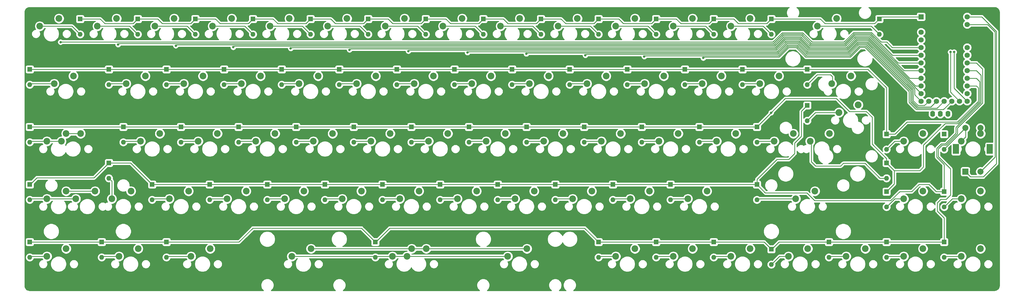
<source format=gbr>
%TF.GenerationSoftware,KiCad,Pcbnew,(5.1.12)-1*%
%TF.CreationDate,2021-12-05T01:00:03-05:00*%
%TF.ProjectId,GanJing 65 rev 2,47616e4a-696e-4672-9036-352072657620,2*%
%TF.SameCoordinates,Original*%
%TF.FileFunction,Copper,L1,Top*%
%TF.FilePolarity,Positive*%
%FSLAX46Y46*%
G04 Gerber Fmt 4.6, Leading zero omitted, Abs format (unit mm)*
G04 Created by KiCad (PCBNEW (5.1.12)-1) date 2021-12-05 01:00:03*
%MOMM*%
%LPD*%
G01*
G04 APERTURE LIST*
%TA.AperFunction,ComponentPad*%
%ADD10O,1.600000X2.000000*%
%TD*%
%TA.AperFunction,ComponentPad*%
%ADD11C,2.250000*%
%TD*%
%TA.AperFunction,ComponentPad*%
%ADD12C,1.752600*%
%TD*%
%TA.AperFunction,ComponentPad*%
%ADD13R,1.752600X1.752600*%
%TD*%
%TA.AperFunction,ComponentPad*%
%ADD14C,2.200000*%
%TD*%
%TA.AperFunction,ComponentPad*%
%ADD15C,2.000000*%
%TD*%
%TA.AperFunction,ComponentPad*%
%ADD16R,2.000000X2.000000*%
%TD*%
%TA.AperFunction,WasherPad*%
%ADD17R,2.000000X3.200000*%
%TD*%
%TA.AperFunction,ComponentPad*%
%ADD18O,1.600000X1.600000*%
%TD*%
%TA.AperFunction,ComponentPad*%
%ADD19R,1.600000X1.600000*%
%TD*%
%TA.AperFunction,ViaPad*%
%ADD20C,0.800000*%
%TD*%
%TA.AperFunction,Conductor*%
%ADD21C,0.250000*%
%TD*%
%TA.AperFunction,Conductor*%
%ADD22C,0.254000*%
%TD*%
%TA.AperFunction,Conductor*%
%ADD23C,0.100000*%
%TD*%
G04 APERTURE END LIST*
D10*
%TO.P,DS1,1*%
%TO.N,GND*%
X358616250Y-131250000D03*
%TO.P,DS1,3*%
%TO.N,SCL*%
X353536250Y-131250000D03*
%TO.P,DS1,4*%
%TO.N,SDA*%
X350996250Y-131250000D03*
%TO.P,DS1,2*%
%TO.N,VCC*%
X356076250Y-131250000D03*
%TD*%
D11*
%TO.P,MX58,2*%
%TO.N,Net-(D58-Pad2)*%
X320040000Y-130810000D03*
%TO.P,MX58,1*%
%TO.N,col_14*%
X326390000Y-128270000D03*
%TD*%
D12*
%TO.P,U1,3*%
%TO.N,Net-(U1-Pad3)*%
X347186250Y-104210000D03*
%TO.P,U1,28*%
%TO.N,col_12*%
X357346250Y-127070000D03*
D13*
%TO.P,U1,1*%
%TO.N,row_1*%
X347186250Y-99130000D03*
D12*
%TO.P,U1,15*%
%TO.N,row_2*%
X362426250Y-121990000D03*
%TO.P,U1,24*%
%TO.N,rotory_1*%
X362426250Y-99130000D03*
%TO.P,U1,4*%
%TO.N,VCC*%
X347186250Y-106750000D03*
%TO.P,U1,13*%
%TO.N,col_14*%
X362426250Y-127070000D03*
%TO.P,U1,8*%
%TO.N,col_4*%
X347186250Y-116910000D03*
%TO.P,U1,26*%
%TO.N,col_10*%
X352266250Y-127070000D03*
%TO.P,U1,2*%
%TO.N,GND*%
X347186250Y-101670000D03*
%TO.P,U1,25*%
%TO.N,col_9*%
X349726250Y-127070000D03*
%TO.P,U1,16*%
%TO.N,row_3*%
X362426250Y-119450000D03*
%TO.P,U1,5*%
%TO.N,col_1*%
X347186250Y-109290000D03*
%TO.P,U1,19*%
%TO.N,SCL*%
X362426250Y-111830000D03*
%TO.P,U1,20*%
%TO.N,SDA*%
X362426250Y-109290000D03*
%TO.P,U1,11*%
%TO.N,col_7*%
X347186250Y-124530000D03*
%TO.P,U1,21*%
%TO.N,GND*%
X362426250Y-106750000D03*
%TO.P,U1,22*%
X362426250Y-104210000D03*
%TO.P,U1,12*%
%TO.N,col_8*%
X347186250Y-127070000D03*
%TO.P,U1,29*%
%TO.N,col_13*%
X359886250Y-127070000D03*
%TO.P,U1,9*%
%TO.N,col_5*%
X347186250Y-119450000D03*
%TO.P,U1,6*%
%TO.N,col_2*%
X347186250Y-111830000D03*
%TO.P,U1,7*%
%TO.N,col_3*%
X347186250Y-114370000D03*
%TO.P,U1,18*%
%TO.N,row_5*%
X362426250Y-114370000D03*
%TO.P,U1,27*%
%TO.N,col_11*%
X354806250Y-127070000D03*
%TO.P,U1,10*%
%TO.N,col_6*%
X347186250Y-121990000D03*
%TO.P,U1,14*%
%TO.N,S1*%
X362426250Y-124530000D03*
%TO.P,U1,17*%
%TO.N,row_4*%
X362426250Y-116910000D03*
%TO.P,U1,23*%
%TO.N,rotory_2*%
X362426250Y-101670000D03*
%TD*%
D14*
%TO.P,MX76,1*%
%TO.N,S1*%
X366871250Y-137795000D03*
%TO.P,MX76,2*%
%TO.N,S2*%
X360521250Y-140335000D03*
%TD*%
D15*
%TO.P,SW1,S1*%
%TO.N,S1*%
X366831250Y-135875000D03*
%TO.P,SW1,B*%
%TO.N,rotory_2*%
X366831250Y-150375000D03*
D16*
%TO.P,SW1,A*%
%TO.N,rotory_1*%
X361831250Y-150375000D03*
D15*
%TO.P,SW1,C*%
%TO.N,GND*%
X364331250Y-150375000D03*
%TO.P,SW1,S2*%
%TO.N,S2*%
X361831250Y-135875000D03*
D17*
%TO.P,SW1,*%
%TO.N,*%
X369931250Y-142875000D03*
X358731250Y-142875000D03*
%TD*%
D14*
%TO.P,MX75,2*%
%TO.N,Net-(D63-Pad2)*%
X210502500Y-178435000D03*
%TO.P,MX75,1*%
%TO.N,col_7*%
X216852500Y-175895000D03*
%TD*%
%TO.P,MX74,2*%
%TO.N,Net-(D63-Pad2)*%
X172402500Y-178435000D03*
%TO.P,MX74,1*%
%TO.N,col_7*%
X178752500Y-175895000D03*
%TD*%
%TO.P,MX73,1*%
%TO.N,col_7*%
X145415000Y-175895000D03*
%TO.P,MX73,2*%
%TO.N,Net-(D63-Pad2)*%
X139065000Y-178435000D03*
%TD*%
%TO.P,MX72,2*%
%TO.N,Net-(D45-Pad2)*%
X58102500Y-159385000D03*
%TO.P,MX72,1*%
%TO.N,col_1*%
X64452500Y-156845000D03*
%TD*%
%TO.P,MX71,1*%
%TO.N,col_1*%
X64452500Y-137795000D03*
%TO.P,MX71,2*%
%TO.N,Net-(D30-Pad2)*%
X58102500Y-140335000D03*
%TD*%
%TO.P,MX70,2*%
%TO.N,Net-(D70-Pad2)*%
X360521250Y-178435000D03*
%TO.P,MX70,1*%
%TO.N,S1*%
X366871250Y-175895000D03*
%TD*%
%TO.P,MX69,2*%
%TO.N,Net-(D69-Pad2)*%
X341471250Y-178435000D03*
%TO.P,MX69,1*%
%TO.N,col_14*%
X347821250Y-175895000D03*
%TD*%
%TO.P,MX68,2*%
%TO.N,Net-(D68-Pad2)*%
X322421250Y-178435000D03*
%TO.P,MX68,1*%
%TO.N,col_13*%
X328771250Y-175895000D03*
%TD*%
%TO.P,MX67,2*%
%TO.N,Net-(D67-Pad2)*%
X303371250Y-178435000D03*
%TO.P,MX67,1*%
%TO.N,col_12*%
X309721250Y-175895000D03*
%TD*%
%TO.P,MX66,2*%
%TO.N,Net-(D66-Pad2)*%
X284321250Y-178435000D03*
%TO.P,MX66,1*%
%TO.N,col_11*%
X290671250Y-175895000D03*
%TD*%
%TO.P,MX65,2*%
%TO.N,Net-(D65-Pad2)*%
X265271250Y-178435000D03*
%TO.P,MX65,1*%
%TO.N,col_10*%
X271621250Y-175895000D03*
%TD*%
%TO.P,MX64,2*%
%TO.N,Net-(D64-Pad2)*%
X246221250Y-178435000D03*
%TO.P,MX64,1*%
%TO.N,col_9*%
X252571250Y-175895000D03*
%TD*%
%TO.P,MX63,2*%
%TO.N,Net-(D63-Pad2)*%
X177165000Y-178435000D03*
%TO.P,MX63,1*%
%TO.N,col_7*%
X183515000Y-175895000D03*
%TD*%
%TO.P,MX62,2*%
%TO.N,Net-(D62-Pad2)*%
X105727500Y-178435000D03*
%TO.P,MX62,1*%
%TO.N,col_3*%
X112077500Y-175895000D03*
%TD*%
%TO.P,MX61,2*%
%TO.N,Net-(D61-Pad2)*%
X81915000Y-178435000D03*
%TO.P,MX61,1*%
%TO.N,col_2*%
X88265000Y-175895000D03*
%TD*%
%TO.P,MX60,2*%
%TO.N,Net-(D60-Pad2)*%
X58102500Y-178435000D03*
%TO.P,MX60,1*%
%TO.N,col_1*%
X64452500Y-175895000D03*
%TD*%
%TO.P,MX59,2*%
%TO.N,Net-(D59-Pad2)*%
X360521250Y-159385000D03*
%TO.P,MX59,1*%
%TO.N,S1*%
X366871250Y-156845000D03*
%TD*%
%TO.P,MX57,1*%
%TO.N,col_13*%
X312102500Y-156845000D03*
%TO.P,MX57,2*%
%TO.N,Net-(D57-Pad2)*%
X305752500Y-159385000D03*
%TD*%
%TO.P,MX56,2*%
%TO.N,Net-(D56-Pad2)*%
X270033750Y-159385000D03*
%TO.P,MX56,1*%
%TO.N,col_12*%
X276383750Y-156845000D03*
%TD*%
%TO.P,MX55,2*%
%TO.N,Net-(D55-Pad2)*%
X250983750Y-159385000D03*
%TO.P,MX55,1*%
%TO.N,col_11*%
X257333750Y-156845000D03*
%TD*%
%TO.P,MX54,2*%
%TO.N,Net-(D54-Pad2)*%
X231933750Y-159385000D03*
%TO.P,MX54,1*%
%TO.N,col_10*%
X238283750Y-156845000D03*
%TD*%
%TO.P,MX53,2*%
%TO.N,Net-(D53-Pad2)*%
X212883750Y-159385000D03*
%TO.P,MX53,1*%
%TO.N,col_9*%
X219233750Y-156845000D03*
%TD*%
%TO.P,MX52,2*%
%TO.N,Net-(D52-Pad2)*%
X193833750Y-159385000D03*
%TO.P,MX52,1*%
%TO.N,col_8*%
X200183750Y-156845000D03*
%TD*%
%TO.P,MX51,2*%
%TO.N,Net-(D51-Pad2)*%
X174783750Y-159385000D03*
%TO.P,MX51,1*%
%TO.N,col_7*%
X181133750Y-156845000D03*
%TD*%
%TO.P,MX50,2*%
%TO.N,Net-(D50-Pad2)*%
X155733750Y-159385000D03*
%TO.P,MX50,1*%
%TO.N,col_6*%
X162083750Y-156845000D03*
%TD*%
%TO.P,MX49,2*%
%TO.N,Net-(D49-Pad2)*%
X136683750Y-159385000D03*
%TO.P,MX49,1*%
%TO.N,col_5*%
X143033750Y-156845000D03*
%TD*%
%TO.P,MX48,2*%
%TO.N,Net-(D48-Pad2)*%
X117633750Y-159385000D03*
%TO.P,MX48,1*%
%TO.N,col_4*%
X123983750Y-156845000D03*
%TD*%
%TO.P,MX47,2*%
%TO.N,Net-(D47-Pad2)*%
X98583750Y-159385000D03*
%TO.P,MX47,1*%
%TO.N,col_3*%
X104933750Y-156845000D03*
%TD*%
%TO.P,MX46,2*%
%TO.N,Net-(D46-Pad2)*%
X79533750Y-159385000D03*
%TO.P,MX46,1*%
%TO.N,col_2*%
X85883750Y-156845000D03*
%TD*%
%TO.P,MX45,2*%
%TO.N,Net-(D45-Pad2)*%
X67627500Y-159385000D03*
%TO.P,MX45,1*%
%TO.N,col_1*%
X73977500Y-156845000D03*
%TD*%
%TO.P,MX44,2*%
%TO.N,Net-(D44-Pad2)*%
X341471250Y-159385000D03*
%TO.P,MX44,1*%
%TO.N,S1*%
X347821250Y-156845000D03*
%TD*%
%TO.P,MX43,2*%
%TO.N,Net-(D43-Pad2)*%
X310515000Y-140335000D03*
%TO.P,MX43,1*%
%TO.N,col_14*%
X316865000Y-137795000D03*
%TD*%
%TO.P,MX42,2*%
%TO.N,Net-(D42-Pad2)*%
X298608750Y-140335000D03*
%TO.P,MX42,1*%
%TO.N,col_13*%
X304958750Y-137795000D03*
%TD*%
%TO.P,MX41,2*%
%TO.N,Net-(D41-Pad2)*%
X279558750Y-140335000D03*
%TO.P,MX41,1*%
%TO.N,col_12*%
X285908750Y-137795000D03*
%TD*%
%TO.P,MX40,2*%
%TO.N,Net-(D40-Pad2)*%
X260508750Y-140335000D03*
%TO.P,MX40,1*%
%TO.N,col_11*%
X266858750Y-137795000D03*
%TD*%
%TO.P,MX39,2*%
%TO.N,Net-(D39-Pad2)*%
X241458750Y-140335000D03*
%TO.P,MX39,1*%
%TO.N,col_10*%
X247808750Y-137795000D03*
%TD*%
%TO.P,MX38,2*%
%TO.N,Net-(D38-Pad2)*%
X222408750Y-140335000D03*
%TO.P,MX38,1*%
%TO.N,col_9*%
X228758750Y-137795000D03*
%TD*%
%TO.P,MX37,2*%
%TO.N,Net-(D37-Pad2)*%
X203358750Y-140335000D03*
%TO.P,MX37,1*%
%TO.N,col_8*%
X209708750Y-137795000D03*
%TD*%
%TO.P,MX36,2*%
%TO.N,Net-(D36-Pad2)*%
X184308750Y-140335000D03*
%TO.P,MX36,1*%
%TO.N,col_7*%
X190658750Y-137795000D03*
%TD*%
%TO.P,MX35,2*%
%TO.N,Net-(D35-Pad2)*%
X165258750Y-140335000D03*
%TO.P,MX35,1*%
%TO.N,col_6*%
X171608750Y-137795000D03*
%TD*%
%TO.P,MX34,2*%
%TO.N,Net-(D34-Pad2)*%
X146208750Y-140335000D03*
%TO.P,MX34,1*%
%TO.N,col_5*%
X152558750Y-137795000D03*
%TD*%
%TO.P,MX33,2*%
%TO.N,Net-(D33-Pad2)*%
X127158750Y-140335000D03*
%TO.P,MX33,1*%
%TO.N,col_4*%
X133508750Y-137795000D03*
%TD*%
%TO.P,MX32,2*%
%TO.N,Net-(D32-Pad2)*%
X108108750Y-140335000D03*
%TO.P,MX32,1*%
%TO.N,col_3*%
X114458750Y-137795000D03*
%TD*%
%TO.P,MX31,2*%
%TO.N,Net-(D31-Pad2)*%
X89058750Y-140335000D03*
%TO.P,MX31,1*%
%TO.N,col_2*%
X95408750Y-137795000D03*
%TD*%
%TO.P,MX30,1*%
%TO.N,col_1*%
X69215000Y-137795000D03*
%TO.P,MX30,2*%
%TO.N,Net-(D30-Pad2)*%
X62865000Y-140335000D03*
%TD*%
%TO.P,MX29,2*%
%TO.N,Net-(D29-Pad2)*%
X341471250Y-140335000D03*
%TO.P,MX29,1*%
%TO.N,S1*%
X347821250Y-137795000D03*
%TD*%
%TO.P,MX28,1*%
%TO.N,col_14*%
X324008750Y-118745000D03*
%TO.P,MX28,2*%
%TO.N,Net-(D28-Pad2)*%
X317658750Y-121285000D03*
%TD*%
%TO.P,MX27,2*%
%TO.N,Net-(D27-Pad2)*%
X293846250Y-121285000D03*
%TO.P,MX27,1*%
%TO.N,col_13*%
X300196250Y-118745000D03*
%TD*%
%TO.P,MX26,2*%
%TO.N,Net-(D26-Pad2)*%
X274796250Y-121285000D03*
%TO.P,MX26,1*%
%TO.N,col_12*%
X281146250Y-118745000D03*
%TD*%
%TO.P,MX25,2*%
%TO.N,Net-(D25-Pad2)*%
X255746250Y-121285000D03*
%TO.P,MX25,1*%
%TO.N,col_11*%
X262096250Y-118745000D03*
%TD*%
%TO.P,MX24,2*%
%TO.N,Net-(D24-Pad2)*%
X236696250Y-121285000D03*
%TO.P,MX24,1*%
%TO.N,col_10*%
X243046250Y-118745000D03*
%TD*%
%TO.P,MX23,2*%
%TO.N,Net-(D23-Pad2)*%
X217646250Y-121285000D03*
%TO.P,MX23,1*%
%TO.N,col_9*%
X223996250Y-118745000D03*
%TD*%
%TO.P,MX22,2*%
%TO.N,Net-(D22-Pad2)*%
X198596250Y-121285000D03*
%TO.P,MX22,1*%
%TO.N,col_8*%
X204946250Y-118745000D03*
%TD*%
%TO.P,MX21,2*%
%TO.N,Net-(D21-Pad2)*%
X179546250Y-121285000D03*
%TO.P,MX21,1*%
%TO.N,col_7*%
X185896250Y-118745000D03*
%TD*%
%TO.P,MX20,2*%
%TO.N,Net-(D20-Pad2)*%
X160496250Y-121285000D03*
%TO.P,MX20,1*%
%TO.N,col_6*%
X166846250Y-118745000D03*
%TD*%
%TO.P,MX19,2*%
%TO.N,Net-(D19-Pad2)*%
X141446250Y-121285000D03*
%TO.P,MX19,1*%
%TO.N,col_5*%
X147796250Y-118745000D03*
%TD*%
%TO.P,MX18,2*%
%TO.N,Net-(D18-Pad2)*%
X122396250Y-121285000D03*
%TO.P,MX18,1*%
%TO.N,col_4*%
X128746250Y-118745000D03*
%TD*%
%TO.P,MX17,2*%
%TO.N,Net-(D17-Pad2)*%
X103346250Y-121285000D03*
%TO.P,MX17,1*%
%TO.N,col_3*%
X109696250Y-118745000D03*
%TD*%
%TO.P,MX16,2*%
%TO.N,Net-(D16-Pad2)*%
X84296250Y-121285000D03*
%TO.P,MX16,1*%
%TO.N,col_2*%
X90646250Y-118745000D03*
%TD*%
%TO.P,MX15,1*%
%TO.N,col_1*%
X66833750Y-118745000D03*
%TO.P,MX15,2*%
%TO.N,Net-(D15-Pad2)*%
X60483750Y-121285000D03*
%TD*%
%TO.P,MX14,1*%
%TO.N,col_14*%
X319246250Y-99695000D03*
%TO.P,MX14,2*%
%TO.N,Net-(D14-Pad2)*%
X312896250Y-102235000D03*
%TD*%
%TO.P,MX13,2*%
%TO.N,Net-(D13-Pad2)*%
X284321250Y-102235000D03*
%TO.P,MX13,1*%
%TO.N,col_13*%
X290671250Y-99695000D03*
%TD*%
%TO.P,MX12,2*%
%TO.N,Net-(D12-Pad2)*%
X265271250Y-102235000D03*
%TO.P,MX12,1*%
%TO.N,col_12*%
X271621250Y-99695000D03*
%TD*%
%TO.P,MX11,2*%
%TO.N,Net-(D11-Pad2)*%
X246221250Y-102235000D03*
%TO.P,MX11,1*%
%TO.N,col_11*%
X252571250Y-99695000D03*
%TD*%
%TO.P,MX10,2*%
%TO.N,Net-(D10-Pad2)*%
X227171250Y-102235000D03*
%TO.P,MX10,1*%
%TO.N,col_10*%
X233521250Y-99695000D03*
%TD*%
%TO.P,MX9,2*%
%TO.N,Net-(D9-Pad2)*%
X208121250Y-102235000D03*
%TO.P,MX9,1*%
%TO.N,col_9*%
X214471250Y-99695000D03*
%TD*%
%TO.P,MX8,2*%
%TO.N,Net-(D8-Pad2)*%
X189071250Y-102235000D03*
%TO.P,MX8,1*%
%TO.N,col_8*%
X195421250Y-99695000D03*
%TD*%
%TO.P,MX7,2*%
%TO.N,Net-(D7-Pad2)*%
X170021250Y-102235000D03*
%TO.P,MX7,1*%
%TO.N,col_7*%
X176371250Y-99695000D03*
%TD*%
%TO.P,MX6,2*%
%TO.N,Net-(D6-Pad2)*%
X150971250Y-102235000D03*
%TO.P,MX6,1*%
%TO.N,col_6*%
X157321250Y-99695000D03*
%TD*%
%TO.P,MX5,2*%
%TO.N,Net-(D5-Pad2)*%
X131921250Y-102235000D03*
%TO.P,MX5,1*%
%TO.N,col_5*%
X138271250Y-99695000D03*
%TD*%
%TO.P,MX4,2*%
%TO.N,Net-(D4-Pad2)*%
X112871250Y-102235000D03*
%TO.P,MX4,1*%
%TO.N,col_4*%
X119221250Y-99695000D03*
%TD*%
%TO.P,MX3,2*%
%TO.N,Net-(D3-Pad2)*%
X93821250Y-102235000D03*
%TO.P,MX3,1*%
%TO.N,col_3*%
X100171250Y-99695000D03*
%TD*%
%TO.P,MX2,2*%
%TO.N,Net-(D2-Pad2)*%
X74771250Y-102235000D03*
%TO.P,MX2,1*%
%TO.N,col_2*%
X81121250Y-99695000D03*
%TD*%
%TO.P,MX1,2*%
%TO.N,Net-(D1-Pad2)*%
X55721250Y-102235000D03*
%TO.P,MX1,1*%
%TO.N,col_1*%
X62071250Y-99695000D03*
%TD*%
D18*
%TO.P,D71,2*%
%TO.N,S2*%
X354806250Y-143033750D03*
D19*
%TO.P,D71,1*%
%TO.N,row_1*%
X354806250Y-137953750D03*
%TD*%
D18*
%TO.P,D70,2*%
%TO.N,Net-(D70-Pad2)*%
X354806250Y-178752500D03*
D19*
%TO.P,D70,1*%
%TO.N,row_5*%
X354806250Y-173672500D03*
%TD*%
D18*
%TO.P,D69,2*%
%TO.N,Net-(D69-Pad2)*%
X335756250Y-178752500D03*
D19*
%TO.P,D69,1*%
%TO.N,row_5*%
X335756250Y-173672500D03*
%TD*%
D18*
%TO.P,D68,2*%
%TO.N,Net-(D68-Pad2)*%
X316706250Y-178752500D03*
D19*
%TO.P,D68,1*%
%TO.N,row_5*%
X316706250Y-173672500D03*
%TD*%
D18*
%TO.P,D67,2*%
%TO.N,Net-(D67-Pad2)*%
X297656250Y-181133750D03*
D19*
%TO.P,D67,1*%
%TO.N,row_5*%
X297656250Y-176053750D03*
%TD*%
D18*
%TO.P,D66,2*%
%TO.N,Net-(D66-Pad2)*%
X278606250Y-178752500D03*
D19*
%TO.P,D66,1*%
%TO.N,row_5*%
X278606250Y-173672500D03*
%TD*%
D18*
%TO.P,D65,2*%
%TO.N,Net-(D65-Pad2)*%
X259556250Y-178752500D03*
D19*
%TO.P,D65,1*%
%TO.N,row_5*%
X259556250Y-173672500D03*
%TD*%
D18*
%TO.P,D64,2*%
%TO.N,Net-(D64-Pad2)*%
X240506250Y-178752500D03*
D19*
%TO.P,D64,1*%
%TO.N,row_5*%
X240506250Y-173672500D03*
%TD*%
D18*
%TO.P,D63,2*%
%TO.N,Net-(D63-Pad2)*%
X166687500Y-178752500D03*
D19*
%TO.P,D63,1*%
%TO.N,row_5*%
X166687500Y-173672500D03*
%TD*%
D18*
%TO.P,D62,2*%
%TO.N,Net-(D62-Pad2)*%
X97631250Y-178752500D03*
D19*
%TO.P,D62,1*%
%TO.N,row_5*%
X97631250Y-173672500D03*
%TD*%
D18*
%TO.P,D61,2*%
%TO.N,Net-(D61-Pad2)*%
X76200000Y-178752500D03*
D19*
%TO.P,D61,1*%
%TO.N,row_5*%
X76200000Y-173672500D03*
%TD*%
D18*
%TO.P,D60,2*%
%TO.N,Net-(D60-Pad2)*%
X52387500Y-178752500D03*
D19*
%TO.P,D60,1*%
%TO.N,row_5*%
X52387500Y-173672500D03*
%TD*%
D18*
%TO.P,D59,2*%
%TO.N,Net-(D59-Pad2)*%
X354806250Y-162083750D03*
D19*
%TO.P,D59,1*%
%TO.N,row_4*%
X354806250Y-157003750D03*
%TD*%
D18*
%TO.P,D58,2*%
%TO.N,Net-(D58-Pad2)*%
X309562500Y-133508750D03*
D19*
%TO.P,D58,1*%
%TO.N,row_4*%
X309562500Y-128428750D03*
%TD*%
D18*
%TO.P,D57,2*%
%TO.N,Net-(D57-Pad2)*%
X292893750Y-159702500D03*
D19*
%TO.P,D57,1*%
%TO.N,row_4*%
X292893750Y-154622500D03*
%TD*%
D18*
%TO.P,D56,2*%
%TO.N,Net-(D56-Pad2)*%
X264318750Y-159702500D03*
D19*
%TO.P,D56,1*%
%TO.N,row_4*%
X264318750Y-154622500D03*
%TD*%
D18*
%TO.P,D55,2*%
%TO.N,Net-(D55-Pad2)*%
X245268750Y-159702500D03*
D19*
%TO.P,D55,1*%
%TO.N,row_4*%
X245268750Y-154622500D03*
%TD*%
D18*
%TO.P,D54,2*%
%TO.N,Net-(D54-Pad2)*%
X226218750Y-159702500D03*
D19*
%TO.P,D54,1*%
%TO.N,row_4*%
X226218750Y-154622500D03*
%TD*%
D18*
%TO.P,D53,2*%
%TO.N,Net-(D53-Pad2)*%
X207168750Y-159702500D03*
D19*
%TO.P,D53,1*%
%TO.N,row_4*%
X207168750Y-154622500D03*
%TD*%
D18*
%TO.P,D52,2*%
%TO.N,Net-(D52-Pad2)*%
X188118750Y-159702500D03*
D19*
%TO.P,D52,1*%
%TO.N,row_4*%
X188118750Y-154622500D03*
%TD*%
D18*
%TO.P,D51,2*%
%TO.N,Net-(D51-Pad2)*%
X169068750Y-159702500D03*
D19*
%TO.P,D51,1*%
%TO.N,row_4*%
X169068750Y-154622500D03*
%TD*%
D18*
%TO.P,D50,2*%
%TO.N,Net-(D50-Pad2)*%
X150018750Y-159702500D03*
D19*
%TO.P,D50,1*%
%TO.N,row_4*%
X150018750Y-154622500D03*
%TD*%
D18*
%TO.P,D49,2*%
%TO.N,Net-(D49-Pad2)*%
X130968750Y-159702500D03*
D19*
%TO.P,D49,1*%
%TO.N,row_4*%
X130968750Y-154622500D03*
%TD*%
D18*
%TO.P,D48,2*%
%TO.N,Net-(D48-Pad2)*%
X111918750Y-159702500D03*
D19*
%TO.P,D48,1*%
%TO.N,row_4*%
X111918750Y-154622500D03*
%TD*%
D18*
%TO.P,D47,2*%
%TO.N,Net-(D47-Pad2)*%
X92868750Y-159702500D03*
D19*
%TO.P,D47,1*%
%TO.N,row_4*%
X92868750Y-154622500D03*
%TD*%
D18*
%TO.P,D46,2*%
%TO.N,Net-(D46-Pad2)*%
X78581250Y-152558750D03*
D19*
%TO.P,D46,1*%
%TO.N,row_4*%
X78581250Y-147478750D03*
%TD*%
D18*
%TO.P,D45,2*%
%TO.N,Net-(D45-Pad2)*%
X52387500Y-159702500D03*
D19*
%TO.P,D45,1*%
%TO.N,row_4*%
X52387500Y-154622500D03*
%TD*%
D18*
%TO.P,D44,2*%
%TO.N,Net-(D44-Pad2)*%
X335756250Y-162083750D03*
D19*
%TO.P,D44,1*%
%TO.N,row_3*%
X335756250Y-157003750D03*
%TD*%
D18*
%TO.P,D43,2*%
%TO.N,Net-(D43-Pad2)*%
X335756250Y-152558750D03*
D19*
%TO.P,D43,1*%
%TO.N,row_3*%
X335756250Y-147478750D03*
%TD*%
D18*
%TO.P,D42,2*%
%TO.N,Net-(D42-Pad2)*%
X292893750Y-140652500D03*
D19*
%TO.P,D42,1*%
%TO.N,row_3*%
X292893750Y-135572500D03*
%TD*%
D18*
%TO.P,D41,2*%
%TO.N,Net-(D41-Pad2)*%
X273843750Y-140652500D03*
D19*
%TO.P,D41,1*%
%TO.N,row_3*%
X273843750Y-135572500D03*
%TD*%
D18*
%TO.P,D40,2*%
%TO.N,Net-(D40-Pad2)*%
X254793750Y-140652500D03*
D19*
%TO.P,D40,1*%
%TO.N,row_3*%
X254793750Y-135572500D03*
%TD*%
D18*
%TO.P,D39,2*%
%TO.N,Net-(D39-Pad2)*%
X235743750Y-140652500D03*
D19*
%TO.P,D39,1*%
%TO.N,row_3*%
X235743750Y-135572500D03*
%TD*%
D18*
%TO.P,D38,2*%
%TO.N,Net-(D38-Pad2)*%
X216693750Y-140652500D03*
D19*
%TO.P,D38,1*%
%TO.N,row_3*%
X216693750Y-135572500D03*
%TD*%
D18*
%TO.P,D37,2*%
%TO.N,Net-(D37-Pad2)*%
X197643750Y-140652500D03*
D19*
%TO.P,D37,1*%
%TO.N,row_3*%
X197643750Y-135572500D03*
%TD*%
D18*
%TO.P,D36,2*%
%TO.N,Net-(D36-Pad2)*%
X178593750Y-140652500D03*
D19*
%TO.P,D36,1*%
%TO.N,row_3*%
X178593750Y-135572500D03*
%TD*%
D18*
%TO.P,D35,2*%
%TO.N,Net-(D35-Pad2)*%
X159543750Y-140652500D03*
D19*
%TO.P,D35,1*%
%TO.N,row_3*%
X159543750Y-135572500D03*
%TD*%
D18*
%TO.P,D34,2*%
%TO.N,Net-(D34-Pad2)*%
X140493750Y-140652500D03*
D19*
%TO.P,D34,1*%
%TO.N,row_3*%
X140493750Y-135572500D03*
%TD*%
D18*
%TO.P,D33,2*%
%TO.N,Net-(D33-Pad2)*%
X121443750Y-140652500D03*
D19*
%TO.P,D33,1*%
%TO.N,row_3*%
X121443750Y-135572500D03*
%TD*%
D18*
%TO.P,D32,2*%
%TO.N,Net-(D32-Pad2)*%
X102393750Y-140652500D03*
D19*
%TO.P,D32,1*%
%TO.N,row_3*%
X102393750Y-135572500D03*
%TD*%
D18*
%TO.P,D31,2*%
%TO.N,Net-(D31-Pad2)*%
X83343750Y-140652500D03*
D19*
%TO.P,D31,1*%
%TO.N,row_3*%
X83343750Y-135572500D03*
%TD*%
D18*
%TO.P,D30,2*%
%TO.N,Net-(D30-Pad2)*%
X52387500Y-140652500D03*
D19*
%TO.P,D30,1*%
%TO.N,row_3*%
X52387500Y-135572500D03*
%TD*%
D18*
%TO.P,D29,2*%
%TO.N,Net-(D29-Pad2)*%
X335756250Y-143033750D03*
D19*
%TO.P,D29,1*%
%TO.N,row_2*%
X335756250Y-137953750D03*
%TD*%
D18*
%TO.P,D28,2*%
%TO.N,Net-(D28-Pad2)*%
X309562500Y-121602500D03*
D19*
%TO.P,D28,1*%
%TO.N,row_2*%
X309562500Y-116522500D03*
%TD*%
D18*
%TO.P,D27,2*%
%TO.N,Net-(D27-Pad2)*%
X288131250Y-121602500D03*
D19*
%TO.P,D27,1*%
%TO.N,row_2*%
X288131250Y-116522500D03*
%TD*%
D18*
%TO.P,D26,2*%
%TO.N,Net-(D26-Pad2)*%
X269081250Y-121602500D03*
D19*
%TO.P,D26,1*%
%TO.N,row_2*%
X269081250Y-116522500D03*
%TD*%
D18*
%TO.P,D25,2*%
%TO.N,Net-(D25-Pad2)*%
X250031250Y-121602500D03*
D19*
%TO.P,D25,1*%
%TO.N,row_2*%
X250031250Y-116522500D03*
%TD*%
D18*
%TO.P,D24,2*%
%TO.N,Net-(D24-Pad2)*%
X230981250Y-121602500D03*
D19*
%TO.P,D24,1*%
%TO.N,row_2*%
X230981250Y-116522500D03*
%TD*%
D18*
%TO.P,D23,2*%
%TO.N,Net-(D23-Pad2)*%
X211931250Y-121602500D03*
D19*
%TO.P,D23,1*%
%TO.N,row_2*%
X211931250Y-116522500D03*
%TD*%
D18*
%TO.P,D22,2*%
%TO.N,Net-(D22-Pad2)*%
X192881250Y-121602500D03*
D19*
%TO.P,D22,1*%
%TO.N,row_2*%
X192881250Y-116522500D03*
%TD*%
D18*
%TO.P,D21,2*%
%TO.N,Net-(D21-Pad2)*%
X173831250Y-121602500D03*
D19*
%TO.P,D21,1*%
%TO.N,row_2*%
X173831250Y-116522500D03*
%TD*%
D18*
%TO.P,D20,2*%
%TO.N,Net-(D20-Pad2)*%
X154781250Y-121602500D03*
D19*
%TO.P,D20,1*%
%TO.N,row_2*%
X154781250Y-116522500D03*
%TD*%
D18*
%TO.P,D19,2*%
%TO.N,Net-(D19-Pad2)*%
X135731250Y-121602500D03*
D19*
%TO.P,D19,1*%
%TO.N,row_2*%
X135731250Y-116522500D03*
%TD*%
D18*
%TO.P,D18,2*%
%TO.N,Net-(D18-Pad2)*%
X116681250Y-121602500D03*
D19*
%TO.P,D18,1*%
%TO.N,row_2*%
X116681250Y-116522500D03*
%TD*%
D18*
%TO.P,D17,2*%
%TO.N,Net-(D17-Pad2)*%
X97631250Y-121602500D03*
D19*
%TO.P,D17,1*%
%TO.N,row_2*%
X97631250Y-116522500D03*
%TD*%
D18*
%TO.P,D16,2*%
%TO.N,Net-(D16-Pad2)*%
X78581250Y-121602500D03*
D19*
%TO.P,D16,1*%
%TO.N,row_2*%
X78581250Y-116522500D03*
%TD*%
D18*
%TO.P,D15,2*%
%TO.N,Net-(D15-Pad2)*%
X52387500Y-121602500D03*
D19*
%TO.P,D15,1*%
%TO.N,row_2*%
X52387500Y-116522500D03*
%TD*%
D18*
%TO.P,D14,2*%
%TO.N,Net-(D14-Pad2)*%
X333375000Y-104933750D03*
D19*
%TO.P,D14,1*%
%TO.N,row_1*%
X333375000Y-99853750D03*
%TD*%
D18*
%TO.P,D13,2*%
%TO.N,Net-(D13-Pad2)*%
X297656250Y-104933750D03*
D19*
%TO.P,D13,1*%
%TO.N,row_1*%
X297656250Y-99853750D03*
%TD*%
D18*
%TO.P,D12,2*%
%TO.N,Net-(D12-Pad2)*%
X278606250Y-104933750D03*
D19*
%TO.P,D12,1*%
%TO.N,row_1*%
X278606250Y-99853750D03*
%TD*%
D18*
%TO.P,D11,2*%
%TO.N,Net-(D11-Pad2)*%
X259556250Y-104933750D03*
D19*
%TO.P,D11,1*%
%TO.N,row_1*%
X259556250Y-99853750D03*
%TD*%
D18*
%TO.P,D10,2*%
%TO.N,Net-(D10-Pad2)*%
X240506250Y-104933750D03*
D19*
%TO.P,D10,1*%
%TO.N,row_1*%
X240506250Y-99853750D03*
%TD*%
D18*
%TO.P,D9,2*%
%TO.N,Net-(D9-Pad2)*%
X221456250Y-104933750D03*
D19*
%TO.P,D9,1*%
%TO.N,row_1*%
X221456250Y-99853750D03*
%TD*%
D18*
%TO.P,D8,2*%
%TO.N,Net-(D8-Pad2)*%
X202406250Y-104933750D03*
D19*
%TO.P,D8,1*%
%TO.N,row_1*%
X202406250Y-99853750D03*
%TD*%
D18*
%TO.P,D7,2*%
%TO.N,Net-(D7-Pad2)*%
X183356250Y-104933750D03*
D19*
%TO.P,D7,1*%
%TO.N,row_1*%
X183356250Y-99853750D03*
%TD*%
D18*
%TO.P,D6,2*%
%TO.N,Net-(D6-Pad2)*%
X164306250Y-104933750D03*
D19*
%TO.P,D6,1*%
%TO.N,row_1*%
X164306250Y-99853750D03*
%TD*%
D18*
%TO.P,D5,2*%
%TO.N,Net-(D5-Pad2)*%
X145256250Y-104933750D03*
D19*
%TO.P,D5,1*%
%TO.N,row_1*%
X145256250Y-99853750D03*
%TD*%
D18*
%TO.P,D4,2*%
%TO.N,Net-(D4-Pad2)*%
X126206250Y-104933750D03*
D19*
%TO.P,D4,1*%
%TO.N,row_1*%
X126206250Y-99853750D03*
%TD*%
D18*
%TO.P,D3,2*%
%TO.N,Net-(D3-Pad2)*%
X107156250Y-104933750D03*
D19*
%TO.P,D3,1*%
%TO.N,row_1*%
X107156250Y-99853750D03*
%TD*%
D18*
%TO.P,D2,2*%
%TO.N,Net-(D2-Pad2)*%
X88106250Y-104933750D03*
D19*
%TO.P,D2,1*%
%TO.N,row_1*%
X88106250Y-99853750D03*
%TD*%
D18*
%TO.P,D1,2*%
%TO.N,Net-(D1-Pad2)*%
X69056250Y-104933750D03*
D19*
%TO.P,D1,1*%
%TO.N,row_1*%
X69056250Y-99853750D03*
%TD*%
D20*
%TO.N,row_3*%
X297576875Y-130889375D03*
%TO.N,GND*%
X185737500Y-185737500D03*
X147637500Y-185737500D03*
X219075000Y-185737500D03*
X353606250Y-105100000D03*
X360106250Y-118500000D03*
X354806250Y-122600000D03*
X352306250Y-122600000D03*
X90606250Y-102400000D03*
X109606250Y-102400000D03*
X128706250Y-102400000D03*
X147806250Y-102400000D03*
X166806250Y-102400000D03*
X185906250Y-102400000D03*
X204906250Y-102400000D03*
X224006250Y-102400000D03*
X243006250Y-102400000D03*
X262106250Y-102400000D03*
X281106250Y-102400000D03*
X323806250Y-103500000D03*
X304806250Y-101000000D03*
X295106250Y-106300000D03*
X341406250Y-110600000D03*
X342506250Y-113000000D03*
X348706250Y-131400000D03*
X345406250Y-115600000D03*
X64293750Y-130968750D03*
X88106250Y-130968750D03*
X107156250Y-130968750D03*
X126206250Y-130968750D03*
X145256250Y-130968750D03*
X164306250Y-130968750D03*
X183356250Y-130968750D03*
X202406250Y-130968750D03*
X221456250Y-130968750D03*
X240506250Y-130968750D03*
X259556250Y-130968750D03*
X278606250Y-130968750D03*
X340518750Y-130968750D03*
X333375000Y-130968750D03*
X314325000Y-128587500D03*
X59531250Y-111918750D03*
X78581250Y-111918750D03*
X97631250Y-111918750D03*
X116681250Y-111918750D03*
X135731250Y-111918750D03*
X154781250Y-111918750D03*
X173831250Y-111918750D03*
X192881250Y-111918750D03*
X211931250Y-114300000D03*
X230981250Y-114300000D03*
X250031250Y-114300000D03*
X269081250Y-114300000D03*
X288131250Y-114300000D03*
X316706250Y-114300000D03*
X340518750Y-104775000D03*
X92868750Y-147637500D03*
X64293750Y-147637500D03*
X111918750Y-147637500D03*
X130968750Y-147637500D03*
X150018750Y-147637500D03*
X169068750Y-147637500D03*
X188118750Y-147637500D03*
X207168750Y-147637500D03*
X226218750Y-147637500D03*
X245268750Y-147637500D03*
X264318750Y-147637500D03*
X283368750Y-147637500D03*
X309562500Y-147637500D03*
X292893750Y-147637500D03*
X342900000Y-147637500D03*
X66675000Y-166687500D03*
X78581250Y-166687500D03*
X102393750Y-166687500D03*
X121443750Y-166687500D03*
X140493750Y-166687500D03*
X159543750Y-166687500D03*
X178593750Y-166687500D03*
X197643750Y-166687500D03*
X216693750Y-166687500D03*
X235743750Y-166687500D03*
X254793750Y-166687500D03*
X273843750Y-166687500D03*
X309562500Y-166687500D03*
X292893750Y-166687500D03*
X328612500Y-166687500D03*
X345281250Y-166687500D03*
X364331250Y-166687500D03*
X364331250Y-185737500D03*
X345281250Y-185737500D03*
X326231250Y-185737500D03*
X307181250Y-185737500D03*
X288131250Y-185737500D03*
X269081250Y-185737500D03*
X250031250Y-185737500D03*
X209550000Y-185737500D03*
X171450000Y-185737500D03*
X138112500Y-185737500D03*
X109537500Y-185737500D03*
X85725000Y-185737500D03*
X61912500Y-185737500D03*
%TO.N,col_1*%
X62606250Y-107510700D03*
%TO.N,col_2*%
X81606250Y-108300000D03*
%TO.N,col_3*%
X100706250Y-108700000D03*
%TO.N,col_4*%
X119706250Y-109200000D03*
%TO.N,col_5*%
X138706250Y-109600000D03*
%TO.N,col_6*%
X158153750Y-110052500D03*
%TO.N,col_7*%
X177628750Y-110477500D03*
%TO.N,col_8*%
X197153750Y-110952500D03*
%TO.N,col_9*%
X216628750Y-111377500D03*
%TO.N,col_10*%
X236153750Y-111852500D03*
%TO.N,col_11*%
X255628750Y-112277500D03*
%TO.N,col_12*%
X275153750Y-112752500D03*
%TO.N,col_13*%
X356906250Y-110800000D03*
%TO.N,col_14*%
X358106250Y-110800000D03*
%TD*%
D21*
%TO.N,row_1*%
X334098750Y-99130000D02*
X333375000Y-99853750D01*
X347186250Y-99130000D02*
X334098750Y-99130000D01*
X86560000Y-101400000D02*
X88106250Y-99853750D01*
X77256250Y-101400000D02*
X86560000Y-101400000D01*
X75710000Y-99853750D02*
X77256250Y-101400000D01*
X69056250Y-99853750D02*
X75710000Y-99853750D01*
X105610000Y-101400000D02*
X107156250Y-99853750D01*
X96281250Y-101400000D02*
X105610000Y-101400000D01*
X94735000Y-99853750D02*
X96281250Y-101400000D01*
X88106250Y-99853750D02*
X94735000Y-99853750D01*
X115356250Y-101400000D02*
X124660000Y-101400000D01*
X124660000Y-101400000D02*
X126206250Y-99853750D01*
X113810000Y-99853750D02*
X115356250Y-101400000D01*
X107156250Y-99853750D02*
X113810000Y-99853750D01*
X143710000Y-101400000D02*
X145256250Y-99853750D01*
X134396500Y-101400000D02*
X143710000Y-101400000D01*
X132850250Y-99853750D02*
X134396500Y-101400000D01*
X126206250Y-99853750D02*
X132850250Y-99853750D01*
X162760000Y-101400000D02*
X164306250Y-99853750D01*
X153506250Y-101400000D02*
X162760000Y-101400000D01*
X151960000Y-99853750D02*
X153506250Y-101400000D01*
X145256250Y-99853750D02*
X151960000Y-99853750D01*
X181810000Y-101400000D02*
X183356250Y-99853750D01*
X172481250Y-101400000D02*
X181810000Y-101400000D01*
X170935000Y-99853750D02*
X172481250Y-101400000D01*
X164306250Y-99853750D02*
X170935000Y-99853750D01*
X200860000Y-101400000D02*
X202406250Y-99853750D01*
X191559000Y-101400000D02*
X200860000Y-101400000D01*
X190012750Y-99853750D02*
X191559000Y-101400000D01*
X183356250Y-99853750D02*
X190012750Y-99853750D01*
X219910000Y-101400000D02*
X221456250Y-99853750D01*
X210571500Y-101400000D02*
X219910000Y-101400000D01*
X209025250Y-99853750D02*
X210571500Y-101400000D01*
X202406250Y-99853750D02*
X209025250Y-99853750D01*
X238960000Y-101400000D02*
X240506250Y-99853750D01*
X229659000Y-101400000D02*
X238960000Y-101400000D01*
X228112750Y-99853750D02*
X229659000Y-101400000D01*
X221456250Y-99853750D02*
X228112750Y-99853750D01*
X258010000Y-101400000D02*
X259556250Y-99853750D01*
X248731250Y-101400000D02*
X258010000Y-101400000D01*
X247185000Y-99853750D02*
X248731250Y-101400000D01*
X240506250Y-99853750D02*
X247185000Y-99853750D01*
X277060000Y-101400000D02*
X278606250Y-99853750D01*
X267756250Y-101400000D02*
X277060000Y-101400000D01*
X266210000Y-99853750D02*
X267756250Y-101400000D01*
X259556250Y-99853750D02*
X266210000Y-99853750D01*
X296110000Y-101400000D02*
X297656250Y-99853750D01*
X286781250Y-101400000D02*
X296110000Y-101400000D01*
X285235000Y-99853750D02*
X286781250Y-101400000D01*
X278606250Y-99853750D02*
X285235000Y-99853750D01*
X331828750Y-101400000D02*
X333375000Y-99853750D01*
X315418750Y-101400000D02*
X331828750Y-101400000D01*
X313872500Y-99853750D02*
X315418750Y-101400000D01*
X297656250Y-99853750D02*
X313872500Y-99853750D01*
%TO.N,Net-(D1-Pad2)*%
X66357500Y-102235000D02*
X69056250Y-104933750D01*
X55721250Y-102235000D02*
X66357500Y-102235000D01*
%TO.N,Net-(D2-Pad2)*%
X85407500Y-102235000D02*
X88106250Y-104933750D01*
X74771250Y-102235000D02*
X85407500Y-102235000D01*
%TO.N,Net-(D3-Pad2)*%
X104457500Y-102235000D02*
X107156250Y-104933750D01*
X93821250Y-102235000D02*
X104457500Y-102235000D01*
%TO.N,Net-(D4-Pad2)*%
X123507500Y-102235000D02*
X126206250Y-104933750D01*
X112871250Y-102235000D02*
X123507500Y-102235000D01*
%TO.N,Net-(D5-Pad2)*%
X142557500Y-102235000D02*
X145256250Y-104933750D01*
X131921250Y-102235000D02*
X142557500Y-102235000D01*
%TO.N,Net-(D6-Pad2)*%
X161607500Y-102235000D02*
X164306250Y-104933750D01*
X150971250Y-102235000D02*
X161607500Y-102235000D01*
%TO.N,Net-(D7-Pad2)*%
X180657500Y-102235000D02*
X183356250Y-104933750D01*
X170021250Y-102235000D02*
X180657500Y-102235000D01*
%TO.N,Net-(D8-Pad2)*%
X199707500Y-102235000D02*
X202406250Y-104933750D01*
X189071250Y-102235000D02*
X199707500Y-102235000D01*
%TO.N,Net-(D9-Pad2)*%
X218757500Y-102235000D02*
X221456250Y-104933750D01*
X208121250Y-102235000D02*
X218757500Y-102235000D01*
%TO.N,Net-(D10-Pad2)*%
X237807500Y-102235000D02*
X240506250Y-104933750D01*
X227171250Y-102235000D02*
X237807500Y-102235000D01*
%TO.N,Net-(D11-Pad2)*%
X256857500Y-102235000D02*
X259556250Y-104933750D01*
X246221250Y-102235000D02*
X256857500Y-102235000D01*
%TO.N,Net-(D12-Pad2)*%
X275907500Y-102235000D02*
X278606250Y-104933750D01*
X265271250Y-102235000D02*
X275907500Y-102235000D01*
%TO.N,Net-(D13-Pad2)*%
X294957500Y-102235000D02*
X297656250Y-104933750D01*
X284321250Y-102235000D02*
X294957500Y-102235000D01*
%TO.N,Net-(D14-Pad2)*%
X330676250Y-102235000D02*
X333375000Y-104933750D01*
X312896250Y-102235000D02*
X330676250Y-102235000D01*
%TO.N,row_2*%
X54768750Y-116522500D02*
X309562500Y-116522500D01*
X329606250Y-116500000D02*
X309585000Y-116500000D01*
X309585000Y-116500000D02*
X309562500Y-116522500D01*
X335756250Y-122650000D02*
X329606250Y-116500000D01*
X335756250Y-137953750D02*
X335756250Y-122650000D01*
X365496250Y-121990000D02*
X362426250Y-121990000D01*
X366156220Y-127077210D02*
X366156220Y-122649970D01*
X359233430Y-134000000D02*
X366156220Y-127077210D01*
X366156220Y-122649970D02*
X365496250Y-121990000D01*
X342506250Y-134000000D02*
X359233430Y-134000000D01*
X338552500Y-137953750D02*
X342506250Y-134000000D01*
X335756250Y-137953750D02*
X338552500Y-137953750D01*
X54768750Y-116522500D02*
X52387500Y-116522500D01*
%TO.N,Net-(D15-Pad2)*%
X60483750Y-121285000D02*
X55086250Y-121285000D01*
X52705000Y-121285000D02*
X52387500Y-121602500D01*
X55086250Y-121285000D02*
X52705000Y-121285000D01*
%TO.N,Net-(D16-Pad2)*%
X78898750Y-121285000D02*
X78581250Y-121602500D01*
X84296250Y-121285000D02*
X78898750Y-121285000D01*
%TO.N,Net-(D17-Pad2)*%
X97948750Y-121285000D02*
X97631250Y-121602500D01*
X103346250Y-121285000D02*
X97948750Y-121285000D01*
%TO.N,Net-(D18-Pad2)*%
X116998750Y-121285000D02*
X116681250Y-121602500D01*
X122396250Y-121285000D02*
X116998750Y-121285000D01*
%TO.N,Net-(D19-Pad2)*%
X136048750Y-121285000D02*
X135731250Y-121602500D01*
X141446250Y-121285000D02*
X136048750Y-121285000D01*
%TO.N,Net-(D20-Pad2)*%
X155098750Y-121285000D02*
X154781250Y-121602500D01*
X160496250Y-121285000D02*
X155098750Y-121285000D01*
%TO.N,Net-(D21-Pad2)*%
X174148750Y-121285000D02*
X173831250Y-121602500D01*
X179546250Y-121285000D02*
X174148750Y-121285000D01*
%TO.N,Net-(D22-Pad2)*%
X193198750Y-121285000D02*
X192881250Y-121602500D01*
X198596250Y-121285000D02*
X193198750Y-121285000D01*
%TO.N,Net-(D23-Pad2)*%
X212248750Y-121285000D02*
X211931250Y-121602500D01*
X217646250Y-121285000D02*
X212248750Y-121285000D01*
%TO.N,Net-(D24-Pad2)*%
X231298750Y-121285000D02*
X230981250Y-121602500D01*
X236696250Y-121285000D02*
X231298750Y-121285000D01*
%TO.N,Net-(D25-Pad2)*%
X250348750Y-121285000D02*
X250031250Y-121602500D01*
X255746250Y-121285000D02*
X250348750Y-121285000D01*
%TO.N,Net-(D26-Pad2)*%
X269398750Y-121285000D02*
X269081250Y-121602500D01*
X274796250Y-121285000D02*
X269398750Y-121285000D01*
%TO.N,Net-(D27-Pad2)*%
X288448750Y-121285000D02*
X288131250Y-121602500D01*
X293846250Y-121285000D02*
X288448750Y-121285000D01*
%TO.N,Net-(D28-Pad2)*%
X317913901Y-119007651D02*
X317913901Y-121285000D01*
X317206250Y-118300000D02*
X317913901Y-119007651D01*
X312865000Y-118300000D02*
X317206250Y-118300000D01*
X309562500Y-121602500D02*
X312865000Y-118300000D01*
%TO.N,Net-(D29-Pad2)*%
X338455000Y-140335000D02*
X335756250Y-143033750D01*
X341471250Y-140335000D02*
X338455000Y-140335000D01*
%TO.N,row_3*%
X52387500Y-135572500D02*
X292893750Y-135572500D01*
X319206250Y-126200000D02*
X302266250Y-126200000D01*
X323506250Y-130500000D02*
X319206250Y-126200000D01*
X329106250Y-130500000D02*
X323506250Y-130500000D01*
X302266250Y-126200000D02*
X297576875Y-130889375D01*
X330993750Y-132387500D02*
X329106250Y-130500000D01*
X330993750Y-141287500D02*
X330993750Y-132387500D01*
X335756250Y-146050000D02*
X330993750Y-141287500D01*
X335756250Y-147478750D02*
X335756250Y-146050000D01*
X338306250Y-150028750D02*
X335756250Y-147478750D01*
X338306250Y-154453750D02*
X338306250Y-150028750D01*
X335756250Y-157003750D02*
X338306250Y-154453750D01*
X365456250Y-119450000D02*
X362426250Y-119450000D01*
X366606230Y-120599980D02*
X365456250Y-119450000D01*
X366606230Y-127263610D02*
X366606230Y-120599980D01*
X359419830Y-134450010D02*
X366606230Y-127263610D01*
X355156240Y-134450010D02*
X359419830Y-134450010D01*
X348006250Y-141600000D02*
X355156240Y-134450010D01*
X348006250Y-148800000D02*
X348006250Y-141600000D01*
X346777500Y-150028750D02*
X348006250Y-148800000D01*
X338306250Y-150028750D02*
X346777500Y-150028750D01*
X297576875Y-130889375D02*
X292893750Y-135572500D01*
%TO.N,Net-(D30-Pad2)*%
X62865000Y-140335000D02*
X58102500Y-140335000D01*
X52705000Y-140335000D02*
X52387500Y-140652500D01*
X58102500Y-140335000D02*
X52705000Y-140335000D01*
%TO.N,Net-(D31-Pad2)*%
X83661250Y-140335000D02*
X83343750Y-140652500D01*
X89058750Y-140335000D02*
X83661250Y-140335000D01*
%TO.N,Net-(D32-Pad2)*%
X102711250Y-140335000D02*
X102393750Y-140652500D01*
X108108750Y-140335000D02*
X102711250Y-140335000D01*
%TO.N,Net-(D33-Pad2)*%
X121761250Y-140335000D02*
X121443750Y-140652500D01*
X127158750Y-140335000D02*
X121761250Y-140335000D01*
%TO.N,Net-(D34-Pad2)*%
X140811250Y-140335000D02*
X140493750Y-140652500D01*
X146208750Y-140335000D02*
X140811250Y-140335000D01*
%TO.N,Net-(D35-Pad2)*%
X159861250Y-140335000D02*
X159543750Y-140652500D01*
X165258750Y-140335000D02*
X159861250Y-140335000D01*
%TO.N,Net-(D36-Pad2)*%
X178911250Y-140335000D02*
X178593750Y-140652500D01*
X184308750Y-140335000D02*
X178911250Y-140335000D01*
%TO.N,Net-(D37-Pad2)*%
X197961250Y-140335000D02*
X197643750Y-140652500D01*
X203358750Y-140335000D02*
X197961250Y-140335000D01*
%TO.N,Net-(D38-Pad2)*%
X217011250Y-140335000D02*
X216693750Y-140652500D01*
X222408750Y-140335000D02*
X217011250Y-140335000D01*
%TO.N,Net-(D39-Pad2)*%
X236061250Y-140335000D02*
X235743750Y-140652500D01*
X241458750Y-140335000D02*
X236061250Y-140335000D01*
%TO.N,Net-(D40-Pad2)*%
X255111250Y-140335000D02*
X254793750Y-140652500D01*
X260508750Y-140335000D02*
X255111250Y-140335000D01*
%TO.N,Net-(D41-Pad2)*%
X274161250Y-140335000D02*
X273843750Y-140652500D01*
X279558750Y-140335000D02*
X274161250Y-140335000D01*
%TO.N,Net-(D42-Pad2)*%
X293211250Y-140335000D02*
X292893750Y-140652500D01*
X298608750Y-140335000D02*
X293211250Y-140335000D01*
%TO.N,Net-(D43-Pad2)*%
X310906250Y-140726250D02*
X310515000Y-140335000D01*
X312299498Y-148500000D02*
X310906250Y-147106752D01*
X320606250Y-148500000D02*
X312299498Y-148500000D01*
X321468750Y-147637500D02*
X320606250Y-148500000D01*
X328643750Y-147637500D02*
X321468750Y-147637500D01*
X310906250Y-147106752D02*
X310906250Y-140726250D01*
X333565000Y-152558750D02*
X328643750Y-147637500D01*
X335756250Y-152558750D02*
X333565000Y-152558750D01*
%TO.N,Net-(D44-Pad2)*%
X338455000Y-159385000D02*
X335756250Y-162083750D01*
X341471250Y-159385000D02*
X338455000Y-159385000D01*
%TO.N,row_4*%
X92868750Y-154622500D02*
X292893750Y-154622500D01*
X52387500Y-154622500D02*
X52546250Y-154622500D01*
X52546250Y-154622500D02*
X54768750Y-152400000D01*
X73660000Y-152400000D02*
X78581250Y-147478750D01*
X54768750Y-152400000D02*
X73660000Y-152400000D01*
X85725000Y-147478750D02*
X92868750Y-154622500D01*
X78581250Y-147478750D02*
X85725000Y-147478750D01*
X354806250Y-148000000D02*
X354806250Y-157003750D01*
X352406250Y-145600000D02*
X354806250Y-148000000D01*
X358756240Y-137677190D02*
X355283440Y-141149990D01*
X367056240Y-127450010D02*
X358756240Y-135750010D01*
X367056240Y-118469990D02*
X367056240Y-127450010D01*
X365496250Y-116910000D02*
X367056240Y-118469990D01*
X362426250Y-116910000D02*
X365496250Y-116910000D01*
X358756240Y-135750010D02*
X358756240Y-137677190D01*
X355283440Y-141149990D02*
X353919849Y-141149991D01*
X353919849Y-141149991D02*
X352406250Y-142663590D01*
X352406250Y-142663590D02*
X352406250Y-145600000D01*
X309406250Y-157400000D02*
X295671250Y-157400000D01*
X312006250Y-160000000D02*
X309406250Y-157400000D01*
X295671250Y-157400000D02*
X292893750Y-154622500D01*
X337156250Y-160000000D02*
X312006250Y-160000000D01*
X344106250Y-157000000D02*
X340156250Y-157000000D01*
X346506250Y-154600000D02*
X344106250Y-157000000D01*
X340156250Y-157000000D02*
X337156250Y-160000000D01*
X349806250Y-154600000D02*
X346506250Y-154600000D01*
X352210000Y-157003750D02*
X349806250Y-154600000D01*
X354806250Y-157003750D02*
X352210000Y-157003750D01*
X307606250Y-130385000D02*
X309562500Y-128428750D01*
X307606250Y-138700000D02*
X307606250Y-130385000D01*
X305406250Y-140900000D02*
X307606250Y-138700000D01*
X305406250Y-144356500D02*
X305406250Y-140900000D01*
X303462750Y-146300000D02*
X305406250Y-144356500D01*
X299506250Y-146300000D02*
X303462750Y-146300000D01*
X292893750Y-152912500D02*
X299506250Y-146300000D01*
X292893750Y-154622500D02*
X292893750Y-152912500D01*
%TO.N,Net-(D45-Pad2)*%
X52705000Y-159385000D02*
X52387500Y-159702500D01*
X58102500Y-159385000D02*
X52705000Y-159385000D01*
X67627500Y-159385000D02*
X58102500Y-159385000D01*
%TO.N,Net-(D46-Pad2)*%
X79533750Y-153511250D02*
X78581250Y-152558750D01*
X79533750Y-159385000D02*
X79533750Y-153511250D01*
%TO.N,Net-(D47-Pad2)*%
X93186250Y-159385000D02*
X92868750Y-159702500D01*
X98583750Y-159385000D02*
X93186250Y-159385000D01*
%TO.N,Net-(D48-Pad2)*%
X112236250Y-159385000D02*
X111918750Y-159702500D01*
X117633750Y-159385000D02*
X112236250Y-159385000D01*
%TO.N,Net-(D49-Pad2)*%
X131286250Y-159385000D02*
X130968750Y-159702500D01*
X136683750Y-159385000D02*
X131286250Y-159385000D01*
%TO.N,Net-(D50-Pad2)*%
X150336250Y-159385000D02*
X150018750Y-159702500D01*
X155733750Y-159385000D02*
X150336250Y-159385000D01*
%TO.N,Net-(D51-Pad2)*%
X169386250Y-159385000D02*
X169068750Y-159702500D01*
X174783750Y-159385000D02*
X169386250Y-159385000D01*
%TO.N,Net-(D52-Pad2)*%
X188436250Y-159385000D02*
X188118750Y-159702500D01*
X193833750Y-159385000D02*
X188436250Y-159385000D01*
%TO.N,Net-(D53-Pad2)*%
X207486250Y-159385000D02*
X207168750Y-159702500D01*
X212883750Y-159385000D02*
X207486250Y-159385000D01*
%TO.N,Net-(D54-Pad2)*%
X226536250Y-159385000D02*
X226218750Y-159702500D01*
X231933750Y-159385000D02*
X226536250Y-159385000D01*
%TO.N,Net-(D55-Pad2)*%
X245586250Y-159385000D02*
X245268750Y-159702500D01*
X250983750Y-159385000D02*
X245586250Y-159385000D01*
%TO.N,Net-(D56-Pad2)*%
X264636250Y-159385000D02*
X264318750Y-159702500D01*
X270033750Y-159385000D02*
X264636250Y-159385000D01*
%TO.N,Net-(D57-Pad2)*%
X293211250Y-159385000D02*
X292893750Y-159702500D01*
X305752500Y-159385000D02*
X293211250Y-159385000D01*
%TO.N,Net-(D58-Pad2)*%
X312261250Y-130810000D02*
X320040000Y-130810000D01*
X309562500Y-133508750D02*
X312261250Y-130810000D01*
%TO.N,Net-(D59-Pad2)*%
X357505000Y-159385000D02*
X354806250Y-162083750D01*
X360521250Y-159385000D02*
X357505000Y-159385000D01*
%TO.N,row_5*%
X52387500Y-173672500D02*
X97631250Y-173672500D01*
X97631250Y-173672500D02*
X121602500Y-173672500D01*
X121602500Y-173672500D02*
X126206250Y-169068750D01*
X162083750Y-169068750D02*
X166687500Y-173672500D01*
X126206250Y-169068750D02*
X162083750Y-169068750D01*
X235902500Y-169068750D02*
X240506250Y-173672500D01*
X197643750Y-169068750D02*
X235902500Y-169068750D01*
X166687500Y-173672500D02*
X166846250Y-173672500D01*
X171450000Y-169068750D02*
X197643750Y-169068750D01*
X166846250Y-173672500D02*
X171450000Y-169068750D01*
X355469839Y-141600000D02*
X354106250Y-141600000D01*
X354106250Y-141600000D02*
X352856261Y-142849989D01*
X367506250Y-116400000D02*
X367506251Y-127636410D01*
X352506250Y-163400000D02*
X354806250Y-165700000D01*
X353706250Y-159500000D02*
X352506250Y-160700000D01*
X355506250Y-159500000D02*
X353706250Y-159500000D01*
X362426250Y-114370000D02*
X365476250Y-114370000D01*
X356906250Y-158100000D02*
X355506250Y-159500000D01*
X359206251Y-137863590D02*
X355469839Y-141600000D01*
X359206251Y-135936409D02*
X359206251Y-137863590D01*
X354806250Y-165700000D02*
X354806250Y-173672500D01*
X365476250Y-114370000D02*
X367506250Y-116400000D01*
X367506251Y-127636410D02*
X359206251Y-135936409D01*
X352506250Y-160700000D02*
X352506250Y-163400000D01*
X352856261Y-142849989D02*
X352856261Y-145413601D01*
X352856261Y-145413601D02*
X356906250Y-149463590D01*
X356906250Y-149463590D02*
X356906250Y-150100000D01*
X356906250Y-150100000D02*
X356906250Y-158100000D01*
X295275000Y-173672500D02*
X297656250Y-176053750D01*
X292735000Y-173672500D02*
X295275000Y-173672500D01*
X292735000Y-173672500D02*
X240506250Y-173672500D01*
X297815000Y-176053750D02*
X300196250Y-173672500D01*
X297656250Y-176053750D02*
X297815000Y-176053750D01*
X354806250Y-173672500D02*
X300196250Y-173672500D01*
%TO.N,Net-(D60-Pad2)*%
X52705000Y-178435000D02*
X52387500Y-178752500D01*
X58102500Y-178435000D02*
X52705000Y-178435000D01*
%TO.N,Net-(D61-Pad2)*%
X76517500Y-178435000D02*
X76200000Y-178752500D01*
X81915000Y-178435000D02*
X76517500Y-178435000D01*
%TO.N,Net-(D62-Pad2)*%
X97948750Y-178435000D02*
X97631250Y-178752500D01*
X105727500Y-178435000D02*
X97948750Y-178435000D01*
%TO.N,Net-(D63-Pad2)*%
X210502500Y-178435000D02*
X177165000Y-178435000D01*
X177165000Y-178435000D02*
X172402500Y-178435000D01*
X167005000Y-178435000D02*
X166687500Y-178752500D01*
X172402500Y-178435000D02*
X167005000Y-178435000D01*
X166370000Y-178435000D02*
X139065000Y-178435000D01*
X166687500Y-178752500D02*
X166370000Y-178435000D01*
%TO.N,Net-(D64-Pad2)*%
X240823750Y-178435000D02*
X240506250Y-178752500D01*
X246221250Y-178435000D02*
X240823750Y-178435000D01*
%TO.N,Net-(D65-Pad2)*%
X259873750Y-178435000D02*
X259556250Y-178752500D01*
X265271250Y-178435000D02*
X259873750Y-178435000D01*
%TO.N,Net-(D66-Pad2)*%
X278923750Y-178435000D02*
X278606250Y-178752500D01*
X284321250Y-178435000D02*
X278923750Y-178435000D01*
%TO.N,Net-(D67-Pad2)*%
X300355000Y-178435000D02*
X303371250Y-178435000D01*
X297656250Y-181133750D02*
X300355000Y-178435000D01*
%TO.N,Net-(D68-Pad2)*%
X317023750Y-178435000D02*
X316706250Y-178752500D01*
X322421250Y-178435000D02*
X317023750Y-178435000D01*
%TO.N,Net-(D69-Pad2)*%
X336073750Y-178435000D02*
X335756250Y-178752500D01*
X341471250Y-178435000D02*
X336073750Y-178435000D01*
%TO.N,Net-(D70-Pad2)*%
X355123750Y-178435000D02*
X354806250Y-178752500D01*
X360521250Y-178435000D02*
X355123750Y-178435000D01*
%TO.N,S2*%
X354806250Y-142900000D02*
X354806250Y-143033750D01*
X361831250Y-135875000D02*
X354806250Y-142900000D01*
X360521250Y-140335000D02*
X361950000Y-138906250D01*
X361950000Y-135993750D02*
X361831250Y-135875000D01*
X361950000Y-138906250D02*
X361950000Y-135993750D01*
%TO.N,col_1*%
X73977500Y-156845000D02*
X64452500Y-156845000D01*
X69215000Y-137795000D02*
X64452500Y-137795000D01*
X62616950Y-107500000D02*
X62606250Y-107510700D01*
X298206250Y-107500000D02*
X62616950Y-107500000D01*
X301306250Y-104400000D02*
X298206250Y-107500000D01*
X308006250Y-104400000D02*
X301306250Y-104400000D01*
X311106250Y-107500000D02*
X308006250Y-104400000D01*
X321706250Y-107500000D02*
X311106250Y-107500000D01*
X324906249Y-104300000D02*
X321706250Y-107500000D01*
X330806250Y-104300000D02*
X324906249Y-104300000D01*
X334006250Y-107500000D02*
X330806250Y-104300000D01*
X335506252Y-107500000D02*
X334006250Y-107500000D01*
X347186250Y-109290000D02*
X337668300Y-109290000D01*
X335506258Y-107500006D02*
X335506252Y-107500000D01*
X337668300Y-109290000D02*
X335878311Y-107500010D01*
X335878311Y-107500010D02*
X335506258Y-107500006D01*
%TO.N,col_2*%
X81956239Y-107950011D02*
X81606250Y-108300000D01*
X310919850Y-107950011D02*
X307819850Y-104850011D01*
X321892650Y-107950011D02*
X310919850Y-107950011D01*
X307819850Y-104850011D02*
X301492649Y-104850011D01*
X347186250Y-111830000D02*
X337691127Y-111830000D01*
X298392650Y-107950011D02*
X81956239Y-107950011D01*
X337691127Y-111830000D02*
X330611138Y-104750011D01*
X330611138Y-104750011D02*
X325092649Y-104750011D01*
X301492649Y-104850011D02*
X298392650Y-107950011D01*
X325092649Y-104750011D02*
X321892650Y-107950011D01*
%TO.N,col_3*%
X101006228Y-108400022D02*
X100706250Y-108700000D01*
X307633450Y-105300022D02*
X301679049Y-105300022D01*
X298579050Y-108400022D02*
X101006228Y-108400022D01*
X301679049Y-105300022D02*
X298579050Y-108400022D01*
X310733450Y-108400022D02*
X307633450Y-105300022D01*
X322079050Y-108400022D02*
X310733450Y-108400022D01*
X325279049Y-105200022D02*
X322079050Y-108400022D01*
X330424738Y-105200022D02*
X325279049Y-105200022D01*
X339594716Y-114370000D02*
X330424738Y-105200022D01*
X347186250Y-114370000D02*
X339594716Y-114370000D01*
%TO.N,col_4*%
X307447050Y-105750033D02*
X301865449Y-105750033D01*
X120056217Y-108850033D02*
X119706250Y-109200000D01*
X298765450Y-108850033D02*
X120056217Y-108850033D01*
X310547050Y-108850033D02*
X307447050Y-105750033D01*
X325465449Y-105650033D02*
X322265450Y-108850033D01*
X330238338Y-105650033D02*
X325465449Y-105650033D01*
X341498305Y-116910000D02*
X330238338Y-105650033D01*
X347186250Y-116910000D02*
X341498305Y-116910000D01*
X322265450Y-108850033D02*
X310547050Y-108850033D01*
X301865449Y-105750033D02*
X298765450Y-108850033D01*
%TO.N,col_5*%
X330051938Y-106100044D02*
X325651849Y-106100044D01*
X298951850Y-109300044D02*
X139006206Y-109300044D01*
X302051849Y-106200044D02*
X298951850Y-109300044D01*
X307260650Y-106200044D02*
X302051849Y-106200044D01*
X310360650Y-109300044D02*
X307260650Y-106200044D01*
X322451850Y-109300044D02*
X310360650Y-109300044D01*
X325651849Y-106100044D02*
X322451850Y-109300044D01*
X343401894Y-119450000D02*
X330051938Y-106100044D01*
X347186250Y-119450000D02*
X343401894Y-119450000D01*
X139006206Y-109300044D02*
X138706250Y-109600000D01*
%TO.N,col_6*%
X347186250Y-121990000D02*
X345305483Y-121990000D01*
X302238249Y-106650055D02*
X299138250Y-109750055D01*
X325838249Y-106550055D02*
X322638250Y-109750055D01*
X158456195Y-109750055D02*
X158153750Y-110052500D01*
X299138250Y-109750055D02*
X158456195Y-109750055D01*
X307074250Y-106650055D02*
X302238249Y-106650055D01*
X310174250Y-109750055D02*
X307074250Y-106650055D01*
X322638250Y-109750055D02*
X310174250Y-109750055D01*
X345305483Y-121990000D02*
X329865538Y-106550055D01*
X329865538Y-106550055D02*
X325838249Y-106550055D01*
%TO.N,col_7*%
X216852500Y-175895000D02*
X145415000Y-175895000D01*
X306887850Y-107100066D02*
X302424649Y-107100066D01*
X347186250Y-124530000D02*
X347186250Y-124507178D01*
X322824650Y-110200066D02*
X309987850Y-110200066D01*
X299324650Y-110200066D02*
X177906184Y-110200066D01*
X302424649Y-107100066D02*
X299324650Y-110200066D01*
X309987850Y-110200066D02*
X306887850Y-107100066D01*
X326024649Y-107000066D02*
X322824650Y-110200066D01*
X329679138Y-107000066D02*
X326024649Y-107000066D01*
X347186250Y-124507178D02*
X329679138Y-107000066D01*
X177906184Y-110200066D02*
X177628750Y-110477500D01*
%TO.N,col_8*%
X345056240Y-123013579D02*
X329492738Y-107450077D01*
X329492738Y-107450077D02*
X326211049Y-107450077D01*
X309801450Y-110650077D02*
X306701451Y-107550077D01*
X299511050Y-110650077D02*
X197456173Y-110650077D01*
X345056240Y-124939990D02*
X345056240Y-123013579D01*
X197456173Y-110650077D02*
X197153750Y-110952500D01*
X323011050Y-110650077D02*
X309801450Y-110650077D01*
X326211049Y-107450077D02*
X323011050Y-110650077D01*
X306701451Y-107550077D02*
X302611049Y-107550077D01*
X347186250Y-127070000D02*
X345056240Y-124939990D01*
X302611049Y-107550077D02*
X299511050Y-110650077D01*
%TO.N,col_9*%
X216628750Y-111377500D02*
X216906162Y-111100088D01*
X216906162Y-111100088D02*
X299697450Y-111100088D01*
X299697450Y-111100088D02*
X302797449Y-108000088D01*
X302797449Y-108000088D02*
X306515052Y-108000088D01*
X306515052Y-108000088D02*
X309615050Y-111100088D01*
X323197450Y-111100088D02*
X326397449Y-107900088D01*
X329306338Y-107900088D02*
X344606229Y-123199979D01*
X344606230Y-126899980D02*
X346206250Y-128500000D01*
X346206250Y-128500000D02*
X348296250Y-128500000D01*
X348296250Y-128500000D02*
X349726250Y-127070000D01*
X326397449Y-107900088D02*
X329306338Y-107900088D01*
X344606229Y-123199979D02*
X344606230Y-126899980D01*
X309615050Y-111100088D02*
X323197450Y-111100088D01*
%TO.N,col_10*%
X299883850Y-111550099D02*
X302983849Y-108450099D01*
X306328650Y-108450099D02*
X309428650Y-111550099D01*
X309428650Y-111550099D02*
X323383850Y-111550099D01*
X323383850Y-111550099D02*
X326583850Y-108350099D01*
X326583850Y-108350099D02*
X329088144Y-108350099D01*
X236456151Y-111550099D02*
X299883850Y-111550099D01*
X350386240Y-128950010D02*
X352266250Y-127070000D01*
X236153750Y-111852500D02*
X236456151Y-111550099D01*
X302983849Y-108450099D02*
X306328650Y-108450099D01*
X329088144Y-108350099D02*
X344156220Y-123418175D01*
X346019850Y-128950011D02*
X350386240Y-128950010D01*
X344156221Y-127086381D02*
X346019850Y-128950011D01*
X344156220Y-123418175D02*
X344156221Y-127086381D01*
%TO.N,col_11*%
X255906140Y-112000110D02*
X255628750Y-112277500D01*
X352476230Y-129400020D02*
X345833449Y-129400020D01*
X306142251Y-108900110D02*
X303170249Y-108900110D01*
X300070250Y-112000110D02*
X255906140Y-112000110D01*
X343706211Y-123618165D02*
X328888156Y-108800110D01*
X309242250Y-112000110D02*
X306142251Y-108900110D01*
X323570250Y-112000110D02*
X309242250Y-112000110D01*
X326770250Y-108800110D02*
X323570250Y-112000110D01*
X328888156Y-108800110D02*
X326770250Y-108800110D01*
X343706211Y-127272780D02*
X343706211Y-123618165D01*
X354806250Y-127070000D02*
X352476230Y-129400020D01*
X345833449Y-129400020D02*
X343706211Y-127272780D01*
X303170249Y-108900110D02*
X300070250Y-112000110D01*
%TO.N,col_12*%
X357346250Y-127070000D02*
X354566219Y-129850031D01*
X275456130Y-112450120D02*
X275153750Y-112752500D01*
X354566219Y-129850031D02*
X345647049Y-129850030D01*
X328701756Y-109250121D02*
X326956649Y-109250121D01*
X305955852Y-109350121D02*
X303356649Y-109350121D01*
X345647049Y-129850030D02*
X345383439Y-129586419D01*
X343256201Y-127459180D02*
X343256201Y-123804567D01*
X343256201Y-123804567D02*
X328701756Y-109250121D01*
X326956649Y-109250121D02*
X323756650Y-112450121D01*
X300256650Y-112450120D02*
X275456130Y-112450120D01*
X345383439Y-129586419D02*
X343256201Y-127459180D01*
X323756650Y-112450121D02*
X309055850Y-112450121D01*
X309055850Y-112450121D02*
X305955852Y-109350121D01*
X303356649Y-109350121D02*
X300256650Y-112450120D01*
%TO.N,col_13*%
X356906250Y-124090000D02*
X359886250Y-127070000D01*
X356906250Y-110800000D02*
X356906250Y-124090000D01*
%TO.N,col_14*%
X358106250Y-122750000D02*
X358106250Y-110800000D01*
X362426250Y-127070000D02*
X358106250Y-122750000D01*
%TO.N,S1*%
X366831250Y-137755000D02*
X366871250Y-137795000D01*
X366831250Y-135875000D02*
X366831250Y-137755000D01*
%TO.N,rotory_1*%
X363665525Y-99130000D02*
X362426250Y-99130000D01*
X367272661Y-99130000D02*
X363665525Y-99130000D01*
X372106250Y-147736411D02*
X372106250Y-103963589D01*
X361831250Y-150375000D02*
X363556250Y-152100000D01*
X363556250Y-152100000D02*
X367742661Y-152100000D01*
X372106250Y-103963589D02*
X367272661Y-99130000D01*
X367742661Y-152100000D02*
X372106250Y-147736411D01*
%TO.N,rotory_2*%
X371656239Y-145550011D02*
X371656239Y-104149989D01*
X366831250Y-150375000D02*
X371656239Y-145550011D01*
X369176250Y-101670000D02*
X363665525Y-101670000D01*
X371656239Y-104149989D02*
X369176250Y-101670000D01*
X363665525Y-101670000D02*
X362426250Y-101670000D01*
%TD*%
D22*
%TO.N,GND*%
X303429330Y-96097219D02*
X303128469Y-96398080D01*
X302892083Y-96751856D01*
X302729258Y-97144951D01*
X302646250Y-97562259D01*
X302646250Y-97987741D01*
X302729258Y-98405049D01*
X302892083Y-98798144D01*
X303089601Y-99093750D01*
X299094322Y-99093750D01*
X299094322Y-99053750D01*
X299082062Y-98929268D01*
X299045752Y-98809570D01*
X298986787Y-98699256D01*
X298907435Y-98602565D01*
X298810744Y-98523213D01*
X298700430Y-98464248D01*
X298580732Y-98427938D01*
X298456250Y-98415678D01*
X296856250Y-98415678D01*
X296731768Y-98427938D01*
X296612070Y-98464248D01*
X296501756Y-98523213D01*
X296405065Y-98602565D01*
X296325713Y-98699256D01*
X296266748Y-98809570D01*
X296230438Y-98929268D01*
X296218178Y-99053750D01*
X296218178Y-100217021D01*
X295795199Y-100640000D01*
X292126488Y-100640000D01*
X292208787Y-100516831D01*
X292339575Y-100201081D01*
X292406250Y-99865883D01*
X292406250Y-99524117D01*
X292339575Y-99188919D01*
X292208787Y-98873169D01*
X292018913Y-98589002D01*
X291777248Y-98347337D01*
X291493081Y-98157463D01*
X291177331Y-98026675D01*
X290842133Y-97960000D01*
X290500367Y-97960000D01*
X290165169Y-98026675D01*
X289849419Y-98157463D01*
X289565252Y-98347337D01*
X289323587Y-98589002D01*
X289133713Y-98873169D01*
X289002925Y-99188919D01*
X288936250Y-99524117D01*
X288936250Y-99865883D01*
X289002925Y-100201081D01*
X289133713Y-100516831D01*
X289216012Y-100640000D01*
X287096052Y-100640000D01*
X285798804Y-99342753D01*
X285775001Y-99313749D01*
X285659276Y-99218776D01*
X285527247Y-99148204D01*
X285383986Y-99104747D01*
X285272333Y-99093750D01*
X285272322Y-99093750D01*
X285235000Y-99090074D01*
X285197678Y-99093750D01*
X280044322Y-99093750D01*
X280044322Y-99053750D01*
X280032062Y-98929268D01*
X279995752Y-98809570D01*
X279936787Y-98699256D01*
X279857435Y-98602565D01*
X279760744Y-98523213D01*
X279650430Y-98464248D01*
X279530732Y-98427938D01*
X279406250Y-98415678D01*
X277806250Y-98415678D01*
X277681768Y-98427938D01*
X277562070Y-98464248D01*
X277451756Y-98523213D01*
X277355065Y-98602565D01*
X277275713Y-98699256D01*
X277216748Y-98809570D01*
X277180438Y-98929268D01*
X277168178Y-99053750D01*
X277168178Y-100217021D01*
X276745199Y-100640000D01*
X273076488Y-100640000D01*
X273158787Y-100516831D01*
X273289575Y-100201081D01*
X273356250Y-99865883D01*
X273356250Y-99524117D01*
X273289575Y-99188919D01*
X273158787Y-98873169D01*
X272968913Y-98589002D01*
X272727248Y-98347337D01*
X272443081Y-98157463D01*
X272127331Y-98026675D01*
X271792133Y-97960000D01*
X271450367Y-97960000D01*
X271115169Y-98026675D01*
X270799419Y-98157463D01*
X270515252Y-98347337D01*
X270273587Y-98589002D01*
X270083713Y-98873169D01*
X269952925Y-99188919D01*
X269886250Y-99524117D01*
X269886250Y-99865883D01*
X269952925Y-100201081D01*
X270083713Y-100516831D01*
X270166012Y-100640000D01*
X268071052Y-100640000D01*
X266773804Y-99342753D01*
X266750001Y-99313749D01*
X266634276Y-99218776D01*
X266502247Y-99148204D01*
X266358986Y-99104747D01*
X266247333Y-99093750D01*
X266247322Y-99093750D01*
X266210000Y-99090074D01*
X266172678Y-99093750D01*
X260994322Y-99093750D01*
X260994322Y-99053750D01*
X260982062Y-98929268D01*
X260945752Y-98809570D01*
X260886787Y-98699256D01*
X260807435Y-98602565D01*
X260710744Y-98523213D01*
X260600430Y-98464248D01*
X260480732Y-98427938D01*
X260356250Y-98415678D01*
X258756250Y-98415678D01*
X258631768Y-98427938D01*
X258512070Y-98464248D01*
X258401756Y-98523213D01*
X258305065Y-98602565D01*
X258225713Y-98699256D01*
X258166748Y-98809570D01*
X258130438Y-98929268D01*
X258118178Y-99053750D01*
X258118178Y-100217021D01*
X257695199Y-100640000D01*
X254026488Y-100640000D01*
X254108787Y-100516831D01*
X254239575Y-100201081D01*
X254306250Y-99865883D01*
X254306250Y-99524117D01*
X254239575Y-99188919D01*
X254108787Y-98873169D01*
X253918913Y-98589002D01*
X253677248Y-98347337D01*
X253393081Y-98157463D01*
X253077331Y-98026675D01*
X252742133Y-97960000D01*
X252400367Y-97960000D01*
X252065169Y-98026675D01*
X251749419Y-98157463D01*
X251465252Y-98347337D01*
X251223587Y-98589002D01*
X251033713Y-98873169D01*
X250902925Y-99188919D01*
X250836250Y-99524117D01*
X250836250Y-99865883D01*
X250902925Y-100201081D01*
X251033713Y-100516831D01*
X251116012Y-100640000D01*
X249046052Y-100640000D01*
X247748804Y-99342753D01*
X247725001Y-99313749D01*
X247609276Y-99218776D01*
X247477247Y-99148204D01*
X247333986Y-99104747D01*
X247222333Y-99093750D01*
X247222322Y-99093750D01*
X247185000Y-99090074D01*
X247147678Y-99093750D01*
X241944322Y-99093750D01*
X241944322Y-99053750D01*
X241932062Y-98929268D01*
X241895752Y-98809570D01*
X241836787Y-98699256D01*
X241757435Y-98602565D01*
X241660744Y-98523213D01*
X241550430Y-98464248D01*
X241430732Y-98427938D01*
X241306250Y-98415678D01*
X239706250Y-98415678D01*
X239581768Y-98427938D01*
X239462070Y-98464248D01*
X239351756Y-98523213D01*
X239255065Y-98602565D01*
X239175713Y-98699256D01*
X239116748Y-98809570D01*
X239080438Y-98929268D01*
X239068178Y-99053750D01*
X239068178Y-100217021D01*
X238645199Y-100640000D01*
X234976488Y-100640000D01*
X235058787Y-100516831D01*
X235189575Y-100201081D01*
X235256250Y-99865883D01*
X235256250Y-99524117D01*
X235189575Y-99188919D01*
X235058787Y-98873169D01*
X234868913Y-98589002D01*
X234627248Y-98347337D01*
X234343081Y-98157463D01*
X234027331Y-98026675D01*
X233692133Y-97960000D01*
X233350367Y-97960000D01*
X233015169Y-98026675D01*
X232699419Y-98157463D01*
X232415252Y-98347337D01*
X232173587Y-98589002D01*
X231983713Y-98873169D01*
X231852925Y-99188919D01*
X231786250Y-99524117D01*
X231786250Y-99865883D01*
X231852925Y-100201081D01*
X231983713Y-100516831D01*
X232066012Y-100640000D01*
X229973802Y-100640000D01*
X228676554Y-99342753D01*
X228652751Y-99313749D01*
X228537026Y-99218776D01*
X228404997Y-99148204D01*
X228261736Y-99104747D01*
X228150083Y-99093750D01*
X228150072Y-99093750D01*
X228112750Y-99090074D01*
X228075428Y-99093750D01*
X222894322Y-99093750D01*
X222894322Y-99053750D01*
X222882062Y-98929268D01*
X222845752Y-98809570D01*
X222786787Y-98699256D01*
X222707435Y-98602565D01*
X222610744Y-98523213D01*
X222500430Y-98464248D01*
X222380732Y-98427938D01*
X222256250Y-98415678D01*
X220656250Y-98415678D01*
X220531768Y-98427938D01*
X220412070Y-98464248D01*
X220301756Y-98523213D01*
X220205065Y-98602565D01*
X220125713Y-98699256D01*
X220066748Y-98809570D01*
X220030438Y-98929268D01*
X220018178Y-99053750D01*
X220018178Y-100217021D01*
X219595199Y-100640000D01*
X215926488Y-100640000D01*
X216008787Y-100516831D01*
X216139575Y-100201081D01*
X216206250Y-99865883D01*
X216206250Y-99524117D01*
X216139575Y-99188919D01*
X216008787Y-98873169D01*
X215818913Y-98589002D01*
X215577248Y-98347337D01*
X215293081Y-98157463D01*
X214977331Y-98026675D01*
X214642133Y-97960000D01*
X214300367Y-97960000D01*
X213965169Y-98026675D01*
X213649419Y-98157463D01*
X213365252Y-98347337D01*
X213123587Y-98589002D01*
X212933713Y-98873169D01*
X212802925Y-99188919D01*
X212736250Y-99524117D01*
X212736250Y-99865883D01*
X212802925Y-100201081D01*
X212933713Y-100516831D01*
X213016012Y-100640000D01*
X210886302Y-100640000D01*
X209589054Y-99342753D01*
X209565251Y-99313749D01*
X209449526Y-99218776D01*
X209317497Y-99148204D01*
X209174236Y-99104747D01*
X209062583Y-99093750D01*
X209062572Y-99093750D01*
X209025250Y-99090074D01*
X208987928Y-99093750D01*
X203844322Y-99093750D01*
X203844322Y-99053750D01*
X203832062Y-98929268D01*
X203795752Y-98809570D01*
X203736787Y-98699256D01*
X203657435Y-98602565D01*
X203560744Y-98523213D01*
X203450430Y-98464248D01*
X203330732Y-98427938D01*
X203206250Y-98415678D01*
X201606250Y-98415678D01*
X201481768Y-98427938D01*
X201362070Y-98464248D01*
X201251756Y-98523213D01*
X201155065Y-98602565D01*
X201075713Y-98699256D01*
X201016748Y-98809570D01*
X200980438Y-98929268D01*
X200968178Y-99053750D01*
X200968178Y-100217021D01*
X200545199Y-100640000D01*
X196876488Y-100640000D01*
X196958787Y-100516831D01*
X197089575Y-100201081D01*
X197156250Y-99865883D01*
X197156250Y-99524117D01*
X197089575Y-99188919D01*
X196958787Y-98873169D01*
X196768913Y-98589002D01*
X196527248Y-98347337D01*
X196243081Y-98157463D01*
X195927331Y-98026675D01*
X195592133Y-97960000D01*
X195250367Y-97960000D01*
X194915169Y-98026675D01*
X194599419Y-98157463D01*
X194315252Y-98347337D01*
X194073587Y-98589002D01*
X193883713Y-98873169D01*
X193752925Y-99188919D01*
X193686250Y-99524117D01*
X193686250Y-99865883D01*
X193752925Y-100201081D01*
X193883713Y-100516831D01*
X193966012Y-100640000D01*
X191873802Y-100640000D01*
X190576554Y-99342753D01*
X190552751Y-99313749D01*
X190437026Y-99218776D01*
X190304997Y-99148204D01*
X190161736Y-99104747D01*
X190050083Y-99093750D01*
X190050072Y-99093750D01*
X190012750Y-99090074D01*
X189975428Y-99093750D01*
X184794322Y-99093750D01*
X184794322Y-99053750D01*
X184782062Y-98929268D01*
X184745752Y-98809570D01*
X184686787Y-98699256D01*
X184607435Y-98602565D01*
X184510744Y-98523213D01*
X184400430Y-98464248D01*
X184280732Y-98427938D01*
X184156250Y-98415678D01*
X182556250Y-98415678D01*
X182431768Y-98427938D01*
X182312070Y-98464248D01*
X182201756Y-98523213D01*
X182105065Y-98602565D01*
X182025713Y-98699256D01*
X181966748Y-98809570D01*
X181930438Y-98929268D01*
X181918178Y-99053750D01*
X181918178Y-100217021D01*
X181495199Y-100640000D01*
X177826488Y-100640000D01*
X177908787Y-100516831D01*
X178039575Y-100201081D01*
X178106250Y-99865883D01*
X178106250Y-99524117D01*
X178039575Y-99188919D01*
X177908787Y-98873169D01*
X177718913Y-98589002D01*
X177477248Y-98347337D01*
X177193081Y-98157463D01*
X176877331Y-98026675D01*
X176542133Y-97960000D01*
X176200367Y-97960000D01*
X175865169Y-98026675D01*
X175549419Y-98157463D01*
X175265252Y-98347337D01*
X175023587Y-98589002D01*
X174833713Y-98873169D01*
X174702925Y-99188919D01*
X174636250Y-99524117D01*
X174636250Y-99865883D01*
X174702925Y-100201081D01*
X174833713Y-100516831D01*
X174916012Y-100640000D01*
X172796052Y-100640000D01*
X171498804Y-99342753D01*
X171475001Y-99313749D01*
X171359276Y-99218776D01*
X171227247Y-99148204D01*
X171083986Y-99104747D01*
X170972333Y-99093750D01*
X170972322Y-99093750D01*
X170935000Y-99090074D01*
X170897678Y-99093750D01*
X165744322Y-99093750D01*
X165744322Y-99053750D01*
X165732062Y-98929268D01*
X165695752Y-98809570D01*
X165636787Y-98699256D01*
X165557435Y-98602565D01*
X165460744Y-98523213D01*
X165350430Y-98464248D01*
X165230732Y-98427938D01*
X165106250Y-98415678D01*
X163506250Y-98415678D01*
X163381768Y-98427938D01*
X163262070Y-98464248D01*
X163151756Y-98523213D01*
X163055065Y-98602565D01*
X162975713Y-98699256D01*
X162916748Y-98809570D01*
X162880438Y-98929268D01*
X162868178Y-99053750D01*
X162868178Y-100217021D01*
X162445199Y-100640000D01*
X158776488Y-100640000D01*
X158858787Y-100516831D01*
X158989575Y-100201081D01*
X159056250Y-99865883D01*
X159056250Y-99524117D01*
X158989575Y-99188919D01*
X158858787Y-98873169D01*
X158668913Y-98589002D01*
X158427248Y-98347337D01*
X158143081Y-98157463D01*
X157827331Y-98026675D01*
X157492133Y-97960000D01*
X157150367Y-97960000D01*
X156815169Y-98026675D01*
X156499419Y-98157463D01*
X156215252Y-98347337D01*
X155973587Y-98589002D01*
X155783713Y-98873169D01*
X155652925Y-99188919D01*
X155586250Y-99524117D01*
X155586250Y-99865883D01*
X155652925Y-100201081D01*
X155783713Y-100516831D01*
X155866012Y-100640000D01*
X153821052Y-100640000D01*
X152523804Y-99342753D01*
X152500001Y-99313749D01*
X152384276Y-99218776D01*
X152252247Y-99148204D01*
X152108986Y-99104747D01*
X151997333Y-99093750D01*
X151997322Y-99093750D01*
X151960000Y-99090074D01*
X151922678Y-99093750D01*
X146694322Y-99093750D01*
X146694322Y-99053750D01*
X146682062Y-98929268D01*
X146645752Y-98809570D01*
X146586787Y-98699256D01*
X146507435Y-98602565D01*
X146410744Y-98523213D01*
X146300430Y-98464248D01*
X146180732Y-98427938D01*
X146056250Y-98415678D01*
X144456250Y-98415678D01*
X144331768Y-98427938D01*
X144212070Y-98464248D01*
X144101756Y-98523213D01*
X144005065Y-98602565D01*
X143925713Y-98699256D01*
X143866748Y-98809570D01*
X143830438Y-98929268D01*
X143818178Y-99053750D01*
X143818178Y-100217021D01*
X143395199Y-100640000D01*
X139726488Y-100640000D01*
X139808787Y-100516831D01*
X139939575Y-100201081D01*
X140006250Y-99865883D01*
X140006250Y-99524117D01*
X139939575Y-99188919D01*
X139808787Y-98873169D01*
X139618913Y-98589002D01*
X139377248Y-98347337D01*
X139093081Y-98157463D01*
X138777331Y-98026675D01*
X138442133Y-97960000D01*
X138100367Y-97960000D01*
X137765169Y-98026675D01*
X137449419Y-98157463D01*
X137165252Y-98347337D01*
X136923587Y-98589002D01*
X136733713Y-98873169D01*
X136602925Y-99188919D01*
X136536250Y-99524117D01*
X136536250Y-99865883D01*
X136602925Y-100201081D01*
X136733713Y-100516831D01*
X136816012Y-100640000D01*
X134711302Y-100640000D01*
X133414054Y-99342753D01*
X133390251Y-99313749D01*
X133274526Y-99218776D01*
X133142497Y-99148204D01*
X132999236Y-99104747D01*
X132887583Y-99093750D01*
X132887572Y-99093750D01*
X132850250Y-99090074D01*
X132812928Y-99093750D01*
X127644322Y-99093750D01*
X127644322Y-99053750D01*
X127632062Y-98929268D01*
X127595752Y-98809570D01*
X127536787Y-98699256D01*
X127457435Y-98602565D01*
X127360744Y-98523213D01*
X127250430Y-98464248D01*
X127130732Y-98427938D01*
X127006250Y-98415678D01*
X125406250Y-98415678D01*
X125281768Y-98427938D01*
X125162070Y-98464248D01*
X125051756Y-98523213D01*
X124955065Y-98602565D01*
X124875713Y-98699256D01*
X124816748Y-98809570D01*
X124780438Y-98929268D01*
X124768178Y-99053750D01*
X124768178Y-100217021D01*
X124345199Y-100640000D01*
X120676488Y-100640000D01*
X120758787Y-100516831D01*
X120889575Y-100201081D01*
X120956250Y-99865883D01*
X120956250Y-99524117D01*
X120889575Y-99188919D01*
X120758787Y-98873169D01*
X120568913Y-98589002D01*
X120327248Y-98347337D01*
X120043081Y-98157463D01*
X119727331Y-98026675D01*
X119392133Y-97960000D01*
X119050367Y-97960000D01*
X118715169Y-98026675D01*
X118399419Y-98157463D01*
X118115252Y-98347337D01*
X117873587Y-98589002D01*
X117683713Y-98873169D01*
X117552925Y-99188919D01*
X117486250Y-99524117D01*
X117486250Y-99865883D01*
X117552925Y-100201081D01*
X117683713Y-100516831D01*
X117766012Y-100640000D01*
X115671052Y-100640000D01*
X114373804Y-99342753D01*
X114350001Y-99313749D01*
X114234276Y-99218776D01*
X114102247Y-99148204D01*
X113958986Y-99104747D01*
X113847333Y-99093750D01*
X113847322Y-99093750D01*
X113810000Y-99090074D01*
X113772678Y-99093750D01*
X108594322Y-99093750D01*
X108594322Y-99053750D01*
X108582062Y-98929268D01*
X108545752Y-98809570D01*
X108486787Y-98699256D01*
X108407435Y-98602565D01*
X108310744Y-98523213D01*
X108200430Y-98464248D01*
X108080732Y-98427938D01*
X107956250Y-98415678D01*
X106356250Y-98415678D01*
X106231768Y-98427938D01*
X106112070Y-98464248D01*
X106001756Y-98523213D01*
X105905065Y-98602565D01*
X105825713Y-98699256D01*
X105766748Y-98809570D01*
X105730438Y-98929268D01*
X105718178Y-99053750D01*
X105718178Y-100217021D01*
X105295199Y-100640000D01*
X101626488Y-100640000D01*
X101708787Y-100516831D01*
X101839575Y-100201081D01*
X101906250Y-99865883D01*
X101906250Y-99524117D01*
X101839575Y-99188919D01*
X101708787Y-98873169D01*
X101518913Y-98589002D01*
X101277248Y-98347337D01*
X100993081Y-98157463D01*
X100677331Y-98026675D01*
X100342133Y-97960000D01*
X100000367Y-97960000D01*
X99665169Y-98026675D01*
X99349419Y-98157463D01*
X99065252Y-98347337D01*
X98823587Y-98589002D01*
X98633713Y-98873169D01*
X98502925Y-99188919D01*
X98436250Y-99524117D01*
X98436250Y-99865883D01*
X98502925Y-100201081D01*
X98633713Y-100516831D01*
X98716012Y-100640000D01*
X96596052Y-100640000D01*
X95298804Y-99342753D01*
X95275001Y-99313749D01*
X95159276Y-99218776D01*
X95027247Y-99148204D01*
X94883986Y-99104747D01*
X94772333Y-99093750D01*
X94772322Y-99093750D01*
X94735000Y-99090074D01*
X94697678Y-99093750D01*
X89544322Y-99093750D01*
X89544322Y-99053750D01*
X89532062Y-98929268D01*
X89495752Y-98809570D01*
X89436787Y-98699256D01*
X89357435Y-98602565D01*
X89260744Y-98523213D01*
X89150430Y-98464248D01*
X89030732Y-98427938D01*
X88906250Y-98415678D01*
X87306250Y-98415678D01*
X87181768Y-98427938D01*
X87062070Y-98464248D01*
X86951756Y-98523213D01*
X86855065Y-98602565D01*
X86775713Y-98699256D01*
X86716748Y-98809570D01*
X86680438Y-98929268D01*
X86668178Y-99053750D01*
X86668178Y-100217021D01*
X86245199Y-100640000D01*
X82576488Y-100640000D01*
X82658787Y-100516831D01*
X82789575Y-100201081D01*
X82856250Y-99865883D01*
X82856250Y-99524117D01*
X82789575Y-99188919D01*
X82658787Y-98873169D01*
X82468913Y-98589002D01*
X82227248Y-98347337D01*
X81943081Y-98157463D01*
X81627331Y-98026675D01*
X81292133Y-97960000D01*
X80950367Y-97960000D01*
X80615169Y-98026675D01*
X80299419Y-98157463D01*
X80015252Y-98347337D01*
X79773587Y-98589002D01*
X79583713Y-98873169D01*
X79452925Y-99188919D01*
X79386250Y-99524117D01*
X79386250Y-99865883D01*
X79452925Y-100201081D01*
X79583713Y-100516831D01*
X79666012Y-100640000D01*
X77571052Y-100640000D01*
X76273804Y-99342753D01*
X76250001Y-99313749D01*
X76134276Y-99218776D01*
X76002247Y-99148204D01*
X75858986Y-99104747D01*
X75747333Y-99093750D01*
X75747322Y-99093750D01*
X75710000Y-99090074D01*
X75672678Y-99093750D01*
X70494322Y-99093750D01*
X70494322Y-99053750D01*
X70482062Y-98929268D01*
X70445752Y-98809570D01*
X70386787Y-98699256D01*
X70307435Y-98602565D01*
X70210744Y-98523213D01*
X70100430Y-98464248D01*
X69980732Y-98427938D01*
X69856250Y-98415678D01*
X68256250Y-98415678D01*
X68131768Y-98427938D01*
X68012070Y-98464248D01*
X67901756Y-98523213D01*
X67805065Y-98602565D01*
X67725713Y-98699256D01*
X67666748Y-98809570D01*
X67630438Y-98929268D01*
X67618178Y-99053750D01*
X67618178Y-100653750D01*
X67630438Y-100778232D01*
X67666748Y-100897930D01*
X67725713Y-101008244D01*
X67805065Y-101104935D01*
X67901756Y-101184287D01*
X68012070Y-101243252D01*
X68131768Y-101279562D01*
X68256250Y-101291822D01*
X69856250Y-101291822D01*
X69980732Y-101279562D01*
X70100430Y-101243252D01*
X70210744Y-101184287D01*
X70307435Y-101104935D01*
X70386787Y-101008244D01*
X70445752Y-100897930D01*
X70482062Y-100778232D01*
X70494322Y-100653750D01*
X70494322Y-100613750D01*
X74151520Y-100613750D01*
X73949419Y-100697463D01*
X73665252Y-100887337D01*
X73423587Y-101129002D01*
X73233713Y-101413169D01*
X73102925Y-101728919D01*
X73036250Y-102064117D01*
X73036250Y-102405883D01*
X73102925Y-102741081D01*
X73233713Y-103056831D01*
X73389511Y-103290000D01*
X73354990Y-103290000D01*
X73068092Y-103347068D01*
X72797839Y-103459010D01*
X72554618Y-103621525D01*
X72347775Y-103828368D01*
X72185260Y-104071589D01*
X72073318Y-104341842D01*
X72016250Y-104628740D01*
X72016250Y-104921260D01*
X72073318Y-105208158D01*
X72185260Y-105478411D01*
X72347775Y-105721632D01*
X72554618Y-105928475D01*
X72797839Y-106090990D01*
X73068092Y-106202932D01*
X73354990Y-106260000D01*
X73647510Y-106260000D01*
X73934408Y-106202932D01*
X74204661Y-106090990D01*
X74447882Y-105928475D01*
X74654725Y-105721632D01*
X74817240Y-105478411D01*
X74929182Y-105208158D01*
X74986250Y-104921260D01*
X74986250Y-104628740D01*
X74929182Y-104341842D01*
X74817240Y-104071589D01*
X74749360Y-103970000D01*
X74942133Y-103970000D01*
X75277331Y-103903325D01*
X75593081Y-103772537D01*
X75877248Y-103582663D01*
X76118913Y-103340998D01*
X76308787Y-103056831D01*
X76334398Y-102995000D01*
X76634797Y-102995000D01*
X76534512Y-103095285D01*
X76246143Y-103526859D01*
X76047511Y-104006399D01*
X75946250Y-104515475D01*
X75946250Y-105034525D01*
X76047511Y-105543601D01*
X76246143Y-106023141D01*
X76534512Y-106454715D01*
X76819797Y-106740000D01*
X63299261Y-106740000D01*
X63266024Y-106706763D01*
X63096506Y-106593495D01*
X62908148Y-106515474D01*
X62708189Y-106475700D01*
X62504311Y-106475700D01*
X62304352Y-106515474D01*
X62115994Y-106593495D01*
X61946476Y-106706763D01*
X61802313Y-106850926D01*
X61689045Y-107020444D01*
X61611024Y-107208802D01*
X61571250Y-107408761D01*
X61571250Y-107612639D01*
X61611024Y-107812598D01*
X61689045Y-108000956D01*
X61802313Y-108170474D01*
X61946476Y-108314637D01*
X62115994Y-108427905D01*
X62304352Y-108505926D01*
X62504311Y-108545700D01*
X62708189Y-108545700D01*
X62908148Y-108505926D01*
X63096506Y-108427905D01*
X63266024Y-108314637D01*
X63320661Y-108260000D01*
X80571250Y-108260000D01*
X80571250Y-108401939D01*
X80611024Y-108601898D01*
X80689045Y-108790256D01*
X80802313Y-108959774D01*
X80946476Y-109103937D01*
X81115994Y-109217205D01*
X81304352Y-109295226D01*
X81504311Y-109335000D01*
X81708189Y-109335000D01*
X81908148Y-109295226D01*
X82096506Y-109217205D01*
X82266024Y-109103937D01*
X82410187Y-108959774D01*
X82523455Y-108790256D01*
X82556694Y-108710011D01*
X99671250Y-108710011D01*
X99671250Y-108801939D01*
X99711024Y-109001898D01*
X99789045Y-109190256D01*
X99902313Y-109359774D01*
X100046476Y-109503937D01*
X100215994Y-109617205D01*
X100404352Y-109695226D01*
X100604311Y-109735000D01*
X100808189Y-109735000D01*
X101008148Y-109695226D01*
X101196506Y-109617205D01*
X101366024Y-109503937D01*
X101510187Y-109359774D01*
X101623455Y-109190256D01*
X101635978Y-109160022D01*
X118671250Y-109160022D01*
X118671250Y-109301939D01*
X118711024Y-109501898D01*
X118789045Y-109690256D01*
X118902313Y-109859774D01*
X119046476Y-110003937D01*
X119215994Y-110117205D01*
X119404352Y-110195226D01*
X119604311Y-110235000D01*
X119808189Y-110235000D01*
X120008148Y-110195226D01*
X120196506Y-110117205D01*
X120366024Y-110003937D01*
X120510187Y-109859774D01*
X120623455Y-109690256D01*
X120656685Y-109610033D01*
X137671250Y-109610033D01*
X137671250Y-109701939D01*
X137711024Y-109901898D01*
X137789045Y-110090256D01*
X137902313Y-110259774D01*
X138046476Y-110403937D01*
X138215994Y-110517205D01*
X138404352Y-110595226D01*
X138604311Y-110635000D01*
X138808189Y-110635000D01*
X139008148Y-110595226D01*
X139196506Y-110517205D01*
X139366024Y-110403937D01*
X139510187Y-110259774D01*
X139623455Y-110090256D01*
X139635969Y-110060044D01*
X157118750Y-110060044D01*
X157118750Y-110154439D01*
X157158524Y-110354398D01*
X157236545Y-110542756D01*
X157349813Y-110712274D01*
X157493976Y-110856437D01*
X157663494Y-110969705D01*
X157851852Y-111047726D01*
X158051811Y-111087500D01*
X158255689Y-111087500D01*
X158455648Y-111047726D01*
X158644006Y-110969705D01*
X158813524Y-110856437D01*
X158957687Y-110712274D01*
X159070955Y-110542756D01*
X159084500Y-110510055D01*
X176593750Y-110510055D01*
X176593750Y-110579439D01*
X176633524Y-110779398D01*
X176711545Y-110967756D01*
X176824813Y-111137274D01*
X176968976Y-111281437D01*
X177138494Y-111394705D01*
X177326852Y-111472726D01*
X177526811Y-111512500D01*
X177730689Y-111512500D01*
X177930648Y-111472726D01*
X178119006Y-111394705D01*
X178288524Y-111281437D01*
X178432687Y-111137274D01*
X178545955Y-110967756D01*
X178549140Y-110960066D01*
X196118750Y-110960066D01*
X196118750Y-111054439D01*
X196158524Y-111254398D01*
X196236545Y-111442756D01*
X196349813Y-111612274D01*
X196493976Y-111756437D01*
X196663494Y-111869705D01*
X196851852Y-111947726D01*
X197051811Y-111987500D01*
X197255689Y-111987500D01*
X197455648Y-111947726D01*
X197644006Y-111869705D01*
X197813524Y-111756437D01*
X197957687Y-111612274D01*
X198070955Y-111442756D01*
X198084491Y-111410077D01*
X215593750Y-111410077D01*
X215593750Y-111479439D01*
X215633524Y-111679398D01*
X215711545Y-111867756D01*
X215824813Y-112037274D01*
X215968976Y-112181437D01*
X216138494Y-112294705D01*
X216326852Y-112372726D01*
X216526811Y-112412500D01*
X216730689Y-112412500D01*
X216930648Y-112372726D01*
X217119006Y-112294705D01*
X217288524Y-112181437D01*
X217432687Y-112037274D01*
X217545955Y-111867756D01*
X217549131Y-111860088D01*
X235118750Y-111860088D01*
X235118750Y-111954439D01*
X235158524Y-112154398D01*
X235236545Y-112342756D01*
X235349813Y-112512274D01*
X235493976Y-112656437D01*
X235663494Y-112769705D01*
X235851852Y-112847726D01*
X236051811Y-112887500D01*
X236255689Y-112887500D01*
X236455648Y-112847726D01*
X236644006Y-112769705D01*
X236813524Y-112656437D01*
X236957687Y-112512274D01*
X237070955Y-112342756D01*
X237084482Y-112310099D01*
X254593750Y-112310099D01*
X254593750Y-112379439D01*
X254633524Y-112579398D01*
X254711545Y-112767756D01*
X254824813Y-112937274D01*
X254968976Y-113081437D01*
X255138494Y-113194705D01*
X255326852Y-113272726D01*
X255526811Y-113312500D01*
X255730689Y-113312500D01*
X255930648Y-113272726D01*
X256119006Y-113194705D01*
X256288524Y-113081437D01*
X256432687Y-112937274D01*
X256545955Y-112767756D01*
X256549122Y-112760110D01*
X274118750Y-112760110D01*
X274118750Y-112854439D01*
X274158524Y-113054398D01*
X274236545Y-113242756D01*
X274349813Y-113412274D01*
X274493976Y-113556437D01*
X274663494Y-113669705D01*
X274851852Y-113747726D01*
X275051811Y-113787500D01*
X275255689Y-113787500D01*
X275455648Y-113747726D01*
X275644006Y-113669705D01*
X275813524Y-113556437D01*
X275957687Y-113412274D01*
X276070955Y-113242756D01*
X276084473Y-113210120D01*
X300219328Y-113210120D01*
X300256650Y-113213796D01*
X300293972Y-113210120D01*
X300293983Y-113210120D01*
X300405636Y-113199123D01*
X300548897Y-113155666D01*
X300680926Y-113085094D01*
X300796651Y-112990121D01*
X300820454Y-112961117D01*
X301026096Y-112755475D01*
X302171250Y-112755475D01*
X302171250Y-113274525D01*
X302272511Y-113783601D01*
X302471143Y-114263141D01*
X302759512Y-114694715D01*
X303126535Y-115061738D01*
X303558109Y-115350107D01*
X304037649Y-115548739D01*
X304546725Y-115650000D01*
X305065775Y-115650000D01*
X305574851Y-115548739D01*
X306054391Y-115350107D01*
X306485965Y-115061738D01*
X306852988Y-114694715D01*
X307141357Y-114263141D01*
X307339989Y-113783601D01*
X307441250Y-113274525D01*
X307441250Y-112755475D01*
X307339989Y-112246399D01*
X307141357Y-111766859D01*
X306852988Y-111335285D01*
X306485965Y-110968262D01*
X306054391Y-110679893D01*
X305574851Y-110481261D01*
X305065775Y-110380000D01*
X304546725Y-110380000D01*
X304037649Y-110481261D01*
X303558109Y-110679893D01*
X303126535Y-110968262D01*
X302759512Y-111335285D01*
X302471143Y-111766859D01*
X302272511Y-112246399D01*
X302171250Y-112755475D01*
X301026096Y-112755475D01*
X303671451Y-110110121D01*
X305641051Y-110110121D01*
X308492049Y-112961122D01*
X308515849Y-112990122D01*
X308544846Y-113013919D01*
X308544847Y-113013920D01*
X308631573Y-113085095D01*
X308763603Y-113155667D01*
X308906864Y-113199124D01*
X309055850Y-113213798D01*
X309093183Y-113210121D01*
X323719328Y-113210121D01*
X323756650Y-113213797D01*
X323793973Y-113210121D01*
X323793983Y-113210121D01*
X323905636Y-113199124D01*
X324048897Y-113155667D01*
X324180926Y-113085095D01*
X324296651Y-112990122D01*
X324320454Y-112961118D01*
X327271451Y-110010121D01*
X328386955Y-110010121D01*
X328756834Y-110380000D01*
X328346725Y-110380000D01*
X327837649Y-110481261D01*
X327358109Y-110679893D01*
X326926535Y-110968262D01*
X326559512Y-111335285D01*
X326271143Y-111766859D01*
X326072511Y-112246399D01*
X325971250Y-112755475D01*
X325971250Y-113274525D01*
X326072511Y-113783601D01*
X326271143Y-114263141D01*
X326559512Y-114694715D01*
X326926535Y-115061738D01*
X327358109Y-115350107D01*
X327837649Y-115548739D01*
X328346725Y-115650000D01*
X328865775Y-115650000D01*
X329374851Y-115548739D01*
X329854391Y-115350107D01*
X330285965Y-115061738D01*
X330652988Y-114694715D01*
X330941357Y-114263141D01*
X331139989Y-113783601D01*
X331241250Y-113274525D01*
X331241250Y-112864416D01*
X342496202Y-124119370D01*
X342496201Y-127421857D01*
X342492525Y-127459180D01*
X342496201Y-127496502D01*
X342496201Y-127496512D01*
X342507198Y-127608165D01*
X342550655Y-127751426D01*
X342621227Y-127883455D01*
X342716200Y-127999181D01*
X342745203Y-128022984D01*
X344872436Y-130150218D01*
X344872441Y-130150222D01*
X345083249Y-130361031D01*
X345107048Y-130390030D01*
X345136046Y-130413828D01*
X345222773Y-130485003D01*
X345354802Y-130555575D01*
X345498061Y-130599032D01*
X345647047Y-130613707D01*
X345684390Y-130610029D01*
X349630143Y-130610030D01*
X349582014Y-130768691D01*
X349561250Y-130979508D01*
X349561250Y-131520491D01*
X349582014Y-131731308D01*
X349664068Y-132001807D01*
X349797318Y-132251100D01*
X349976642Y-132469607D01*
X350195149Y-132648932D01*
X350444442Y-132782182D01*
X350714941Y-132864236D01*
X350996250Y-132891943D01*
X351277558Y-132864236D01*
X351548057Y-132782182D01*
X351797350Y-132648932D01*
X352015857Y-132469608D01*
X352195182Y-132251101D01*
X352266250Y-132118142D01*
X352337318Y-132251100D01*
X352516642Y-132469607D01*
X352735149Y-132648932D01*
X352984442Y-132782182D01*
X353254941Y-132864236D01*
X353536250Y-132891943D01*
X353817558Y-132864236D01*
X354088057Y-132782182D01*
X354337350Y-132648932D01*
X354555857Y-132469608D01*
X354735182Y-132251101D01*
X354806250Y-132118142D01*
X354877318Y-132251100D01*
X355056642Y-132469607D01*
X355275149Y-132648932D01*
X355524442Y-132782182D01*
X355794941Y-132864236D01*
X356076250Y-132891943D01*
X356357558Y-132864236D01*
X356628057Y-132782182D01*
X356877350Y-132648932D01*
X357095857Y-132469608D01*
X357275182Y-132251101D01*
X357408432Y-132001808D01*
X357490486Y-131731309D01*
X357511250Y-131520492D01*
X357511250Y-130979509D01*
X357490486Y-130768692D01*
X357408432Y-130498193D01*
X357275182Y-130248899D01*
X357095858Y-130030392D01*
X356877351Y-129851068D01*
X356628058Y-129717818D01*
X356357559Y-129635764D01*
X356076250Y-129608057D01*
X355861880Y-129629171D01*
X356957475Y-128533576D01*
X357197400Y-128581300D01*
X357495100Y-128581300D01*
X357787080Y-128523222D01*
X358062119Y-128409297D01*
X358309648Y-128243904D01*
X358520154Y-128033398D01*
X358616250Y-127889580D01*
X358712346Y-128033398D01*
X358922852Y-128243904D01*
X359170381Y-128409297D01*
X359445420Y-128523222D01*
X359737400Y-128581300D01*
X360035100Y-128581300D01*
X360327080Y-128523222D01*
X360602119Y-128409297D01*
X360849648Y-128243904D01*
X361060154Y-128033398D01*
X361156250Y-127889580D01*
X361252346Y-128033398D01*
X361462852Y-128243904D01*
X361710381Y-128409297D01*
X361985420Y-128523222D01*
X362277400Y-128581300D01*
X362575100Y-128581300D01*
X362867080Y-128523222D01*
X363142119Y-128409297D01*
X363389648Y-128243904D01*
X363600154Y-128033398D01*
X363765547Y-127785869D01*
X363879472Y-127510830D01*
X363937550Y-127218850D01*
X363937550Y-126921150D01*
X363879472Y-126629170D01*
X363765547Y-126354131D01*
X363600154Y-126106602D01*
X363389648Y-125896096D01*
X363245830Y-125800000D01*
X363389648Y-125703904D01*
X363600154Y-125493398D01*
X363765547Y-125245869D01*
X363879472Y-124970830D01*
X363937550Y-124678850D01*
X363937550Y-124381150D01*
X363879472Y-124089170D01*
X363765547Y-123814131D01*
X363600154Y-123566602D01*
X363389648Y-123356096D01*
X363245830Y-123260000D01*
X363389648Y-123163904D01*
X363600154Y-122953398D01*
X363736060Y-122750000D01*
X365181449Y-122750000D01*
X365396221Y-122964773D01*
X365396220Y-126762408D01*
X358918629Y-133240000D01*
X342543573Y-133240000D01*
X342506250Y-133236324D01*
X342468927Y-133240000D01*
X342468917Y-133240000D01*
X342357264Y-133250997D01*
X342214003Y-133294454D01*
X342081974Y-133365026D01*
X341966249Y-133459999D01*
X341942451Y-133488997D01*
X338237699Y-137193750D01*
X337194322Y-137193750D01*
X337194322Y-137153750D01*
X337182062Y-137029268D01*
X337145752Y-136909570D01*
X337086787Y-136799256D01*
X337007435Y-136702565D01*
X336910744Y-136623213D01*
X336800430Y-136564248D01*
X336680732Y-136527938D01*
X336556250Y-136515678D01*
X336516250Y-136515678D01*
X336516250Y-122687322D01*
X336519926Y-122649999D01*
X336516250Y-122612676D01*
X336516250Y-122612667D01*
X336505253Y-122501014D01*
X336461796Y-122357753D01*
X336391224Y-122225724D01*
X336378061Y-122209685D01*
X336320049Y-122138996D01*
X336320045Y-122138992D01*
X336296251Y-122109999D01*
X336267258Y-122086205D01*
X330170054Y-115989003D01*
X330146251Y-115959999D01*
X330030526Y-115865026D01*
X329898497Y-115794454D01*
X329755236Y-115750997D01*
X329643583Y-115740000D01*
X329643572Y-115740000D01*
X329606250Y-115736324D01*
X329568928Y-115740000D01*
X311000572Y-115740000D01*
X311000572Y-115722500D01*
X310988312Y-115598018D01*
X310952002Y-115478320D01*
X310893037Y-115368006D01*
X310813685Y-115271315D01*
X310716994Y-115191963D01*
X310606680Y-115132998D01*
X310486982Y-115096688D01*
X310362500Y-115084428D01*
X308762500Y-115084428D01*
X308638018Y-115096688D01*
X308518320Y-115132998D01*
X308408006Y-115191963D01*
X308311315Y-115271315D01*
X308231963Y-115368006D01*
X308172998Y-115478320D01*
X308136688Y-115598018D01*
X308124428Y-115722500D01*
X308124428Y-115762500D01*
X289569322Y-115762500D01*
X289569322Y-115722500D01*
X289557062Y-115598018D01*
X289520752Y-115478320D01*
X289461787Y-115368006D01*
X289382435Y-115271315D01*
X289285744Y-115191963D01*
X289175430Y-115132998D01*
X289055732Y-115096688D01*
X288931250Y-115084428D01*
X287331250Y-115084428D01*
X287206768Y-115096688D01*
X287087070Y-115132998D01*
X286976756Y-115191963D01*
X286880065Y-115271315D01*
X286800713Y-115368006D01*
X286741748Y-115478320D01*
X286705438Y-115598018D01*
X286693178Y-115722500D01*
X286693178Y-115762500D01*
X270519322Y-115762500D01*
X270519322Y-115722500D01*
X270507062Y-115598018D01*
X270470752Y-115478320D01*
X270411787Y-115368006D01*
X270332435Y-115271315D01*
X270235744Y-115191963D01*
X270125430Y-115132998D01*
X270005732Y-115096688D01*
X269881250Y-115084428D01*
X268281250Y-115084428D01*
X268156768Y-115096688D01*
X268037070Y-115132998D01*
X267926756Y-115191963D01*
X267830065Y-115271315D01*
X267750713Y-115368006D01*
X267691748Y-115478320D01*
X267655438Y-115598018D01*
X267643178Y-115722500D01*
X267643178Y-115762500D01*
X251469322Y-115762500D01*
X251469322Y-115722500D01*
X251457062Y-115598018D01*
X251420752Y-115478320D01*
X251361787Y-115368006D01*
X251282435Y-115271315D01*
X251185744Y-115191963D01*
X251075430Y-115132998D01*
X250955732Y-115096688D01*
X250831250Y-115084428D01*
X249231250Y-115084428D01*
X249106768Y-115096688D01*
X248987070Y-115132998D01*
X248876756Y-115191963D01*
X248780065Y-115271315D01*
X248700713Y-115368006D01*
X248641748Y-115478320D01*
X248605438Y-115598018D01*
X248593178Y-115722500D01*
X248593178Y-115762500D01*
X232419322Y-115762500D01*
X232419322Y-115722500D01*
X232407062Y-115598018D01*
X232370752Y-115478320D01*
X232311787Y-115368006D01*
X232232435Y-115271315D01*
X232135744Y-115191963D01*
X232025430Y-115132998D01*
X231905732Y-115096688D01*
X231781250Y-115084428D01*
X230181250Y-115084428D01*
X230056768Y-115096688D01*
X229937070Y-115132998D01*
X229826756Y-115191963D01*
X229730065Y-115271315D01*
X229650713Y-115368006D01*
X229591748Y-115478320D01*
X229555438Y-115598018D01*
X229543178Y-115722500D01*
X229543178Y-115762500D01*
X213369322Y-115762500D01*
X213369322Y-115722500D01*
X213357062Y-115598018D01*
X213320752Y-115478320D01*
X213261787Y-115368006D01*
X213182435Y-115271315D01*
X213085744Y-115191963D01*
X212975430Y-115132998D01*
X212855732Y-115096688D01*
X212731250Y-115084428D01*
X211131250Y-115084428D01*
X211006768Y-115096688D01*
X210887070Y-115132998D01*
X210776756Y-115191963D01*
X210680065Y-115271315D01*
X210600713Y-115368006D01*
X210541748Y-115478320D01*
X210505438Y-115598018D01*
X210493178Y-115722500D01*
X210493178Y-115762500D01*
X194319322Y-115762500D01*
X194319322Y-115722500D01*
X194307062Y-115598018D01*
X194270752Y-115478320D01*
X194211787Y-115368006D01*
X194132435Y-115271315D01*
X194035744Y-115191963D01*
X193925430Y-115132998D01*
X193805732Y-115096688D01*
X193681250Y-115084428D01*
X192081250Y-115084428D01*
X191956768Y-115096688D01*
X191837070Y-115132998D01*
X191726756Y-115191963D01*
X191630065Y-115271315D01*
X191550713Y-115368006D01*
X191491748Y-115478320D01*
X191455438Y-115598018D01*
X191443178Y-115722500D01*
X191443178Y-115762500D01*
X175269322Y-115762500D01*
X175269322Y-115722500D01*
X175257062Y-115598018D01*
X175220752Y-115478320D01*
X175161787Y-115368006D01*
X175082435Y-115271315D01*
X174985744Y-115191963D01*
X174875430Y-115132998D01*
X174755732Y-115096688D01*
X174631250Y-115084428D01*
X173031250Y-115084428D01*
X172906768Y-115096688D01*
X172787070Y-115132998D01*
X172676756Y-115191963D01*
X172580065Y-115271315D01*
X172500713Y-115368006D01*
X172441748Y-115478320D01*
X172405438Y-115598018D01*
X172393178Y-115722500D01*
X172393178Y-115762500D01*
X156219322Y-115762500D01*
X156219322Y-115722500D01*
X156207062Y-115598018D01*
X156170752Y-115478320D01*
X156111787Y-115368006D01*
X156032435Y-115271315D01*
X155935744Y-115191963D01*
X155825430Y-115132998D01*
X155705732Y-115096688D01*
X155581250Y-115084428D01*
X153981250Y-115084428D01*
X153856768Y-115096688D01*
X153737070Y-115132998D01*
X153626756Y-115191963D01*
X153530065Y-115271315D01*
X153450713Y-115368006D01*
X153391748Y-115478320D01*
X153355438Y-115598018D01*
X153343178Y-115722500D01*
X153343178Y-115762500D01*
X137169322Y-115762500D01*
X137169322Y-115722500D01*
X137157062Y-115598018D01*
X137120752Y-115478320D01*
X137061787Y-115368006D01*
X136982435Y-115271315D01*
X136885744Y-115191963D01*
X136775430Y-115132998D01*
X136655732Y-115096688D01*
X136531250Y-115084428D01*
X134931250Y-115084428D01*
X134806768Y-115096688D01*
X134687070Y-115132998D01*
X134576756Y-115191963D01*
X134480065Y-115271315D01*
X134400713Y-115368006D01*
X134341748Y-115478320D01*
X134305438Y-115598018D01*
X134293178Y-115722500D01*
X134293178Y-115762500D01*
X118119322Y-115762500D01*
X118119322Y-115722500D01*
X118107062Y-115598018D01*
X118070752Y-115478320D01*
X118011787Y-115368006D01*
X117932435Y-115271315D01*
X117835744Y-115191963D01*
X117725430Y-115132998D01*
X117605732Y-115096688D01*
X117481250Y-115084428D01*
X115881250Y-115084428D01*
X115756768Y-115096688D01*
X115637070Y-115132998D01*
X115526756Y-115191963D01*
X115430065Y-115271315D01*
X115350713Y-115368006D01*
X115291748Y-115478320D01*
X115255438Y-115598018D01*
X115243178Y-115722500D01*
X115243178Y-115762500D01*
X99069322Y-115762500D01*
X99069322Y-115722500D01*
X99057062Y-115598018D01*
X99020752Y-115478320D01*
X98961787Y-115368006D01*
X98882435Y-115271315D01*
X98785744Y-115191963D01*
X98675430Y-115132998D01*
X98555732Y-115096688D01*
X98431250Y-115084428D01*
X96831250Y-115084428D01*
X96706768Y-115096688D01*
X96587070Y-115132998D01*
X96476756Y-115191963D01*
X96380065Y-115271315D01*
X96300713Y-115368006D01*
X96241748Y-115478320D01*
X96205438Y-115598018D01*
X96193178Y-115722500D01*
X96193178Y-115762500D01*
X80019322Y-115762500D01*
X80019322Y-115722500D01*
X80007062Y-115598018D01*
X79970752Y-115478320D01*
X79911787Y-115368006D01*
X79832435Y-115271315D01*
X79735744Y-115191963D01*
X79625430Y-115132998D01*
X79505732Y-115096688D01*
X79381250Y-115084428D01*
X77781250Y-115084428D01*
X77656768Y-115096688D01*
X77537070Y-115132998D01*
X77426756Y-115191963D01*
X77330065Y-115271315D01*
X77250713Y-115368006D01*
X77191748Y-115478320D01*
X77155438Y-115598018D01*
X77143178Y-115722500D01*
X77143178Y-115762500D01*
X53825572Y-115762500D01*
X53825572Y-115722500D01*
X53813312Y-115598018D01*
X53777002Y-115478320D01*
X53718037Y-115368006D01*
X53638685Y-115271315D01*
X53541994Y-115191963D01*
X53431680Y-115132998D01*
X53311982Y-115096688D01*
X53187500Y-115084428D01*
X51587500Y-115084428D01*
X51463018Y-115096688D01*
X51343320Y-115132998D01*
X51233006Y-115191963D01*
X51136315Y-115271315D01*
X51056963Y-115368006D01*
X50997998Y-115478320D01*
X50961688Y-115598018D01*
X50949428Y-115722500D01*
X50949428Y-117322500D01*
X50961688Y-117446982D01*
X50997998Y-117566680D01*
X51056963Y-117676994D01*
X51136315Y-117773685D01*
X51233006Y-117853037D01*
X51343320Y-117912002D01*
X51463018Y-117948312D01*
X51587500Y-117960572D01*
X53187500Y-117960572D01*
X53311982Y-117948312D01*
X53431680Y-117912002D01*
X53541994Y-117853037D01*
X53638685Y-117773685D01*
X53718037Y-117676994D01*
X53777002Y-117566680D01*
X53813312Y-117446982D01*
X53825572Y-117322500D01*
X53825572Y-117282500D01*
X65899618Y-117282500D01*
X65727752Y-117397337D01*
X65486087Y-117639002D01*
X65296213Y-117923169D01*
X65165425Y-118238919D01*
X65098750Y-118574117D01*
X65098750Y-118915883D01*
X65165425Y-119251081D01*
X65296213Y-119566831D01*
X65486087Y-119850998D01*
X65727752Y-120092663D01*
X66011919Y-120282537D01*
X66327669Y-120413325D01*
X66662867Y-120480000D01*
X67004633Y-120480000D01*
X67339831Y-120413325D01*
X67655581Y-120282537D01*
X67939748Y-120092663D01*
X68181413Y-119850998D01*
X68371287Y-119566831D01*
X68502075Y-119251081D01*
X68568750Y-118915883D01*
X68568750Y-118574117D01*
X68502075Y-118238919D01*
X68371287Y-117923169D01*
X68181413Y-117639002D01*
X67939748Y-117397337D01*
X67767882Y-117282500D01*
X77143178Y-117282500D01*
X77143178Y-117322500D01*
X77155438Y-117446982D01*
X77191748Y-117566680D01*
X77250713Y-117676994D01*
X77330065Y-117773685D01*
X77426756Y-117853037D01*
X77537070Y-117912002D01*
X77656768Y-117948312D01*
X77781250Y-117960572D01*
X79381250Y-117960572D01*
X79505732Y-117948312D01*
X79625430Y-117912002D01*
X79735744Y-117853037D01*
X79832435Y-117773685D01*
X79911787Y-117676994D01*
X79970752Y-117566680D01*
X80007062Y-117446982D01*
X80019322Y-117322500D01*
X80019322Y-117282500D01*
X89712118Y-117282500D01*
X89540252Y-117397337D01*
X89298587Y-117639002D01*
X89108713Y-117923169D01*
X88977925Y-118238919D01*
X88911250Y-118574117D01*
X88911250Y-118915883D01*
X88977925Y-119251081D01*
X89108713Y-119566831D01*
X89298587Y-119850998D01*
X89540252Y-120092663D01*
X89824419Y-120282537D01*
X90140169Y-120413325D01*
X90475367Y-120480000D01*
X90817133Y-120480000D01*
X91152331Y-120413325D01*
X91468081Y-120282537D01*
X91752248Y-120092663D01*
X91993913Y-119850998D01*
X92183787Y-119566831D01*
X92314575Y-119251081D01*
X92381250Y-118915883D01*
X92381250Y-118574117D01*
X92314575Y-118238919D01*
X92183787Y-117923169D01*
X91993913Y-117639002D01*
X91752248Y-117397337D01*
X91580382Y-117282500D01*
X96193178Y-117282500D01*
X96193178Y-117322500D01*
X96205438Y-117446982D01*
X96241748Y-117566680D01*
X96300713Y-117676994D01*
X96380065Y-117773685D01*
X96476756Y-117853037D01*
X96587070Y-117912002D01*
X96706768Y-117948312D01*
X96831250Y-117960572D01*
X98431250Y-117960572D01*
X98555732Y-117948312D01*
X98675430Y-117912002D01*
X98785744Y-117853037D01*
X98882435Y-117773685D01*
X98961787Y-117676994D01*
X99020752Y-117566680D01*
X99057062Y-117446982D01*
X99069322Y-117322500D01*
X99069322Y-117282500D01*
X108762118Y-117282500D01*
X108590252Y-117397337D01*
X108348587Y-117639002D01*
X108158713Y-117923169D01*
X108027925Y-118238919D01*
X107961250Y-118574117D01*
X107961250Y-118915883D01*
X108027925Y-119251081D01*
X108158713Y-119566831D01*
X108348587Y-119850998D01*
X108590252Y-120092663D01*
X108874419Y-120282537D01*
X109190169Y-120413325D01*
X109525367Y-120480000D01*
X109867133Y-120480000D01*
X110202331Y-120413325D01*
X110518081Y-120282537D01*
X110802248Y-120092663D01*
X111043913Y-119850998D01*
X111233787Y-119566831D01*
X111364575Y-119251081D01*
X111431250Y-118915883D01*
X111431250Y-118574117D01*
X111364575Y-118238919D01*
X111233787Y-117923169D01*
X111043913Y-117639002D01*
X110802248Y-117397337D01*
X110630382Y-117282500D01*
X115243178Y-117282500D01*
X115243178Y-117322500D01*
X115255438Y-117446982D01*
X115291748Y-117566680D01*
X115350713Y-117676994D01*
X115430065Y-117773685D01*
X115526756Y-117853037D01*
X115637070Y-117912002D01*
X115756768Y-117948312D01*
X115881250Y-117960572D01*
X117481250Y-117960572D01*
X117605732Y-117948312D01*
X117725430Y-117912002D01*
X117835744Y-117853037D01*
X117932435Y-117773685D01*
X118011787Y-117676994D01*
X118070752Y-117566680D01*
X118107062Y-117446982D01*
X118119322Y-117322500D01*
X118119322Y-117282500D01*
X127812118Y-117282500D01*
X127640252Y-117397337D01*
X127398587Y-117639002D01*
X127208713Y-117923169D01*
X127077925Y-118238919D01*
X127011250Y-118574117D01*
X127011250Y-118915883D01*
X127077925Y-119251081D01*
X127208713Y-119566831D01*
X127398587Y-119850998D01*
X127640252Y-120092663D01*
X127924419Y-120282537D01*
X128240169Y-120413325D01*
X128575367Y-120480000D01*
X128917133Y-120480000D01*
X129252331Y-120413325D01*
X129568081Y-120282537D01*
X129852248Y-120092663D01*
X130093913Y-119850998D01*
X130283787Y-119566831D01*
X130414575Y-119251081D01*
X130481250Y-118915883D01*
X130481250Y-118574117D01*
X130414575Y-118238919D01*
X130283787Y-117923169D01*
X130093913Y-117639002D01*
X129852248Y-117397337D01*
X129680382Y-117282500D01*
X134293178Y-117282500D01*
X134293178Y-117322500D01*
X134305438Y-117446982D01*
X134341748Y-117566680D01*
X134400713Y-117676994D01*
X134480065Y-117773685D01*
X134576756Y-117853037D01*
X134687070Y-117912002D01*
X134806768Y-117948312D01*
X134931250Y-117960572D01*
X136531250Y-117960572D01*
X136655732Y-117948312D01*
X136775430Y-117912002D01*
X136885744Y-117853037D01*
X136982435Y-117773685D01*
X137061787Y-117676994D01*
X137120752Y-117566680D01*
X137157062Y-117446982D01*
X137169322Y-117322500D01*
X137169322Y-117282500D01*
X146862118Y-117282500D01*
X146690252Y-117397337D01*
X146448587Y-117639002D01*
X146258713Y-117923169D01*
X146127925Y-118238919D01*
X146061250Y-118574117D01*
X146061250Y-118915883D01*
X146127925Y-119251081D01*
X146258713Y-119566831D01*
X146448587Y-119850998D01*
X146690252Y-120092663D01*
X146974419Y-120282537D01*
X147290169Y-120413325D01*
X147625367Y-120480000D01*
X147967133Y-120480000D01*
X148302331Y-120413325D01*
X148618081Y-120282537D01*
X148902248Y-120092663D01*
X149143913Y-119850998D01*
X149333787Y-119566831D01*
X149464575Y-119251081D01*
X149531250Y-118915883D01*
X149531250Y-118574117D01*
X149464575Y-118238919D01*
X149333787Y-117923169D01*
X149143913Y-117639002D01*
X148902248Y-117397337D01*
X148730382Y-117282500D01*
X153343178Y-117282500D01*
X153343178Y-117322500D01*
X153355438Y-117446982D01*
X153391748Y-117566680D01*
X153450713Y-117676994D01*
X153530065Y-117773685D01*
X153626756Y-117853037D01*
X153737070Y-117912002D01*
X153856768Y-117948312D01*
X153981250Y-117960572D01*
X155581250Y-117960572D01*
X155705732Y-117948312D01*
X155825430Y-117912002D01*
X155935744Y-117853037D01*
X156032435Y-117773685D01*
X156111787Y-117676994D01*
X156170752Y-117566680D01*
X156207062Y-117446982D01*
X156219322Y-117322500D01*
X156219322Y-117282500D01*
X165912118Y-117282500D01*
X165740252Y-117397337D01*
X165498587Y-117639002D01*
X165308713Y-117923169D01*
X165177925Y-118238919D01*
X165111250Y-118574117D01*
X165111250Y-118915883D01*
X165177925Y-119251081D01*
X165308713Y-119566831D01*
X165498587Y-119850998D01*
X165740252Y-120092663D01*
X166024419Y-120282537D01*
X166340169Y-120413325D01*
X166675367Y-120480000D01*
X167017133Y-120480000D01*
X167352331Y-120413325D01*
X167668081Y-120282537D01*
X167952248Y-120092663D01*
X168193913Y-119850998D01*
X168383787Y-119566831D01*
X168514575Y-119251081D01*
X168581250Y-118915883D01*
X168581250Y-118574117D01*
X168514575Y-118238919D01*
X168383787Y-117923169D01*
X168193913Y-117639002D01*
X167952248Y-117397337D01*
X167780382Y-117282500D01*
X172393178Y-117282500D01*
X172393178Y-117322500D01*
X172405438Y-117446982D01*
X172441748Y-117566680D01*
X172500713Y-117676994D01*
X172580065Y-117773685D01*
X172676756Y-117853037D01*
X172787070Y-117912002D01*
X172906768Y-117948312D01*
X173031250Y-117960572D01*
X174631250Y-117960572D01*
X174755732Y-117948312D01*
X174875430Y-117912002D01*
X174985744Y-117853037D01*
X175082435Y-117773685D01*
X175161787Y-117676994D01*
X175220752Y-117566680D01*
X175257062Y-117446982D01*
X175269322Y-117322500D01*
X175269322Y-117282500D01*
X184962118Y-117282500D01*
X184790252Y-117397337D01*
X184548587Y-117639002D01*
X184358713Y-117923169D01*
X184227925Y-118238919D01*
X184161250Y-118574117D01*
X184161250Y-118915883D01*
X184227925Y-119251081D01*
X184358713Y-119566831D01*
X184548587Y-119850998D01*
X184790252Y-120092663D01*
X185074419Y-120282537D01*
X185390169Y-120413325D01*
X185725367Y-120480000D01*
X186067133Y-120480000D01*
X186402331Y-120413325D01*
X186718081Y-120282537D01*
X187002248Y-120092663D01*
X187243913Y-119850998D01*
X187433787Y-119566831D01*
X187564575Y-119251081D01*
X187631250Y-118915883D01*
X187631250Y-118574117D01*
X187564575Y-118238919D01*
X187433787Y-117923169D01*
X187243913Y-117639002D01*
X187002248Y-117397337D01*
X186830382Y-117282500D01*
X191443178Y-117282500D01*
X191443178Y-117322500D01*
X191455438Y-117446982D01*
X191491748Y-117566680D01*
X191550713Y-117676994D01*
X191630065Y-117773685D01*
X191726756Y-117853037D01*
X191837070Y-117912002D01*
X191956768Y-117948312D01*
X192081250Y-117960572D01*
X193681250Y-117960572D01*
X193805732Y-117948312D01*
X193925430Y-117912002D01*
X194035744Y-117853037D01*
X194132435Y-117773685D01*
X194211787Y-117676994D01*
X194270752Y-117566680D01*
X194307062Y-117446982D01*
X194319322Y-117322500D01*
X194319322Y-117282500D01*
X204012118Y-117282500D01*
X203840252Y-117397337D01*
X203598587Y-117639002D01*
X203408713Y-117923169D01*
X203277925Y-118238919D01*
X203211250Y-118574117D01*
X203211250Y-118915883D01*
X203277925Y-119251081D01*
X203408713Y-119566831D01*
X203598587Y-119850998D01*
X203840252Y-120092663D01*
X204124419Y-120282537D01*
X204440169Y-120413325D01*
X204775367Y-120480000D01*
X205117133Y-120480000D01*
X205452331Y-120413325D01*
X205768081Y-120282537D01*
X206052248Y-120092663D01*
X206293913Y-119850998D01*
X206483787Y-119566831D01*
X206614575Y-119251081D01*
X206681250Y-118915883D01*
X206681250Y-118574117D01*
X206614575Y-118238919D01*
X206483787Y-117923169D01*
X206293913Y-117639002D01*
X206052248Y-117397337D01*
X205880382Y-117282500D01*
X210493178Y-117282500D01*
X210493178Y-117322500D01*
X210505438Y-117446982D01*
X210541748Y-117566680D01*
X210600713Y-117676994D01*
X210680065Y-117773685D01*
X210776756Y-117853037D01*
X210887070Y-117912002D01*
X211006768Y-117948312D01*
X211131250Y-117960572D01*
X212731250Y-117960572D01*
X212855732Y-117948312D01*
X212975430Y-117912002D01*
X213085744Y-117853037D01*
X213182435Y-117773685D01*
X213261787Y-117676994D01*
X213320752Y-117566680D01*
X213357062Y-117446982D01*
X213369322Y-117322500D01*
X213369322Y-117282500D01*
X223062118Y-117282500D01*
X222890252Y-117397337D01*
X222648587Y-117639002D01*
X222458713Y-117923169D01*
X222327925Y-118238919D01*
X222261250Y-118574117D01*
X222261250Y-118915883D01*
X222327925Y-119251081D01*
X222458713Y-119566831D01*
X222648587Y-119850998D01*
X222890252Y-120092663D01*
X223174419Y-120282537D01*
X223490169Y-120413325D01*
X223825367Y-120480000D01*
X224167133Y-120480000D01*
X224502331Y-120413325D01*
X224818081Y-120282537D01*
X225102248Y-120092663D01*
X225343913Y-119850998D01*
X225533787Y-119566831D01*
X225664575Y-119251081D01*
X225731250Y-118915883D01*
X225731250Y-118574117D01*
X225664575Y-118238919D01*
X225533787Y-117923169D01*
X225343913Y-117639002D01*
X225102248Y-117397337D01*
X224930382Y-117282500D01*
X229543178Y-117282500D01*
X229543178Y-117322500D01*
X229555438Y-117446982D01*
X229591748Y-117566680D01*
X229650713Y-117676994D01*
X229730065Y-117773685D01*
X229826756Y-117853037D01*
X229937070Y-117912002D01*
X230056768Y-117948312D01*
X230181250Y-117960572D01*
X231781250Y-117960572D01*
X231905732Y-117948312D01*
X232025430Y-117912002D01*
X232135744Y-117853037D01*
X232232435Y-117773685D01*
X232311787Y-117676994D01*
X232370752Y-117566680D01*
X232407062Y-117446982D01*
X232419322Y-117322500D01*
X232419322Y-117282500D01*
X242112118Y-117282500D01*
X241940252Y-117397337D01*
X241698587Y-117639002D01*
X241508713Y-117923169D01*
X241377925Y-118238919D01*
X241311250Y-118574117D01*
X241311250Y-118915883D01*
X241377925Y-119251081D01*
X241508713Y-119566831D01*
X241698587Y-119850998D01*
X241940252Y-120092663D01*
X242224419Y-120282537D01*
X242540169Y-120413325D01*
X242875367Y-120480000D01*
X243217133Y-120480000D01*
X243552331Y-120413325D01*
X243868081Y-120282537D01*
X244152248Y-120092663D01*
X244393913Y-119850998D01*
X244583787Y-119566831D01*
X244714575Y-119251081D01*
X244781250Y-118915883D01*
X244781250Y-118574117D01*
X244714575Y-118238919D01*
X244583787Y-117923169D01*
X244393913Y-117639002D01*
X244152248Y-117397337D01*
X243980382Y-117282500D01*
X248593178Y-117282500D01*
X248593178Y-117322500D01*
X248605438Y-117446982D01*
X248641748Y-117566680D01*
X248700713Y-117676994D01*
X248780065Y-117773685D01*
X248876756Y-117853037D01*
X248987070Y-117912002D01*
X249106768Y-117948312D01*
X249231250Y-117960572D01*
X250831250Y-117960572D01*
X250955732Y-117948312D01*
X251075430Y-117912002D01*
X251185744Y-117853037D01*
X251282435Y-117773685D01*
X251361787Y-117676994D01*
X251420752Y-117566680D01*
X251457062Y-117446982D01*
X251469322Y-117322500D01*
X251469322Y-117282500D01*
X261162118Y-117282500D01*
X260990252Y-117397337D01*
X260748587Y-117639002D01*
X260558713Y-117923169D01*
X260427925Y-118238919D01*
X260361250Y-118574117D01*
X260361250Y-118915883D01*
X260427925Y-119251081D01*
X260558713Y-119566831D01*
X260748587Y-119850998D01*
X260990252Y-120092663D01*
X261274419Y-120282537D01*
X261590169Y-120413325D01*
X261925367Y-120480000D01*
X262267133Y-120480000D01*
X262602331Y-120413325D01*
X262918081Y-120282537D01*
X263202248Y-120092663D01*
X263443913Y-119850998D01*
X263633787Y-119566831D01*
X263764575Y-119251081D01*
X263831250Y-118915883D01*
X263831250Y-118574117D01*
X263764575Y-118238919D01*
X263633787Y-117923169D01*
X263443913Y-117639002D01*
X263202248Y-117397337D01*
X263030382Y-117282500D01*
X267643178Y-117282500D01*
X267643178Y-117322500D01*
X267655438Y-117446982D01*
X267691748Y-117566680D01*
X267750713Y-117676994D01*
X267830065Y-117773685D01*
X267926756Y-117853037D01*
X268037070Y-117912002D01*
X268156768Y-117948312D01*
X268281250Y-117960572D01*
X269881250Y-117960572D01*
X270005732Y-117948312D01*
X270125430Y-117912002D01*
X270235744Y-117853037D01*
X270332435Y-117773685D01*
X270411787Y-117676994D01*
X270470752Y-117566680D01*
X270507062Y-117446982D01*
X270519322Y-117322500D01*
X270519322Y-117282500D01*
X280212118Y-117282500D01*
X280040252Y-117397337D01*
X279798587Y-117639002D01*
X279608713Y-117923169D01*
X279477925Y-118238919D01*
X279411250Y-118574117D01*
X279411250Y-118915883D01*
X279477925Y-119251081D01*
X279608713Y-119566831D01*
X279798587Y-119850998D01*
X280040252Y-120092663D01*
X280324419Y-120282537D01*
X280640169Y-120413325D01*
X280975367Y-120480000D01*
X281317133Y-120480000D01*
X281652331Y-120413325D01*
X281968081Y-120282537D01*
X282252248Y-120092663D01*
X282493913Y-119850998D01*
X282683787Y-119566831D01*
X282814575Y-119251081D01*
X282881250Y-118915883D01*
X282881250Y-118574117D01*
X282814575Y-118238919D01*
X282683787Y-117923169D01*
X282493913Y-117639002D01*
X282252248Y-117397337D01*
X282080382Y-117282500D01*
X286693178Y-117282500D01*
X286693178Y-117322500D01*
X286705438Y-117446982D01*
X286741748Y-117566680D01*
X286800713Y-117676994D01*
X286880065Y-117773685D01*
X286976756Y-117853037D01*
X287087070Y-117912002D01*
X287206768Y-117948312D01*
X287331250Y-117960572D01*
X288931250Y-117960572D01*
X289055732Y-117948312D01*
X289175430Y-117912002D01*
X289285744Y-117853037D01*
X289382435Y-117773685D01*
X289461787Y-117676994D01*
X289520752Y-117566680D01*
X289557062Y-117446982D01*
X289569322Y-117322500D01*
X289569322Y-117282500D01*
X299262118Y-117282500D01*
X299090252Y-117397337D01*
X298848587Y-117639002D01*
X298658713Y-117923169D01*
X298527925Y-118238919D01*
X298461250Y-118574117D01*
X298461250Y-118915883D01*
X298527925Y-119251081D01*
X298658713Y-119566831D01*
X298848587Y-119850998D01*
X299090252Y-120092663D01*
X299374419Y-120282537D01*
X299690169Y-120413325D01*
X300025367Y-120480000D01*
X300367133Y-120480000D01*
X300702331Y-120413325D01*
X301018081Y-120282537D01*
X301302248Y-120092663D01*
X301543913Y-119850998D01*
X301733787Y-119566831D01*
X301864575Y-119251081D01*
X301931250Y-118915883D01*
X301931250Y-118574117D01*
X301864575Y-118238919D01*
X301733787Y-117923169D01*
X301543913Y-117639002D01*
X301302248Y-117397337D01*
X301130382Y-117282500D01*
X308124428Y-117282500D01*
X308124428Y-117322500D01*
X308136688Y-117446982D01*
X308172998Y-117566680D01*
X308231963Y-117676994D01*
X308311315Y-117773685D01*
X308408006Y-117853037D01*
X308518320Y-117912002D01*
X308638018Y-117948312D01*
X308762500Y-117960572D01*
X310362500Y-117960572D01*
X310486982Y-117948312D01*
X310606680Y-117912002D01*
X310716994Y-117853037D01*
X310813685Y-117773685D01*
X310893037Y-117676994D01*
X310952002Y-117566680D01*
X310988312Y-117446982D01*
X311000572Y-117322500D01*
X311000572Y-117260000D01*
X323108292Y-117260000D01*
X322902752Y-117397337D01*
X322661087Y-117639002D01*
X322471213Y-117923169D01*
X322340425Y-118238919D01*
X322273750Y-118574117D01*
X322273750Y-118915883D01*
X322340425Y-119251081D01*
X322471213Y-119566831D01*
X322661087Y-119850998D01*
X322902752Y-120092663D01*
X323186919Y-120282537D01*
X323502669Y-120413325D01*
X323837867Y-120480000D01*
X324179633Y-120480000D01*
X324514831Y-120413325D01*
X324830581Y-120282537D01*
X325114748Y-120092663D01*
X325356413Y-119850998D01*
X325546287Y-119566831D01*
X325677075Y-119251081D01*
X325743750Y-118915883D01*
X325743750Y-118574117D01*
X325677075Y-118238919D01*
X325546287Y-117923169D01*
X325356413Y-117639002D01*
X325114748Y-117397337D01*
X324909208Y-117260000D01*
X329291449Y-117260000D01*
X331343248Y-119311800D01*
X331047643Y-119253000D01*
X330622357Y-119253000D01*
X330205243Y-119335970D01*
X329812330Y-119498719D01*
X329458718Y-119734996D01*
X329157996Y-120035718D01*
X328921719Y-120389330D01*
X328758970Y-120782243D01*
X328676000Y-121199357D01*
X328676000Y-121624643D01*
X328758970Y-122041757D01*
X328921719Y-122434670D01*
X329157996Y-122788282D01*
X329458718Y-123089004D01*
X329812330Y-123325281D01*
X330205243Y-123488030D01*
X330622357Y-123571000D01*
X331047643Y-123571000D01*
X331464757Y-123488030D01*
X331857670Y-123325281D01*
X332211282Y-123089004D01*
X332512004Y-122788282D01*
X332748281Y-122434670D01*
X332911030Y-122041757D01*
X332994000Y-121624643D01*
X332994000Y-121199357D01*
X332935200Y-120903752D01*
X334996251Y-122964804D01*
X334996250Y-136515678D01*
X334956250Y-136515678D01*
X334831768Y-136527938D01*
X334712070Y-136564248D01*
X334601756Y-136623213D01*
X334505065Y-136702565D01*
X334425713Y-136799256D01*
X334366748Y-136909570D01*
X334330438Y-137029268D01*
X334318178Y-137153750D01*
X334318178Y-138753750D01*
X334330438Y-138878232D01*
X334366748Y-138997930D01*
X334425713Y-139108244D01*
X334505065Y-139204935D01*
X334601756Y-139284287D01*
X334712070Y-139343252D01*
X334831768Y-139379562D01*
X334956250Y-139391822D01*
X336556250Y-139391822D01*
X336680732Y-139379562D01*
X336800430Y-139343252D01*
X336910744Y-139284287D01*
X337007435Y-139204935D01*
X337086787Y-139108244D01*
X337145752Y-138997930D01*
X337182062Y-138878232D01*
X337194322Y-138753750D01*
X337194322Y-138713750D01*
X338515178Y-138713750D01*
X338552500Y-138717426D01*
X338589822Y-138713750D01*
X338589833Y-138713750D01*
X338701486Y-138702753D01*
X338844747Y-138659296D01*
X338976776Y-138588724D01*
X339092501Y-138493751D01*
X339116304Y-138464747D01*
X339956934Y-137624117D01*
X346086250Y-137624117D01*
X346086250Y-137965883D01*
X346152925Y-138301081D01*
X346283713Y-138616831D01*
X346473587Y-138900998D01*
X346715252Y-139142663D01*
X346999419Y-139332537D01*
X347315169Y-139463325D01*
X347650367Y-139530000D01*
X347992133Y-139530000D01*
X348327331Y-139463325D01*
X348643081Y-139332537D01*
X348927248Y-139142663D01*
X349168913Y-138900998D01*
X349358787Y-138616831D01*
X349489575Y-138301081D01*
X349556250Y-137965883D01*
X349556250Y-137624117D01*
X349489575Y-137288919D01*
X349358787Y-136973169D01*
X349168913Y-136689002D01*
X348927248Y-136447337D01*
X348643081Y-136257463D01*
X348327331Y-136126675D01*
X347992133Y-136060000D01*
X347650367Y-136060000D01*
X347315169Y-136126675D01*
X346999419Y-136257463D01*
X346715252Y-136447337D01*
X346473587Y-136689002D01*
X346283713Y-136973169D01*
X346152925Y-137288919D01*
X346086250Y-137624117D01*
X339956934Y-137624117D01*
X342821052Y-134760000D01*
X353771448Y-134760000D01*
X347495248Y-141036201D01*
X347466250Y-141059999D01*
X347442452Y-141088997D01*
X347442451Y-141088998D01*
X347371276Y-141175724D01*
X347346229Y-141222584D01*
X347327988Y-141195285D01*
X346960965Y-140828262D01*
X346529391Y-140539893D01*
X346049851Y-140341261D01*
X345540775Y-140240000D01*
X345021725Y-140240000D01*
X344512649Y-140341261D01*
X344033109Y-140539893D01*
X343601535Y-140828262D01*
X343234512Y-141195285D01*
X342946143Y-141626859D01*
X342747511Y-142106399D01*
X342646250Y-142615475D01*
X342646250Y-143134525D01*
X342747511Y-143643601D01*
X342946143Y-144123141D01*
X343234512Y-144554715D01*
X343601535Y-144921738D01*
X344033109Y-145210107D01*
X344512649Y-145408739D01*
X345021725Y-145510000D01*
X345540775Y-145510000D01*
X346049851Y-145408739D01*
X346529391Y-145210107D01*
X346960965Y-144921738D01*
X347246251Y-144636452D01*
X347246250Y-148485198D01*
X346462699Y-149268750D01*
X338621052Y-149268750D01*
X337194322Y-147842021D01*
X337194322Y-146678750D01*
X337182062Y-146554268D01*
X337145752Y-146434570D01*
X337086787Y-146324256D01*
X337007435Y-146227565D01*
X336910744Y-146148213D01*
X336800430Y-146089248D01*
X336680732Y-146052938D01*
X336556250Y-146040678D01*
X336519008Y-146040678D01*
X336516250Y-146012676D01*
X336516250Y-146012667D01*
X336505253Y-145901014D01*
X336461796Y-145757753D01*
X336430390Y-145698997D01*
X336391224Y-145625723D01*
X336320049Y-145538997D01*
X336296251Y-145509999D01*
X336267253Y-145486201D01*
X335093524Y-144312472D01*
X335337676Y-144413603D01*
X335614915Y-144468750D01*
X335897585Y-144468750D01*
X336174824Y-144413603D01*
X336435977Y-144305430D01*
X336671009Y-144148387D01*
X336870887Y-143948509D01*
X337027930Y-143713477D01*
X337136103Y-143452324D01*
X337191250Y-143175085D01*
X337191250Y-142892415D01*
X337154938Y-142709864D01*
X338769802Y-141095000D01*
X339908102Y-141095000D01*
X339933713Y-141156831D01*
X340089511Y-141390000D01*
X340054990Y-141390000D01*
X339768092Y-141447068D01*
X339497839Y-141559010D01*
X339254618Y-141721525D01*
X339047775Y-141928368D01*
X338885260Y-142171589D01*
X338773318Y-142441842D01*
X338716250Y-142728740D01*
X338716250Y-143021260D01*
X338773318Y-143308158D01*
X338885260Y-143578411D01*
X339047775Y-143821632D01*
X339254618Y-144028475D01*
X339497839Y-144190990D01*
X339768092Y-144302932D01*
X340054990Y-144360000D01*
X340347510Y-144360000D01*
X340634408Y-144302932D01*
X340904661Y-144190990D01*
X341147882Y-144028475D01*
X341354725Y-143821632D01*
X341517240Y-143578411D01*
X341629182Y-143308158D01*
X341686250Y-143021260D01*
X341686250Y-142728740D01*
X341629182Y-142441842D01*
X341517240Y-142171589D01*
X341449360Y-142070000D01*
X341642133Y-142070000D01*
X341977331Y-142003325D01*
X342293081Y-141872537D01*
X342577248Y-141682663D01*
X342818913Y-141440998D01*
X343008787Y-141156831D01*
X343139575Y-140841081D01*
X343206250Y-140505883D01*
X343206250Y-140164117D01*
X343139575Y-139828919D01*
X343008787Y-139513169D01*
X342818913Y-139229002D01*
X342577248Y-138987337D01*
X342293081Y-138797463D01*
X341977331Y-138666675D01*
X341642133Y-138600000D01*
X341300367Y-138600000D01*
X340965169Y-138666675D01*
X340649419Y-138797463D01*
X340365252Y-138987337D01*
X340123587Y-139229002D01*
X339933713Y-139513169D01*
X339908102Y-139575000D01*
X338492323Y-139575000D01*
X338455000Y-139571324D01*
X338417677Y-139575000D01*
X338417667Y-139575000D01*
X338306014Y-139585997D01*
X338162753Y-139629454D01*
X338030724Y-139700026D01*
X337914999Y-139794999D01*
X337891201Y-139823997D01*
X336080136Y-141635062D01*
X335897585Y-141598750D01*
X335614915Y-141598750D01*
X335337676Y-141653897D01*
X335076523Y-141762070D01*
X334841491Y-141919113D01*
X334641613Y-142118991D01*
X334484570Y-142354023D01*
X334376397Y-142615176D01*
X334321250Y-142892415D01*
X334321250Y-143175085D01*
X334376397Y-143452324D01*
X334477528Y-143696477D01*
X331753750Y-140972699D01*
X331753750Y-132424822D01*
X331757426Y-132387499D01*
X331753750Y-132350176D01*
X331753750Y-132350167D01*
X331742753Y-132238514D01*
X331699296Y-132095253D01*
X331649348Y-132001808D01*
X331628724Y-131963223D01*
X331557549Y-131876497D01*
X331533751Y-131847499D01*
X331504753Y-131823701D01*
X329670054Y-129989003D01*
X329646251Y-129959999D01*
X329530526Y-129865026D01*
X329398497Y-129794454D01*
X329255236Y-129750997D01*
X329143583Y-129740000D01*
X329143572Y-129740000D01*
X329106250Y-129736324D01*
X329068928Y-129740000D01*
X327357906Y-129740000D01*
X327511935Y-129637081D01*
X327757081Y-129391935D01*
X327949692Y-129103673D01*
X328082364Y-128783373D01*
X328150000Y-128443345D01*
X328150000Y-128096655D01*
X328082364Y-127756627D01*
X327949692Y-127436327D01*
X327757081Y-127148065D01*
X327511935Y-126902919D01*
X327223673Y-126710308D01*
X326903373Y-126577636D01*
X326563345Y-126510000D01*
X326216655Y-126510000D01*
X325876627Y-126577636D01*
X325556327Y-126710308D01*
X325268065Y-126902919D01*
X325022919Y-127148065D01*
X324830308Y-127436327D01*
X324697636Y-127756627D01*
X324630000Y-128096655D01*
X324630000Y-128443345D01*
X324697636Y-128783373D01*
X324830308Y-129103673D01*
X325022919Y-129391935D01*
X325268065Y-129637081D01*
X325422094Y-129740000D01*
X323821052Y-129740000D01*
X320255689Y-126174637D01*
X320700149Y-126358739D01*
X321209225Y-126460000D01*
X321728275Y-126460000D01*
X322237351Y-126358739D01*
X322716891Y-126160107D01*
X323148465Y-125871738D01*
X323515488Y-125504715D01*
X323803857Y-125073141D01*
X324002489Y-124593601D01*
X324103750Y-124084525D01*
X324103750Y-123678740D01*
X325063750Y-123678740D01*
X325063750Y-123971260D01*
X325120818Y-124258158D01*
X325232760Y-124528411D01*
X325395275Y-124771632D01*
X325602118Y-124978475D01*
X325845339Y-125140990D01*
X326115592Y-125252932D01*
X326402490Y-125310000D01*
X326695010Y-125310000D01*
X326981908Y-125252932D01*
X327252161Y-125140990D01*
X327495382Y-124978475D01*
X327702225Y-124771632D01*
X327864740Y-124528411D01*
X327976682Y-124258158D01*
X328033750Y-123971260D01*
X328033750Y-123678740D01*
X327976682Y-123391842D01*
X327864740Y-123121589D01*
X327702225Y-122878368D01*
X327495382Y-122671525D01*
X327252161Y-122509010D01*
X326981908Y-122397068D01*
X326695010Y-122340000D01*
X326402490Y-122340000D01*
X326115592Y-122397068D01*
X325845339Y-122509010D01*
X325602118Y-122671525D01*
X325395275Y-122878368D01*
X325232760Y-123121589D01*
X325120818Y-123391842D01*
X325063750Y-123678740D01*
X324103750Y-123678740D01*
X324103750Y-123565475D01*
X324002489Y-123056399D01*
X323803857Y-122576859D01*
X323515488Y-122145285D01*
X323148465Y-121778262D01*
X322716891Y-121489893D01*
X322237351Y-121291261D01*
X321728275Y-121190000D01*
X321209225Y-121190000D01*
X320700149Y-121291261D01*
X320220609Y-121489893D01*
X319789035Y-121778262D01*
X319422012Y-122145285D01*
X319133643Y-122576859D01*
X318935011Y-123056399D01*
X318833750Y-123565475D01*
X318833750Y-124084525D01*
X318935011Y-124593601D01*
X319133643Y-125073141D01*
X319393969Y-125462746D01*
X319355236Y-125450997D01*
X319243583Y-125440000D01*
X319243572Y-125440000D01*
X319206250Y-125436324D01*
X319168928Y-125440000D01*
X302303575Y-125440000D01*
X302266250Y-125436324D01*
X302228925Y-125440000D01*
X302228917Y-125440000D01*
X302117264Y-125450997D01*
X301974003Y-125494454D01*
X301841974Y-125565026D01*
X301726249Y-125659999D01*
X301702451Y-125688997D01*
X297537074Y-129854375D01*
X297474936Y-129854375D01*
X297274977Y-129894149D01*
X297086619Y-129972170D01*
X296917101Y-130085438D01*
X296772938Y-130229601D01*
X296659670Y-130399119D01*
X296581649Y-130587477D01*
X296541875Y-130787436D01*
X296541875Y-130849573D01*
X293257021Y-134134428D01*
X292093750Y-134134428D01*
X291969268Y-134146688D01*
X291849570Y-134182998D01*
X291739256Y-134241963D01*
X291642565Y-134321315D01*
X291563213Y-134418006D01*
X291504248Y-134528320D01*
X291467938Y-134648018D01*
X291455678Y-134772500D01*
X291455678Y-134812500D01*
X275281822Y-134812500D01*
X275281822Y-134772500D01*
X275269562Y-134648018D01*
X275233252Y-134528320D01*
X275174287Y-134418006D01*
X275094935Y-134321315D01*
X274998244Y-134241963D01*
X274887930Y-134182998D01*
X274768232Y-134146688D01*
X274643750Y-134134428D01*
X273043750Y-134134428D01*
X272919268Y-134146688D01*
X272799570Y-134182998D01*
X272689256Y-134241963D01*
X272592565Y-134321315D01*
X272513213Y-134418006D01*
X272454248Y-134528320D01*
X272417938Y-134648018D01*
X272405678Y-134772500D01*
X272405678Y-134812500D01*
X256231822Y-134812500D01*
X256231822Y-134772500D01*
X256219562Y-134648018D01*
X256183252Y-134528320D01*
X256124287Y-134418006D01*
X256044935Y-134321315D01*
X255948244Y-134241963D01*
X255837930Y-134182998D01*
X255718232Y-134146688D01*
X255593750Y-134134428D01*
X253993750Y-134134428D01*
X253869268Y-134146688D01*
X253749570Y-134182998D01*
X253639256Y-134241963D01*
X253542565Y-134321315D01*
X253463213Y-134418006D01*
X253404248Y-134528320D01*
X253367938Y-134648018D01*
X253355678Y-134772500D01*
X253355678Y-134812500D01*
X237181822Y-134812500D01*
X237181822Y-134772500D01*
X237169562Y-134648018D01*
X237133252Y-134528320D01*
X237074287Y-134418006D01*
X236994935Y-134321315D01*
X236898244Y-134241963D01*
X236787930Y-134182998D01*
X236668232Y-134146688D01*
X236543750Y-134134428D01*
X234943750Y-134134428D01*
X234819268Y-134146688D01*
X234699570Y-134182998D01*
X234589256Y-134241963D01*
X234492565Y-134321315D01*
X234413213Y-134418006D01*
X234354248Y-134528320D01*
X234317938Y-134648018D01*
X234305678Y-134772500D01*
X234305678Y-134812500D01*
X218131822Y-134812500D01*
X218131822Y-134772500D01*
X218119562Y-134648018D01*
X218083252Y-134528320D01*
X218024287Y-134418006D01*
X217944935Y-134321315D01*
X217848244Y-134241963D01*
X217737930Y-134182998D01*
X217618232Y-134146688D01*
X217493750Y-134134428D01*
X215893750Y-134134428D01*
X215769268Y-134146688D01*
X215649570Y-134182998D01*
X215539256Y-134241963D01*
X215442565Y-134321315D01*
X215363213Y-134418006D01*
X215304248Y-134528320D01*
X215267938Y-134648018D01*
X215255678Y-134772500D01*
X215255678Y-134812500D01*
X199081822Y-134812500D01*
X199081822Y-134772500D01*
X199069562Y-134648018D01*
X199033252Y-134528320D01*
X198974287Y-134418006D01*
X198894935Y-134321315D01*
X198798244Y-134241963D01*
X198687930Y-134182998D01*
X198568232Y-134146688D01*
X198443750Y-134134428D01*
X196843750Y-134134428D01*
X196719268Y-134146688D01*
X196599570Y-134182998D01*
X196489256Y-134241963D01*
X196392565Y-134321315D01*
X196313213Y-134418006D01*
X196254248Y-134528320D01*
X196217938Y-134648018D01*
X196205678Y-134772500D01*
X196205678Y-134812500D01*
X180031822Y-134812500D01*
X180031822Y-134772500D01*
X180019562Y-134648018D01*
X179983252Y-134528320D01*
X179924287Y-134418006D01*
X179844935Y-134321315D01*
X179748244Y-134241963D01*
X179637930Y-134182998D01*
X179518232Y-134146688D01*
X179393750Y-134134428D01*
X177793750Y-134134428D01*
X177669268Y-134146688D01*
X177549570Y-134182998D01*
X177439256Y-134241963D01*
X177342565Y-134321315D01*
X177263213Y-134418006D01*
X177204248Y-134528320D01*
X177167938Y-134648018D01*
X177155678Y-134772500D01*
X177155678Y-134812500D01*
X160981822Y-134812500D01*
X160981822Y-134772500D01*
X160969562Y-134648018D01*
X160933252Y-134528320D01*
X160874287Y-134418006D01*
X160794935Y-134321315D01*
X160698244Y-134241963D01*
X160587930Y-134182998D01*
X160468232Y-134146688D01*
X160343750Y-134134428D01*
X158743750Y-134134428D01*
X158619268Y-134146688D01*
X158499570Y-134182998D01*
X158389256Y-134241963D01*
X158292565Y-134321315D01*
X158213213Y-134418006D01*
X158154248Y-134528320D01*
X158117938Y-134648018D01*
X158105678Y-134772500D01*
X158105678Y-134812500D01*
X141931822Y-134812500D01*
X141931822Y-134772500D01*
X141919562Y-134648018D01*
X141883252Y-134528320D01*
X141824287Y-134418006D01*
X141744935Y-134321315D01*
X141648244Y-134241963D01*
X141537930Y-134182998D01*
X141418232Y-134146688D01*
X141293750Y-134134428D01*
X139693750Y-134134428D01*
X139569268Y-134146688D01*
X139449570Y-134182998D01*
X139339256Y-134241963D01*
X139242565Y-134321315D01*
X139163213Y-134418006D01*
X139104248Y-134528320D01*
X139067938Y-134648018D01*
X139055678Y-134772500D01*
X139055678Y-134812500D01*
X122881822Y-134812500D01*
X122881822Y-134772500D01*
X122869562Y-134648018D01*
X122833252Y-134528320D01*
X122774287Y-134418006D01*
X122694935Y-134321315D01*
X122598244Y-134241963D01*
X122487930Y-134182998D01*
X122368232Y-134146688D01*
X122243750Y-134134428D01*
X120643750Y-134134428D01*
X120519268Y-134146688D01*
X120399570Y-134182998D01*
X120289256Y-134241963D01*
X120192565Y-134321315D01*
X120113213Y-134418006D01*
X120054248Y-134528320D01*
X120017938Y-134648018D01*
X120005678Y-134772500D01*
X120005678Y-134812500D01*
X103831822Y-134812500D01*
X103831822Y-134772500D01*
X103819562Y-134648018D01*
X103783252Y-134528320D01*
X103724287Y-134418006D01*
X103644935Y-134321315D01*
X103548244Y-134241963D01*
X103437930Y-134182998D01*
X103318232Y-134146688D01*
X103193750Y-134134428D01*
X101593750Y-134134428D01*
X101469268Y-134146688D01*
X101349570Y-134182998D01*
X101239256Y-134241963D01*
X101142565Y-134321315D01*
X101063213Y-134418006D01*
X101004248Y-134528320D01*
X100967938Y-134648018D01*
X100955678Y-134772500D01*
X100955678Y-134812500D01*
X84781822Y-134812500D01*
X84781822Y-134772500D01*
X84769562Y-134648018D01*
X84733252Y-134528320D01*
X84674287Y-134418006D01*
X84594935Y-134321315D01*
X84498244Y-134241963D01*
X84387930Y-134182998D01*
X84268232Y-134146688D01*
X84143750Y-134134428D01*
X82543750Y-134134428D01*
X82419268Y-134146688D01*
X82299570Y-134182998D01*
X82189256Y-134241963D01*
X82092565Y-134321315D01*
X82013213Y-134418006D01*
X81954248Y-134528320D01*
X81917938Y-134648018D01*
X81905678Y-134772500D01*
X81905678Y-134812500D01*
X53825572Y-134812500D01*
X53825572Y-134772500D01*
X53813312Y-134648018D01*
X53777002Y-134528320D01*
X53718037Y-134418006D01*
X53638685Y-134321315D01*
X53541994Y-134241963D01*
X53431680Y-134182998D01*
X53311982Y-134146688D01*
X53187500Y-134134428D01*
X51587500Y-134134428D01*
X51463018Y-134146688D01*
X51343320Y-134182998D01*
X51233006Y-134241963D01*
X51136315Y-134321315D01*
X51056963Y-134418006D01*
X50997998Y-134528320D01*
X50961688Y-134648018D01*
X50949428Y-134772500D01*
X50949428Y-136372500D01*
X50961688Y-136496982D01*
X50997998Y-136616680D01*
X51056963Y-136726994D01*
X51136315Y-136823685D01*
X51233006Y-136903037D01*
X51343320Y-136962002D01*
X51463018Y-136998312D01*
X51587500Y-137010572D01*
X53187500Y-137010572D01*
X53311982Y-136998312D01*
X53431680Y-136962002D01*
X53541994Y-136903037D01*
X53638685Y-136823685D01*
X53718037Y-136726994D01*
X53777002Y-136616680D01*
X53813312Y-136496982D01*
X53825572Y-136372500D01*
X53825572Y-136332500D01*
X63518368Y-136332500D01*
X63346502Y-136447337D01*
X63104837Y-136689002D01*
X62914963Y-136973169D01*
X62784175Y-137288919D01*
X62717500Y-137624117D01*
X62717500Y-137965883D01*
X62784175Y-138301081D01*
X62907991Y-138600000D01*
X62694117Y-138600000D01*
X62358919Y-138666675D01*
X62043169Y-138797463D01*
X61759002Y-138987337D01*
X61517337Y-139229002D01*
X61327463Y-139513169D01*
X61301852Y-139575000D01*
X59665648Y-139575000D01*
X59640037Y-139513169D01*
X59450163Y-139229002D01*
X59208498Y-138987337D01*
X58924331Y-138797463D01*
X58608581Y-138666675D01*
X58273383Y-138600000D01*
X57931617Y-138600000D01*
X57596419Y-138666675D01*
X57280669Y-138797463D01*
X56996502Y-138987337D01*
X56754837Y-139229002D01*
X56564963Y-139513169D01*
X56539352Y-139575000D01*
X53339396Y-139575000D01*
X53302259Y-139537863D01*
X53067227Y-139380820D01*
X52806074Y-139272647D01*
X52528835Y-139217500D01*
X52246165Y-139217500D01*
X51968926Y-139272647D01*
X51707773Y-139380820D01*
X51472741Y-139537863D01*
X51272863Y-139737741D01*
X51115820Y-139972773D01*
X51007647Y-140233926D01*
X50952500Y-140511165D01*
X50952500Y-140793835D01*
X51007647Y-141071074D01*
X51115820Y-141332227D01*
X51272863Y-141567259D01*
X51472741Y-141767137D01*
X51707773Y-141924180D01*
X51968926Y-142032353D01*
X52246165Y-142087500D01*
X52528835Y-142087500D01*
X52806074Y-142032353D01*
X53067227Y-141924180D01*
X53302259Y-141767137D01*
X53502137Y-141567259D01*
X53659180Y-141332227D01*
X53757443Y-141095000D01*
X56539352Y-141095000D01*
X56564963Y-141156831D01*
X56720761Y-141390000D01*
X56686240Y-141390000D01*
X56399342Y-141447068D01*
X56129089Y-141559010D01*
X55885868Y-141721525D01*
X55679025Y-141928368D01*
X55516510Y-142171589D01*
X55404568Y-142441842D01*
X55347500Y-142728740D01*
X55347500Y-143021260D01*
X55404568Y-143308158D01*
X55516510Y-143578411D01*
X55679025Y-143821632D01*
X55885868Y-144028475D01*
X56129089Y-144190990D01*
X56399342Y-144302932D01*
X56686240Y-144360000D01*
X56978760Y-144360000D01*
X57265658Y-144302932D01*
X57535911Y-144190990D01*
X57779132Y-144028475D01*
X57985975Y-143821632D01*
X58148490Y-143578411D01*
X58260432Y-143308158D01*
X58317500Y-143021260D01*
X58317500Y-142728740D01*
X58260432Y-142441842D01*
X58148490Y-142171589D01*
X58080610Y-142070000D01*
X58273383Y-142070000D01*
X58608581Y-142003325D01*
X58924331Y-141872537D01*
X59208498Y-141682663D01*
X59450163Y-141440998D01*
X59640037Y-141156831D01*
X59665648Y-141095000D01*
X59966047Y-141095000D01*
X59865762Y-141195285D01*
X59577393Y-141626859D01*
X59378761Y-142106399D01*
X59277500Y-142615475D01*
X59277500Y-143134525D01*
X59378761Y-143643601D01*
X59577393Y-144123141D01*
X59865762Y-144554715D01*
X60232785Y-144921738D01*
X60664359Y-145210107D01*
X61143899Y-145408739D01*
X61652975Y-145510000D01*
X62172025Y-145510000D01*
X62681101Y-145408739D01*
X63160641Y-145210107D01*
X63592215Y-144921738D01*
X63959238Y-144554715D01*
X64247607Y-144123141D01*
X64293750Y-144011742D01*
X64339893Y-144123141D01*
X64628262Y-144554715D01*
X64995285Y-144921738D01*
X65426859Y-145210107D01*
X65906399Y-145408739D01*
X66415475Y-145510000D01*
X66934525Y-145510000D01*
X67443601Y-145408739D01*
X67923141Y-145210107D01*
X68354715Y-144921738D01*
X68721738Y-144554715D01*
X69010107Y-144123141D01*
X69208739Y-143643601D01*
X69310000Y-143134525D01*
X69310000Y-142728740D01*
X70270000Y-142728740D01*
X70270000Y-143021260D01*
X70327068Y-143308158D01*
X70439010Y-143578411D01*
X70601525Y-143821632D01*
X70808368Y-144028475D01*
X71051589Y-144190990D01*
X71321842Y-144302932D01*
X71608740Y-144360000D01*
X71901260Y-144360000D01*
X72188158Y-144302932D01*
X72458411Y-144190990D01*
X72701632Y-144028475D01*
X72908475Y-143821632D01*
X73070990Y-143578411D01*
X73182932Y-143308158D01*
X73240000Y-143021260D01*
X73240000Y-142728740D01*
X73182932Y-142441842D01*
X73070990Y-142171589D01*
X72908475Y-141928368D01*
X72701632Y-141721525D01*
X72458411Y-141559010D01*
X72188158Y-141447068D01*
X71901260Y-141390000D01*
X71608740Y-141390000D01*
X71321842Y-141447068D01*
X71051589Y-141559010D01*
X70808368Y-141721525D01*
X70601525Y-141928368D01*
X70439010Y-142171589D01*
X70327068Y-142441842D01*
X70270000Y-142728740D01*
X69310000Y-142728740D01*
X69310000Y-142615475D01*
X69208739Y-142106399D01*
X69010107Y-141626859D01*
X68721738Y-141195285D01*
X68354715Y-140828262D01*
X67923141Y-140539893D01*
X67853786Y-140511165D01*
X81908750Y-140511165D01*
X81908750Y-140793835D01*
X81963897Y-141071074D01*
X82072070Y-141332227D01*
X82229113Y-141567259D01*
X82428991Y-141767137D01*
X82664023Y-141924180D01*
X82925176Y-142032353D01*
X83202415Y-142087500D01*
X83485085Y-142087500D01*
X83762324Y-142032353D01*
X84023477Y-141924180D01*
X84258509Y-141767137D01*
X84458387Y-141567259D01*
X84615430Y-141332227D01*
X84713693Y-141095000D01*
X87495602Y-141095000D01*
X87521213Y-141156831D01*
X87677011Y-141390000D01*
X87642490Y-141390000D01*
X87355592Y-141447068D01*
X87085339Y-141559010D01*
X86842118Y-141721525D01*
X86635275Y-141928368D01*
X86472760Y-142171589D01*
X86360818Y-142441842D01*
X86303750Y-142728740D01*
X86303750Y-143021260D01*
X86360818Y-143308158D01*
X86472760Y-143578411D01*
X86635275Y-143821632D01*
X86842118Y-144028475D01*
X87085339Y-144190990D01*
X87355592Y-144302932D01*
X87642490Y-144360000D01*
X87935010Y-144360000D01*
X88221908Y-144302932D01*
X88492161Y-144190990D01*
X88735382Y-144028475D01*
X88942225Y-143821632D01*
X89104740Y-143578411D01*
X89216682Y-143308158D01*
X89273750Y-143021260D01*
X89273750Y-142728740D01*
X89251221Y-142615475D01*
X90233750Y-142615475D01*
X90233750Y-143134525D01*
X90335011Y-143643601D01*
X90533643Y-144123141D01*
X90822012Y-144554715D01*
X91189035Y-144921738D01*
X91620609Y-145210107D01*
X92100149Y-145408739D01*
X92609225Y-145510000D01*
X93128275Y-145510000D01*
X93637351Y-145408739D01*
X94116891Y-145210107D01*
X94548465Y-144921738D01*
X94915488Y-144554715D01*
X95203857Y-144123141D01*
X95402489Y-143643601D01*
X95503750Y-143134525D01*
X95503750Y-142728740D01*
X96463750Y-142728740D01*
X96463750Y-143021260D01*
X96520818Y-143308158D01*
X96632760Y-143578411D01*
X96795275Y-143821632D01*
X97002118Y-144028475D01*
X97245339Y-144190990D01*
X97515592Y-144302932D01*
X97802490Y-144360000D01*
X98095010Y-144360000D01*
X98381908Y-144302932D01*
X98652161Y-144190990D01*
X98895382Y-144028475D01*
X99102225Y-143821632D01*
X99264740Y-143578411D01*
X99376682Y-143308158D01*
X99433750Y-143021260D01*
X99433750Y-142728740D01*
X99376682Y-142441842D01*
X99264740Y-142171589D01*
X99102225Y-141928368D01*
X98895382Y-141721525D01*
X98652161Y-141559010D01*
X98381908Y-141447068D01*
X98095010Y-141390000D01*
X97802490Y-141390000D01*
X97515592Y-141447068D01*
X97245339Y-141559010D01*
X97002118Y-141721525D01*
X96795275Y-141928368D01*
X96632760Y-142171589D01*
X96520818Y-142441842D01*
X96463750Y-142728740D01*
X95503750Y-142728740D01*
X95503750Y-142615475D01*
X95402489Y-142106399D01*
X95203857Y-141626859D01*
X94915488Y-141195285D01*
X94548465Y-140828262D01*
X94116891Y-140539893D01*
X94047536Y-140511165D01*
X100958750Y-140511165D01*
X100958750Y-140793835D01*
X101013897Y-141071074D01*
X101122070Y-141332227D01*
X101279113Y-141567259D01*
X101478991Y-141767137D01*
X101714023Y-141924180D01*
X101975176Y-142032353D01*
X102252415Y-142087500D01*
X102535085Y-142087500D01*
X102812324Y-142032353D01*
X103073477Y-141924180D01*
X103308509Y-141767137D01*
X103508387Y-141567259D01*
X103665430Y-141332227D01*
X103763693Y-141095000D01*
X106545602Y-141095000D01*
X106571213Y-141156831D01*
X106727011Y-141390000D01*
X106692490Y-141390000D01*
X106405592Y-141447068D01*
X106135339Y-141559010D01*
X105892118Y-141721525D01*
X105685275Y-141928368D01*
X105522760Y-142171589D01*
X105410818Y-142441842D01*
X105353750Y-142728740D01*
X105353750Y-143021260D01*
X105410818Y-143308158D01*
X105522760Y-143578411D01*
X105685275Y-143821632D01*
X105892118Y-144028475D01*
X106135339Y-144190990D01*
X106405592Y-144302932D01*
X106692490Y-144360000D01*
X106985010Y-144360000D01*
X107271908Y-144302932D01*
X107542161Y-144190990D01*
X107785382Y-144028475D01*
X107992225Y-143821632D01*
X108154740Y-143578411D01*
X108266682Y-143308158D01*
X108323750Y-143021260D01*
X108323750Y-142728740D01*
X108301221Y-142615475D01*
X109283750Y-142615475D01*
X109283750Y-143134525D01*
X109385011Y-143643601D01*
X109583643Y-144123141D01*
X109872012Y-144554715D01*
X110239035Y-144921738D01*
X110670609Y-145210107D01*
X111150149Y-145408739D01*
X111659225Y-145510000D01*
X112178275Y-145510000D01*
X112687351Y-145408739D01*
X113166891Y-145210107D01*
X113598465Y-144921738D01*
X113965488Y-144554715D01*
X114253857Y-144123141D01*
X114452489Y-143643601D01*
X114553750Y-143134525D01*
X114553750Y-142728740D01*
X115513750Y-142728740D01*
X115513750Y-143021260D01*
X115570818Y-143308158D01*
X115682760Y-143578411D01*
X115845275Y-143821632D01*
X116052118Y-144028475D01*
X116295339Y-144190990D01*
X116565592Y-144302932D01*
X116852490Y-144360000D01*
X117145010Y-144360000D01*
X117431908Y-144302932D01*
X117702161Y-144190990D01*
X117945382Y-144028475D01*
X118152225Y-143821632D01*
X118314740Y-143578411D01*
X118426682Y-143308158D01*
X118483750Y-143021260D01*
X118483750Y-142728740D01*
X118426682Y-142441842D01*
X118314740Y-142171589D01*
X118152225Y-141928368D01*
X117945382Y-141721525D01*
X117702161Y-141559010D01*
X117431908Y-141447068D01*
X117145010Y-141390000D01*
X116852490Y-141390000D01*
X116565592Y-141447068D01*
X116295339Y-141559010D01*
X116052118Y-141721525D01*
X115845275Y-141928368D01*
X115682760Y-142171589D01*
X115570818Y-142441842D01*
X115513750Y-142728740D01*
X114553750Y-142728740D01*
X114553750Y-142615475D01*
X114452489Y-142106399D01*
X114253857Y-141626859D01*
X113965488Y-141195285D01*
X113598465Y-140828262D01*
X113166891Y-140539893D01*
X113097536Y-140511165D01*
X120008750Y-140511165D01*
X120008750Y-140793835D01*
X120063897Y-141071074D01*
X120172070Y-141332227D01*
X120329113Y-141567259D01*
X120528991Y-141767137D01*
X120764023Y-141924180D01*
X121025176Y-142032353D01*
X121302415Y-142087500D01*
X121585085Y-142087500D01*
X121862324Y-142032353D01*
X122123477Y-141924180D01*
X122358509Y-141767137D01*
X122558387Y-141567259D01*
X122715430Y-141332227D01*
X122813693Y-141095000D01*
X125595602Y-141095000D01*
X125621213Y-141156831D01*
X125777011Y-141390000D01*
X125742490Y-141390000D01*
X125455592Y-141447068D01*
X125185339Y-141559010D01*
X124942118Y-141721525D01*
X124735275Y-141928368D01*
X124572760Y-142171589D01*
X124460818Y-142441842D01*
X124403750Y-142728740D01*
X124403750Y-143021260D01*
X124460818Y-143308158D01*
X124572760Y-143578411D01*
X124735275Y-143821632D01*
X124942118Y-144028475D01*
X125185339Y-144190990D01*
X125455592Y-144302932D01*
X125742490Y-144360000D01*
X126035010Y-144360000D01*
X126321908Y-144302932D01*
X126592161Y-144190990D01*
X126835382Y-144028475D01*
X127042225Y-143821632D01*
X127204740Y-143578411D01*
X127316682Y-143308158D01*
X127373750Y-143021260D01*
X127373750Y-142728740D01*
X127351221Y-142615475D01*
X128333750Y-142615475D01*
X128333750Y-143134525D01*
X128435011Y-143643601D01*
X128633643Y-144123141D01*
X128922012Y-144554715D01*
X129289035Y-144921738D01*
X129720609Y-145210107D01*
X130200149Y-145408739D01*
X130709225Y-145510000D01*
X131228275Y-145510000D01*
X131737351Y-145408739D01*
X132216891Y-145210107D01*
X132648465Y-144921738D01*
X133015488Y-144554715D01*
X133303857Y-144123141D01*
X133502489Y-143643601D01*
X133603750Y-143134525D01*
X133603750Y-142728740D01*
X134563750Y-142728740D01*
X134563750Y-143021260D01*
X134620818Y-143308158D01*
X134732760Y-143578411D01*
X134895275Y-143821632D01*
X135102118Y-144028475D01*
X135345339Y-144190990D01*
X135615592Y-144302932D01*
X135902490Y-144360000D01*
X136195010Y-144360000D01*
X136481908Y-144302932D01*
X136752161Y-144190990D01*
X136995382Y-144028475D01*
X137202225Y-143821632D01*
X137364740Y-143578411D01*
X137476682Y-143308158D01*
X137533750Y-143021260D01*
X137533750Y-142728740D01*
X137476682Y-142441842D01*
X137364740Y-142171589D01*
X137202225Y-141928368D01*
X136995382Y-141721525D01*
X136752161Y-141559010D01*
X136481908Y-141447068D01*
X136195010Y-141390000D01*
X135902490Y-141390000D01*
X135615592Y-141447068D01*
X135345339Y-141559010D01*
X135102118Y-141721525D01*
X134895275Y-141928368D01*
X134732760Y-142171589D01*
X134620818Y-142441842D01*
X134563750Y-142728740D01*
X133603750Y-142728740D01*
X133603750Y-142615475D01*
X133502489Y-142106399D01*
X133303857Y-141626859D01*
X133015488Y-141195285D01*
X132648465Y-140828262D01*
X132216891Y-140539893D01*
X132147536Y-140511165D01*
X139058750Y-140511165D01*
X139058750Y-140793835D01*
X139113897Y-141071074D01*
X139222070Y-141332227D01*
X139379113Y-141567259D01*
X139578991Y-141767137D01*
X139814023Y-141924180D01*
X140075176Y-142032353D01*
X140352415Y-142087500D01*
X140635085Y-142087500D01*
X140912324Y-142032353D01*
X141173477Y-141924180D01*
X141408509Y-141767137D01*
X141608387Y-141567259D01*
X141765430Y-141332227D01*
X141863693Y-141095000D01*
X144645602Y-141095000D01*
X144671213Y-141156831D01*
X144827011Y-141390000D01*
X144792490Y-141390000D01*
X144505592Y-141447068D01*
X144235339Y-141559010D01*
X143992118Y-141721525D01*
X143785275Y-141928368D01*
X143622760Y-142171589D01*
X143510818Y-142441842D01*
X143453750Y-142728740D01*
X143453750Y-143021260D01*
X143510818Y-143308158D01*
X143622760Y-143578411D01*
X143785275Y-143821632D01*
X143992118Y-144028475D01*
X144235339Y-144190990D01*
X144505592Y-144302932D01*
X144792490Y-144360000D01*
X145085010Y-144360000D01*
X145371908Y-144302932D01*
X145642161Y-144190990D01*
X145885382Y-144028475D01*
X146092225Y-143821632D01*
X146254740Y-143578411D01*
X146366682Y-143308158D01*
X146423750Y-143021260D01*
X146423750Y-142728740D01*
X146401221Y-142615475D01*
X147383750Y-142615475D01*
X147383750Y-143134525D01*
X147485011Y-143643601D01*
X147683643Y-144123141D01*
X147972012Y-144554715D01*
X148339035Y-144921738D01*
X148770609Y-145210107D01*
X149250149Y-145408739D01*
X149759225Y-145510000D01*
X150278275Y-145510000D01*
X150787351Y-145408739D01*
X151266891Y-145210107D01*
X151698465Y-144921738D01*
X152065488Y-144554715D01*
X152353857Y-144123141D01*
X152552489Y-143643601D01*
X152653750Y-143134525D01*
X152653750Y-142728740D01*
X153613750Y-142728740D01*
X153613750Y-143021260D01*
X153670818Y-143308158D01*
X153782760Y-143578411D01*
X153945275Y-143821632D01*
X154152118Y-144028475D01*
X154395339Y-144190990D01*
X154665592Y-144302932D01*
X154952490Y-144360000D01*
X155245010Y-144360000D01*
X155531908Y-144302932D01*
X155802161Y-144190990D01*
X156045382Y-144028475D01*
X156252225Y-143821632D01*
X156414740Y-143578411D01*
X156526682Y-143308158D01*
X156583750Y-143021260D01*
X156583750Y-142728740D01*
X156526682Y-142441842D01*
X156414740Y-142171589D01*
X156252225Y-141928368D01*
X156045382Y-141721525D01*
X155802161Y-141559010D01*
X155531908Y-141447068D01*
X155245010Y-141390000D01*
X154952490Y-141390000D01*
X154665592Y-141447068D01*
X154395339Y-141559010D01*
X154152118Y-141721525D01*
X153945275Y-141928368D01*
X153782760Y-142171589D01*
X153670818Y-142441842D01*
X153613750Y-142728740D01*
X152653750Y-142728740D01*
X152653750Y-142615475D01*
X152552489Y-142106399D01*
X152353857Y-141626859D01*
X152065488Y-141195285D01*
X151698465Y-140828262D01*
X151266891Y-140539893D01*
X151197536Y-140511165D01*
X158108750Y-140511165D01*
X158108750Y-140793835D01*
X158163897Y-141071074D01*
X158272070Y-141332227D01*
X158429113Y-141567259D01*
X158628991Y-141767137D01*
X158864023Y-141924180D01*
X159125176Y-142032353D01*
X159402415Y-142087500D01*
X159685085Y-142087500D01*
X159962324Y-142032353D01*
X160223477Y-141924180D01*
X160458509Y-141767137D01*
X160658387Y-141567259D01*
X160815430Y-141332227D01*
X160913693Y-141095000D01*
X163695602Y-141095000D01*
X163721213Y-141156831D01*
X163877011Y-141390000D01*
X163842490Y-141390000D01*
X163555592Y-141447068D01*
X163285339Y-141559010D01*
X163042118Y-141721525D01*
X162835275Y-141928368D01*
X162672760Y-142171589D01*
X162560818Y-142441842D01*
X162503750Y-142728740D01*
X162503750Y-143021260D01*
X162560818Y-143308158D01*
X162672760Y-143578411D01*
X162835275Y-143821632D01*
X163042118Y-144028475D01*
X163285339Y-144190990D01*
X163555592Y-144302932D01*
X163842490Y-144360000D01*
X164135010Y-144360000D01*
X164421908Y-144302932D01*
X164692161Y-144190990D01*
X164935382Y-144028475D01*
X165142225Y-143821632D01*
X165304740Y-143578411D01*
X165416682Y-143308158D01*
X165473750Y-143021260D01*
X165473750Y-142728740D01*
X165451221Y-142615475D01*
X166433750Y-142615475D01*
X166433750Y-143134525D01*
X166535011Y-143643601D01*
X166733643Y-144123141D01*
X167022012Y-144554715D01*
X167389035Y-144921738D01*
X167820609Y-145210107D01*
X168300149Y-145408739D01*
X168809225Y-145510000D01*
X169328275Y-145510000D01*
X169837351Y-145408739D01*
X170316891Y-145210107D01*
X170748465Y-144921738D01*
X171115488Y-144554715D01*
X171403857Y-144123141D01*
X171602489Y-143643601D01*
X171703750Y-143134525D01*
X171703750Y-142728740D01*
X172663750Y-142728740D01*
X172663750Y-143021260D01*
X172720818Y-143308158D01*
X172832760Y-143578411D01*
X172995275Y-143821632D01*
X173202118Y-144028475D01*
X173445339Y-144190990D01*
X173715592Y-144302932D01*
X174002490Y-144360000D01*
X174295010Y-144360000D01*
X174581908Y-144302932D01*
X174852161Y-144190990D01*
X175095382Y-144028475D01*
X175302225Y-143821632D01*
X175464740Y-143578411D01*
X175576682Y-143308158D01*
X175633750Y-143021260D01*
X175633750Y-142728740D01*
X175576682Y-142441842D01*
X175464740Y-142171589D01*
X175302225Y-141928368D01*
X175095382Y-141721525D01*
X174852161Y-141559010D01*
X174581908Y-141447068D01*
X174295010Y-141390000D01*
X174002490Y-141390000D01*
X173715592Y-141447068D01*
X173445339Y-141559010D01*
X173202118Y-141721525D01*
X172995275Y-141928368D01*
X172832760Y-142171589D01*
X172720818Y-142441842D01*
X172663750Y-142728740D01*
X171703750Y-142728740D01*
X171703750Y-142615475D01*
X171602489Y-142106399D01*
X171403857Y-141626859D01*
X171115488Y-141195285D01*
X170748465Y-140828262D01*
X170316891Y-140539893D01*
X170247536Y-140511165D01*
X177158750Y-140511165D01*
X177158750Y-140793835D01*
X177213897Y-141071074D01*
X177322070Y-141332227D01*
X177479113Y-141567259D01*
X177678991Y-141767137D01*
X177914023Y-141924180D01*
X178175176Y-142032353D01*
X178452415Y-142087500D01*
X178735085Y-142087500D01*
X179012324Y-142032353D01*
X179273477Y-141924180D01*
X179508509Y-141767137D01*
X179708387Y-141567259D01*
X179865430Y-141332227D01*
X179963693Y-141095000D01*
X182745602Y-141095000D01*
X182771213Y-141156831D01*
X182927011Y-141390000D01*
X182892490Y-141390000D01*
X182605592Y-141447068D01*
X182335339Y-141559010D01*
X182092118Y-141721525D01*
X181885275Y-141928368D01*
X181722760Y-142171589D01*
X181610818Y-142441842D01*
X181553750Y-142728740D01*
X181553750Y-143021260D01*
X181610818Y-143308158D01*
X181722760Y-143578411D01*
X181885275Y-143821632D01*
X182092118Y-144028475D01*
X182335339Y-144190990D01*
X182605592Y-144302932D01*
X182892490Y-144360000D01*
X183185010Y-144360000D01*
X183471908Y-144302932D01*
X183742161Y-144190990D01*
X183985382Y-144028475D01*
X184192225Y-143821632D01*
X184354740Y-143578411D01*
X184466682Y-143308158D01*
X184523750Y-143021260D01*
X184523750Y-142728740D01*
X184501221Y-142615475D01*
X185483750Y-142615475D01*
X185483750Y-143134525D01*
X185585011Y-143643601D01*
X185783643Y-144123141D01*
X186072012Y-144554715D01*
X186439035Y-144921738D01*
X186870609Y-145210107D01*
X187350149Y-145408739D01*
X187859225Y-145510000D01*
X188378275Y-145510000D01*
X188887351Y-145408739D01*
X189366891Y-145210107D01*
X189798465Y-144921738D01*
X190165488Y-144554715D01*
X190453857Y-144123141D01*
X190652489Y-143643601D01*
X190753750Y-143134525D01*
X190753750Y-142728740D01*
X191713750Y-142728740D01*
X191713750Y-143021260D01*
X191770818Y-143308158D01*
X191882760Y-143578411D01*
X192045275Y-143821632D01*
X192252118Y-144028475D01*
X192495339Y-144190990D01*
X192765592Y-144302932D01*
X193052490Y-144360000D01*
X193345010Y-144360000D01*
X193631908Y-144302932D01*
X193902161Y-144190990D01*
X194145382Y-144028475D01*
X194352225Y-143821632D01*
X194514740Y-143578411D01*
X194626682Y-143308158D01*
X194683750Y-143021260D01*
X194683750Y-142728740D01*
X194626682Y-142441842D01*
X194514740Y-142171589D01*
X194352225Y-141928368D01*
X194145382Y-141721525D01*
X193902161Y-141559010D01*
X193631908Y-141447068D01*
X193345010Y-141390000D01*
X193052490Y-141390000D01*
X192765592Y-141447068D01*
X192495339Y-141559010D01*
X192252118Y-141721525D01*
X192045275Y-141928368D01*
X191882760Y-142171589D01*
X191770818Y-142441842D01*
X191713750Y-142728740D01*
X190753750Y-142728740D01*
X190753750Y-142615475D01*
X190652489Y-142106399D01*
X190453857Y-141626859D01*
X190165488Y-141195285D01*
X189798465Y-140828262D01*
X189366891Y-140539893D01*
X189297536Y-140511165D01*
X196208750Y-140511165D01*
X196208750Y-140793835D01*
X196263897Y-141071074D01*
X196372070Y-141332227D01*
X196529113Y-141567259D01*
X196728991Y-141767137D01*
X196964023Y-141924180D01*
X197225176Y-142032353D01*
X197502415Y-142087500D01*
X197785085Y-142087500D01*
X198062324Y-142032353D01*
X198323477Y-141924180D01*
X198558509Y-141767137D01*
X198758387Y-141567259D01*
X198915430Y-141332227D01*
X199013693Y-141095000D01*
X201795602Y-141095000D01*
X201821213Y-141156831D01*
X201977011Y-141390000D01*
X201942490Y-141390000D01*
X201655592Y-141447068D01*
X201385339Y-141559010D01*
X201142118Y-141721525D01*
X200935275Y-141928368D01*
X200772760Y-142171589D01*
X200660818Y-142441842D01*
X200603750Y-142728740D01*
X200603750Y-143021260D01*
X200660818Y-143308158D01*
X200772760Y-143578411D01*
X200935275Y-143821632D01*
X201142118Y-144028475D01*
X201385339Y-144190990D01*
X201655592Y-144302932D01*
X201942490Y-144360000D01*
X202235010Y-144360000D01*
X202521908Y-144302932D01*
X202792161Y-144190990D01*
X203035382Y-144028475D01*
X203242225Y-143821632D01*
X203404740Y-143578411D01*
X203516682Y-143308158D01*
X203573750Y-143021260D01*
X203573750Y-142728740D01*
X203551221Y-142615475D01*
X204533750Y-142615475D01*
X204533750Y-143134525D01*
X204635011Y-143643601D01*
X204833643Y-144123141D01*
X205122012Y-144554715D01*
X205489035Y-144921738D01*
X205920609Y-145210107D01*
X206400149Y-145408739D01*
X206909225Y-145510000D01*
X207428275Y-145510000D01*
X207937351Y-145408739D01*
X208416891Y-145210107D01*
X208848465Y-144921738D01*
X209215488Y-144554715D01*
X209503857Y-144123141D01*
X209702489Y-143643601D01*
X209803750Y-143134525D01*
X209803750Y-142728740D01*
X210763750Y-142728740D01*
X210763750Y-143021260D01*
X210820818Y-143308158D01*
X210932760Y-143578411D01*
X211095275Y-143821632D01*
X211302118Y-144028475D01*
X211545339Y-144190990D01*
X211815592Y-144302932D01*
X212102490Y-144360000D01*
X212395010Y-144360000D01*
X212681908Y-144302932D01*
X212952161Y-144190990D01*
X213195382Y-144028475D01*
X213402225Y-143821632D01*
X213564740Y-143578411D01*
X213676682Y-143308158D01*
X213733750Y-143021260D01*
X213733750Y-142728740D01*
X213676682Y-142441842D01*
X213564740Y-142171589D01*
X213402225Y-141928368D01*
X213195382Y-141721525D01*
X212952161Y-141559010D01*
X212681908Y-141447068D01*
X212395010Y-141390000D01*
X212102490Y-141390000D01*
X211815592Y-141447068D01*
X211545339Y-141559010D01*
X211302118Y-141721525D01*
X211095275Y-141928368D01*
X210932760Y-142171589D01*
X210820818Y-142441842D01*
X210763750Y-142728740D01*
X209803750Y-142728740D01*
X209803750Y-142615475D01*
X209702489Y-142106399D01*
X209503857Y-141626859D01*
X209215488Y-141195285D01*
X208848465Y-140828262D01*
X208416891Y-140539893D01*
X208347536Y-140511165D01*
X215258750Y-140511165D01*
X215258750Y-140793835D01*
X215313897Y-141071074D01*
X215422070Y-141332227D01*
X215579113Y-141567259D01*
X215778991Y-141767137D01*
X216014023Y-141924180D01*
X216275176Y-142032353D01*
X216552415Y-142087500D01*
X216835085Y-142087500D01*
X217112324Y-142032353D01*
X217373477Y-141924180D01*
X217608509Y-141767137D01*
X217808387Y-141567259D01*
X217965430Y-141332227D01*
X218063693Y-141095000D01*
X220845602Y-141095000D01*
X220871213Y-141156831D01*
X221027011Y-141390000D01*
X220992490Y-141390000D01*
X220705592Y-141447068D01*
X220435339Y-141559010D01*
X220192118Y-141721525D01*
X219985275Y-141928368D01*
X219822760Y-142171589D01*
X219710818Y-142441842D01*
X219653750Y-142728740D01*
X219653750Y-143021260D01*
X219710818Y-143308158D01*
X219822760Y-143578411D01*
X219985275Y-143821632D01*
X220192118Y-144028475D01*
X220435339Y-144190990D01*
X220705592Y-144302932D01*
X220992490Y-144360000D01*
X221285010Y-144360000D01*
X221571908Y-144302932D01*
X221842161Y-144190990D01*
X222085382Y-144028475D01*
X222292225Y-143821632D01*
X222454740Y-143578411D01*
X222566682Y-143308158D01*
X222623750Y-143021260D01*
X222623750Y-142728740D01*
X222601221Y-142615475D01*
X223583750Y-142615475D01*
X223583750Y-143134525D01*
X223685011Y-143643601D01*
X223883643Y-144123141D01*
X224172012Y-144554715D01*
X224539035Y-144921738D01*
X224970609Y-145210107D01*
X225450149Y-145408739D01*
X225959225Y-145510000D01*
X226478275Y-145510000D01*
X226987351Y-145408739D01*
X227466891Y-145210107D01*
X227898465Y-144921738D01*
X228265488Y-144554715D01*
X228553857Y-144123141D01*
X228752489Y-143643601D01*
X228853750Y-143134525D01*
X228853750Y-142728740D01*
X229813750Y-142728740D01*
X229813750Y-143021260D01*
X229870818Y-143308158D01*
X229982760Y-143578411D01*
X230145275Y-143821632D01*
X230352118Y-144028475D01*
X230595339Y-144190990D01*
X230865592Y-144302932D01*
X231152490Y-144360000D01*
X231445010Y-144360000D01*
X231731908Y-144302932D01*
X232002161Y-144190990D01*
X232245382Y-144028475D01*
X232452225Y-143821632D01*
X232614740Y-143578411D01*
X232726682Y-143308158D01*
X232783750Y-143021260D01*
X232783750Y-142728740D01*
X232726682Y-142441842D01*
X232614740Y-142171589D01*
X232452225Y-141928368D01*
X232245382Y-141721525D01*
X232002161Y-141559010D01*
X231731908Y-141447068D01*
X231445010Y-141390000D01*
X231152490Y-141390000D01*
X230865592Y-141447068D01*
X230595339Y-141559010D01*
X230352118Y-141721525D01*
X230145275Y-141928368D01*
X229982760Y-142171589D01*
X229870818Y-142441842D01*
X229813750Y-142728740D01*
X228853750Y-142728740D01*
X228853750Y-142615475D01*
X228752489Y-142106399D01*
X228553857Y-141626859D01*
X228265488Y-141195285D01*
X227898465Y-140828262D01*
X227466891Y-140539893D01*
X227397536Y-140511165D01*
X234308750Y-140511165D01*
X234308750Y-140793835D01*
X234363897Y-141071074D01*
X234472070Y-141332227D01*
X234629113Y-141567259D01*
X234828991Y-141767137D01*
X235064023Y-141924180D01*
X235325176Y-142032353D01*
X235602415Y-142087500D01*
X235885085Y-142087500D01*
X236162324Y-142032353D01*
X236423477Y-141924180D01*
X236658509Y-141767137D01*
X236858387Y-141567259D01*
X237015430Y-141332227D01*
X237113693Y-141095000D01*
X239895602Y-141095000D01*
X239921213Y-141156831D01*
X240077011Y-141390000D01*
X240042490Y-141390000D01*
X239755592Y-141447068D01*
X239485339Y-141559010D01*
X239242118Y-141721525D01*
X239035275Y-141928368D01*
X238872760Y-142171589D01*
X238760818Y-142441842D01*
X238703750Y-142728740D01*
X238703750Y-143021260D01*
X238760818Y-143308158D01*
X238872760Y-143578411D01*
X239035275Y-143821632D01*
X239242118Y-144028475D01*
X239485339Y-144190990D01*
X239755592Y-144302932D01*
X240042490Y-144360000D01*
X240335010Y-144360000D01*
X240621908Y-144302932D01*
X240892161Y-144190990D01*
X241135382Y-144028475D01*
X241342225Y-143821632D01*
X241504740Y-143578411D01*
X241616682Y-143308158D01*
X241673750Y-143021260D01*
X241673750Y-142728740D01*
X241651221Y-142615475D01*
X242633750Y-142615475D01*
X242633750Y-143134525D01*
X242735011Y-143643601D01*
X242933643Y-144123141D01*
X243222012Y-144554715D01*
X243589035Y-144921738D01*
X244020609Y-145210107D01*
X244500149Y-145408739D01*
X245009225Y-145510000D01*
X245528275Y-145510000D01*
X246037351Y-145408739D01*
X246516891Y-145210107D01*
X246948465Y-144921738D01*
X247315488Y-144554715D01*
X247603857Y-144123141D01*
X247802489Y-143643601D01*
X247903750Y-143134525D01*
X247903750Y-142728740D01*
X248863750Y-142728740D01*
X248863750Y-143021260D01*
X248920818Y-143308158D01*
X249032760Y-143578411D01*
X249195275Y-143821632D01*
X249402118Y-144028475D01*
X249645339Y-144190990D01*
X249915592Y-144302932D01*
X250202490Y-144360000D01*
X250495010Y-144360000D01*
X250781908Y-144302932D01*
X251052161Y-144190990D01*
X251295382Y-144028475D01*
X251502225Y-143821632D01*
X251664740Y-143578411D01*
X251776682Y-143308158D01*
X251833750Y-143021260D01*
X251833750Y-142728740D01*
X251776682Y-142441842D01*
X251664740Y-142171589D01*
X251502225Y-141928368D01*
X251295382Y-141721525D01*
X251052161Y-141559010D01*
X250781908Y-141447068D01*
X250495010Y-141390000D01*
X250202490Y-141390000D01*
X249915592Y-141447068D01*
X249645339Y-141559010D01*
X249402118Y-141721525D01*
X249195275Y-141928368D01*
X249032760Y-142171589D01*
X248920818Y-142441842D01*
X248863750Y-142728740D01*
X247903750Y-142728740D01*
X247903750Y-142615475D01*
X247802489Y-142106399D01*
X247603857Y-141626859D01*
X247315488Y-141195285D01*
X246948465Y-140828262D01*
X246516891Y-140539893D01*
X246447536Y-140511165D01*
X253358750Y-140511165D01*
X253358750Y-140793835D01*
X253413897Y-141071074D01*
X253522070Y-141332227D01*
X253679113Y-141567259D01*
X253878991Y-141767137D01*
X254114023Y-141924180D01*
X254375176Y-142032353D01*
X254652415Y-142087500D01*
X254935085Y-142087500D01*
X255212324Y-142032353D01*
X255473477Y-141924180D01*
X255708509Y-141767137D01*
X255908387Y-141567259D01*
X256065430Y-141332227D01*
X256163693Y-141095000D01*
X258945602Y-141095000D01*
X258971213Y-141156831D01*
X259127011Y-141390000D01*
X259092490Y-141390000D01*
X258805592Y-141447068D01*
X258535339Y-141559010D01*
X258292118Y-141721525D01*
X258085275Y-141928368D01*
X257922760Y-142171589D01*
X257810818Y-142441842D01*
X257753750Y-142728740D01*
X257753750Y-143021260D01*
X257810818Y-143308158D01*
X257922760Y-143578411D01*
X258085275Y-143821632D01*
X258292118Y-144028475D01*
X258535339Y-144190990D01*
X258805592Y-144302932D01*
X259092490Y-144360000D01*
X259385010Y-144360000D01*
X259671908Y-144302932D01*
X259942161Y-144190990D01*
X260185382Y-144028475D01*
X260392225Y-143821632D01*
X260554740Y-143578411D01*
X260666682Y-143308158D01*
X260723750Y-143021260D01*
X260723750Y-142728740D01*
X260701221Y-142615475D01*
X261683750Y-142615475D01*
X261683750Y-143134525D01*
X261785011Y-143643601D01*
X261983643Y-144123141D01*
X262272012Y-144554715D01*
X262639035Y-144921738D01*
X263070609Y-145210107D01*
X263550149Y-145408739D01*
X264059225Y-145510000D01*
X264578275Y-145510000D01*
X265087351Y-145408739D01*
X265566891Y-145210107D01*
X265998465Y-144921738D01*
X266365488Y-144554715D01*
X266653857Y-144123141D01*
X266852489Y-143643601D01*
X266953750Y-143134525D01*
X266953750Y-142728740D01*
X267913750Y-142728740D01*
X267913750Y-143021260D01*
X267970818Y-143308158D01*
X268082760Y-143578411D01*
X268245275Y-143821632D01*
X268452118Y-144028475D01*
X268695339Y-144190990D01*
X268965592Y-144302932D01*
X269252490Y-144360000D01*
X269545010Y-144360000D01*
X269831908Y-144302932D01*
X270102161Y-144190990D01*
X270345382Y-144028475D01*
X270552225Y-143821632D01*
X270714740Y-143578411D01*
X270826682Y-143308158D01*
X270883750Y-143021260D01*
X270883750Y-142728740D01*
X270826682Y-142441842D01*
X270714740Y-142171589D01*
X270552225Y-141928368D01*
X270345382Y-141721525D01*
X270102161Y-141559010D01*
X269831908Y-141447068D01*
X269545010Y-141390000D01*
X269252490Y-141390000D01*
X268965592Y-141447068D01*
X268695339Y-141559010D01*
X268452118Y-141721525D01*
X268245275Y-141928368D01*
X268082760Y-142171589D01*
X267970818Y-142441842D01*
X267913750Y-142728740D01*
X266953750Y-142728740D01*
X266953750Y-142615475D01*
X266852489Y-142106399D01*
X266653857Y-141626859D01*
X266365488Y-141195285D01*
X265998465Y-140828262D01*
X265566891Y-140539893D01*
X265497536Y-140511165D01*
X272408750Y-140511165D01*
X272408750Y-140793835D01*
X272463897Y-141071074D01*
X272572070Y-141332227D01*
X272729113Y-141567259D01*
X272928991Y-141767137D01*
X273164023Y-141924180D01*
X273425176Y-142032353D01*
X273702415Y-142087500D01*
X273985085Y-142087500D01*
X274262324Y-142032353D01*
X274523477Y-141924180D01*
X274758509Y-141767137D01*
X274958387Y-141567259D01*
X275115430Y-141332227D01*
X275213693Y-141095000D01*
X277995602Y-141095000D01*
X278021213Y-141156831D01*
X278177011Y-141390000D01*
X278142490Y-141390000D01*
X277855592Y-141447068D01*
X277585339Y-141559010D01*
X277342118Y-141721525D01*
X277135275Y-141928368D01*
X276972760Y-142171589D01*
X276860818Y-142441842D01*
X276803750Y-142728740D01*
X276803750Y-143021260D01*
X276860818Y-143308158D01*
X276972760Y-143578411D01*
X277135275Y-143821632D01*
X277342118Y-144028475D01*
X277585339Y-144190990D01*
X277855592Y-144302932D01*
X278142490Y-144360000D01*
X278435010Y-144360000D01*
X278721908Y-144302932D01*
X278992161Y-144190990D01*
X279235382Y-144028475D01*
X279442225Y-143821632D01*
X279604740Y-143578411D01*
X279716682Y-143308158D01*
X279773750Y-143021260D01*
X279773750Y-142728740D01*
X279751221Y-142615475D01*
X280733750Y-142615475D01*
X280733750Y-143134525D01*
X280835011Y-143643601D01*
X281033643Y-144123141D01*
X281322012Y-144554715D01*
X281689035Y-144921738D01*
X282120609Y-145210107D01*
X282600149Y-145408739D01*
X283109225Y-145510000D01*
X283628275Y-145510000D01*
X284137351Y-145408739D01*
X284616891Y-145210107D01*
X285048465Y-144921738D01*
X285415488Y-144554715D01*
X285703857Y-144123141D01*
X285902489Y-143643601D01*
X286003750Y-143134525D01*
X286003750Y-142728740D01*
X286963750Y-142728740D01*
X286963750Y-143021260D01*
X287020818Y-143308158D01*
X287132760Y-143578411D01*
X287295275Y-143821632D01*
X287502118Y-144028475D01*
X287745339Y-144190990D01*
X288015592Y-144302932D01*
X288302490Y-144360000D01*
X288595010Y-144360000D01*
X288881908Y-144302932D01*
X289152161Y-144190990D01*
X289395382Y-144028475D01*
X289602225Y-143821632D01*
X289764740Y-143578411D01*
X289876682Y-143308158D01*
X289933750Y-143021260D01*
X289933750Y-142728740D01*
X289876682Y-142441842D01*
X289764740Y-142171589D01*
X289602225Y-141928368D01*
X289395382Y-141721525D01*
X289152161Y-141559010D01*
X288881908Y-141447068D01*
X288595010Y-141390000D01*
X288302490Y-141390000D01*
X288015592Y-141447068D01*
X287745339Y-141559010D01*
X287502118Y-141721525D01*
X287295275Y-141928368D01*
X287132760Y-142171589D01*
X287020818Y-142441842D01*
X286963750Y-142728740D01*
X286003750Y-142728740D01*
X286003750Y-142615475D01*
X285902489Y-142106399D01*
X285703857Y-141626859D01*
X285415488Y-141195285D01*
X285048465Y-140828262D01*
X284616891Y-140539893D01*
X284547536Y-140511165D01*
X291458750Y-140511165D01*
X291458750Y-140793835D01*
X291513897Y-141071074D01*
X291622070Y-141332227D01*
X291779113Y-141567259D01*
X291978991Y-141767137D01*
X292214023Y-141924180D01*
X292475176Y-142032353D01*
X292752415Y-142087500D01*
X293035085Y-142087500D01*
X293312324Y-142032353D01*
X293573477Y-141924180D01*
X293808509Y-141767137D01*
X294008387Y-141567259D01*
X294165430Y-141332227D01*
X294263693Y-141095000D01*
X297045602Y-141095000D01*
X297071213Y-141156831D01*
X297227011Y-141390000D01*
X297192490Y-141390000D01*
X296905592Y-141447068D01*
X296635339Y-141559010D01*
X296392118Y-141721525D01*
X296185275Y-141928368D01*
X296022760Y-142171589D01*
X295910818Y-142441842D01*
X295853750Y-142728740D01*
X295853750Y-143021260D01*
X295910818Y-143308158D01*
X296022760Y-143578411D01*
X296185275Y-143821632D01*
X296392118Y-144028475D01*
X296635339Y-144190990D01*
X296905592Y-144302932D01*
X297192490Y-144360000D01*
X297485010Y-144360000D01*
X297771908Y-144302932D01*
X298042161Y-144190990D01*
X298285382Y-144028475D01*
X298492225Y-143821632D01*
X298654740Y-143578411D01*
X298766682Y-143308158D01*
X298823750Y-143021260D01*
X298823750Y-142728740D01*
X298766682Y-142441842D01*
X298654740Y-142171589D01*
X298586860Y-142070000D01*
X298779633Y-142070000D01*
X299114831Y-142003325D01*
X299430581Y-141872537D01*
X299714748Y-141682663D01*
X299956413Y-141440998D01*
X300146287Y-141156831D01*
X300277075Y-140841081D01*
X300343750Y-140505883D01*
X300343750Y-140164117D01*
X300277075Y-139828919D01*
X300146287Y-139513169D01*
X299956413Y-139229002D01*
X299714748Y-138987337D01*
X299430581Y-138797463D01*
X299114831Y-138666675D01*
X298779633Y-138600000D01*
X298437867Y-138600000D01*
X298102669Y-138666675D01*
X297786919Y-138797463D01*
X297502752Y-138987337D01*
X297261087Y-139229002D01*
X297071213Y-139513169D01*
X297045602Y-139575000D01*
X293845646Y-139575000D01*
X293808509Y-139537863D01*
X293573477Y-139380820D01*
X293312324Y-139272647D01*
X293035085Y-139217500D01*
X292752415Y-139217500D01*
X292475176Y-139272647D01*
X292214023Y-139380820D01*
X291978991Y-139537863D01*
X291779113Y-139737741D01*
X291622070Y-139972773D01*
X291513897Y-140233926D01*
X291458750Y-140511165D01*
X284547536Y-140511165D01*
X284137351Y-140341261D01*
X283628275Y-140240000D01*
X283109225Y-140240000D01*
X282600149Y-140341261D01*
X282120609Y-140539893D01*
X281689035Y-140828262D01*
X281322012Y-141195285D01*
X281033643Y-141626859D01*
X280835011Y-142106399D01*
X280733750Y-142615475D01*
X279751221Y-142615475D01*
X279716682Y-142441842D01*
X279604740Y-142171589D01*
X279536860Y-142070000D01*
X279729633Y-142070000D01*
X280064831Y-142003325D01*
X280380581Y-141872537D01*
X280664748Y-141682663D01*
X280906413Y-141440998D01*
X281096287Y-141156831D01*
X281227075Y-140841081D01*
X281293750Y-140505883D01*
X281293750Y-140164117D01*
X281227075Y-139828919D01*
X281096287Y-139513169D01*
X280906413Y-139229002D01*
X280664748Y-138987337D01*
X280380581Y-138797463D01*
X280064831Y-138666675D01*
X279729633Y-138600000D01*
X279387867Y-138600000D01*
X279052669Y-138666675D01*
X278736919Y-138797463D01*
X278452752Y-138987337D01*
X278211087Y-139229002D01*
X278021213Y-139513169D01*
X277995602Y-139575000D01*
X274795646Y-139575000D01*
X274758509Y-139537863D01*
X274523477Y-139380820D01*
X274262324Y-139272647D01*
X273985085Y-139217500D01*
X273702415Y-139217500D01*
X273425176Y-139272647D01*
X273164023Y-139380820D01*
X272928991Y-139537863D01*
X272729113Y-139737741D01*
X272572070Y-139972773D01*
X272463897Y-140233926D01*
X272408750Y-140511165D01*
X265497536Y-140511165D01*
X265087351Y-140341261D01*
X264578275Y-140240000D01*
X264059225Y-140240000D01*
X263550149Y-140341261D01*
X263070609Y-140539893D01*
X262639035Y-140828262D01*
X262272012Y-141195285D01*
X261983643Y-141626859D01*
X261785011Y-142106399D01*
X261683750Y-142615475D01*
X260701221Y-142615475D01*
X260666682Y-142441842D01*
X260554740Y-142171589D01*
X260486860Y-142070000D01*
X260679633Y-142070000D01*
X261014831Y-142003325D01*
X261330581Y-141872537D01*
X261614748Y-141682663D01*
X261856413Y-141440998D01*
X262046287Y-141156831D01*
X262177075Y-140841081D01*
X262243750Y-140505883D01*
X262243750Y-140164117D01*
X262177075Y-139828919D01*
X262046287Y-139513169D01*
X261856413Y-139229002D01*
X261614748Y-138987337D01*
X261330581Y-138797463D01*
X261014831Y-138666675D01*
X260679633Y-138600000D01*
X260337867Y-138600000D01*
X260002669Y-138666675D01*
X259686919Y-138797463D01*
X259402752Y-138987337D01*
X259161087Y-139229002D01*
X258971213Y-139513169D01*
X258945602Y-139575000D01*
X255745646Y-139575000D01*
X255708509Y-139537863D01*
X255473477Y-139380820D01*
X255212324Y-139272647D01*
X254935085Y-139217500D01*
X254652415Y-139217500D01*
X254375176Y-139272647D01*
X254114023Y-139380820D01*
X253878991Y-139537863D01*
X253679113Y-139737741D01*
X253522070Y-139972773D01*
X253413897Y-140233926D01*
X253358750Y-140511165D01*
X246447536Y-140511165D01*
X246037351Y-140341261D01*
X245528275Y-140240000D01*
X245009225Y-140240000D01*
X244500149Y-140341261D01*
X244020609Y-140539893D01*
X243589035Y-140828262D01*
X243222012Y-141195285D01*
X242933643Y-141626859D01*
X242735011Y-142106399D01*
X242633750Y-142615475D01*
X241651221Y-142615475D01*
X241616682Y-142441842D01*
X241504740Y-142171589D01*
X241436860Y-142070000D01*
X241629633Y-142070000D01*
X241964831Y-142003325D01*
X242280581Y-141872537D01*
X242564748Y-141682663D01*
X242806413Y-141440998D01*
X242996287Y-141156831D01*
X243127075Y-140841081D01*
X243193750Y-140505883D01*
X243193750Y-140164117D01*
X243127075Y-139828919D01*
X242996287Y-139513169D01*
X242806413Y-139229002D01*
X242564748Y-138987337D01*
X242280581Y-138797463D01*
X241964831Y-138666675D01*
X241629633Y-138600000D01*
X241287867Y-138600000D01*
X240952669Y-138666675D01*
X240636919Y-138797463D01*
X240352752Y-138987337D01*
X240111087Y-139229002D01*
X239921213Y-139513169D01*
X239895602Y-139575000D01*
X236695646Y-139575000D01*
X236658509Y-139537863D01*
X236423477Y-139380820D01*
X236162324Y-139272647D01*
X235885085Y-139217500D01*
X235602415Y-139217500D01*
X235325176Y-139272647D01*
X235064023Y-139380820D01*
X234828991Y-139537863D01*
X234629113Y-139737741D01*
X234472070Y-139972773D01*
X234363897Y-140233926D01*
X234308750Y-140511165D01*
X227397536Y-140511165D01*
X226987351Y-140341261D01*
X226478275Y-140240000D01*
X225959225Y-140240000D01*
X225450149Y-140341261D01*
X224970609Y-140539893D01*
X224539035Y-140828262D01*
X224172012Y-141195285D01*
X223883643Y-141626859D01*
X223685011Y-142106399D01*
X223583750Y-142615475D01*
X222601221Y-142615475D01*
X222566682Y-142441842D01*
X222454740Y-142171589D01*
X222386860Y-142070000D01*
X222579633Y-142070000D01*
X222914831Y-142003325D01*
X223230581Y-141872537D01*
X223514748Y-141682663D01*
X223756413Y-141440998D01*
X223946287Y-141156831D01*
X224077075Y-140841081D01*
X224143750Y-140505883D01*
X224143750Y-140164117D01*
X224077075Y-139828919D01*
X223946287Y-139513169D01*
X223756413Y-139229002D01*
X223514748Y-138987337D01*
X223230581Y-138797463D01*
X222914831Y-138666675D01*
X222579633Y-138600000D01*
X222237867Y-138600000D01*
X221902669Y-138666675D01*
X221586919Y-138797463D01*
X221302752Y-138987337D01*
X221061087Y-139229002D01*
X220871213Y-139513169D01*
X220845602Y-139575000D01*
X217645646Y-139575000D01*
X217608509Y-139537863D01*
X217373477Y-139380820D01*
X217112324Y-139272647D01*
X216835085Y-139217500D01*
X216552415Y-139217500D01*
X216275176Y-139272647D01*
X216014023Y-139380820D01*
X215778991Y-139537863D01*
X215579113Y-139737741D01*
X215422070Y-139972773D01*
X215313897Y-140233926D01*
X215258750Y-140511165D01*
X208347536Y-140511165D01*
X207937351Y-140341261D01*
X207428275Y-140240000D01*
X206909225Y-140240000D01*
X206400149Y-140341261D01*
X205920609Y-140539893D01*
X205489035Y-140828262D01*
X205122012Y-141195285D01*
X204833643Y-141626859D01*
X204635011Y-142106399D01*
X204533750Y-142615475D01*
X203551221Y-142615475D01*
X203516682Y-142441842D01*
X203404740Y-142171589D01*
X203336860Y-142070000D01*
X203529633Y-142070000D01*
X203864831Y-142003325D01*
X204180581Y-141872537D01*
X204464748Y-141682663D01*
X204706413Y-141440998D01*
X204896287Y-141156831D01*
X205027075Y-140841081D01*
X205093750Y-140505883D01*
X205093750Y-140164117D01*
X205027075Y-139828919D01*
X204896287Y-139513169D01*
X204706413Y-139229002D01*
X204464748Y-138987337D01*
X204180581Y-138797463D01*
X203864831Y-138666675D01*
X203529633Y-138600000D01*
X203187867Y-138600000D01*
X202852669Y-138666675D01*
X202536919Y-138797463D01*
X202252752Y-138987337D01*
X202011087Y-139229002D01*
X201821213Y-139513169D01*
X201795602Y-139575000D01*
X198595646Y-139575000D01*
X198558509Y-139537863D01*
X198323477Y-139380820D01*
X198062324Y-139272647D01*
X197785085Y-139217500D01*
X197502415Y-139217500D01*
X197225176Y-139272647D01*
X196964023Y-139380820D01*
X196728991Y-139537863D01*
X196529113Y-139737741D01*
X196372070Y-139972773D01*
X196263897Y-140233926D01*
X196208750Y-140511165D01*
X189297536Y-140511165D01*
X188887351Y-140341261D01*
X188378275Y-140240000D01*
X187859225Y-140240000D01*
X187350149Y-140341261D01*
X186870609Y-140539893D01*
X186439035Y-140828262D01*
X186072012Y-141195285D01*
X185783643Y-141626859D01*
X185585011Y-142106399D01*
X185483750Y-142615475D01*
X184501221Y-142615475D01*
X184466682Y-142441842D01*
X184354740Y-142171589D01*
X184286860Y-142070000D01*
X184479633Y-142070000D01*
X184814831Y-142003325D01*
X185130581Y-141872537D01*
X185414748Y-141682663D01*
X185656413Y-141440998D01*
X185846287Y-141156831D01*
X185977075Y-140841081D01*
X186043750Y-140505883D01*
X186043750Y-140164117D01*
X185977075Y-139828919D01*
X185846287Y-139513169D01*
X185656413Y-139229002D01*
X185414748Y-138987337D01*
X185130581Y-138797463D01*
X184814831Y-138666675D01*
X184479633Y-138600000D01*
X184137867Y-138600000D01*
X183802669Y-138666675D01*
X183486919Y-138797463D01*
X183202752Y-138987337D01*
X182961087Y-139229002D01*
X182771213Y-139513169D01*
X182745602Y-139575000D01*
X179545646Y-139575000D01*
X179508509Y-139537863D01*
X179273477Y-139380820D01*
X179012324Y-139272647D01*
X178735085Y-139217500D01*
X178452415Y-139217500D01*
X178175176Y-139272647D01*
X177914023Y-139380820D01*
X177678991Y-139537863D01*
X177479113Y-139737741D01*
X177322070Y-139972773D01*
X177213897Y-140233926D01*
X177158750Y-140511165D01*
X170247536Y-140511165D01*
X169837351Y-140341261D01*
X169328275Y-140240000D01*
X168809225Y-140240000D01*
X168300149Y-140341261D01*
X167820609Y-140539893D01*
X167389035Y-140828262D01*
X167022012Y-141195285D01*
X166733643Y-141626859D01*
X166535011Y-142106399D01*
X166433750Y-142615475D01*
X165451221Y-142615475D01*
X165416682Y-142441842D01*
X165304740Y-142171589D01*
X165236860Y-142070000D01*
X165429633Y-142070000D01*
X165764831Y-142003325D01*
X166080581Y-141872537D01*
X166364748Y-141682663D01*
X166606413Y-141440998D01*
X166796287Y-141156831D01*
X166927075Y-140841081D01*
X166993750Y-140505883D01*
X166993750Y-140164117D01*
X166927075Y-139828919D01*
X166796287Y-139513169D01*
X166606413Y-139229002D01*
X166364748Y-138987337D01*
X166080581Y-138797463D01*
X165764831Y-138666675D01*
X165429633Y-138600000D01*
X165087867Y-138600000D01*
X164752669Y-138666675D01*
X164436919Y-138797463D01*
X164152752Y-138987337D01*
X163911087Y-139229002D01*
X163721213Y-139513169D01*
X163695602Y-139575000D01*
X160495646Y-139575000D01*
X160458509Y-139537863D01*
X160223477Y-139380820D01*
X159962324Y-139272647D01*
X159685085Y-139217500D01*
X159402415Y-139217500D01*
X159125176Y-139272647D01*
X158864023Y-139380820D01*
X158628991Y-139537863D01*
X158429113Y-139737741D01*
X158272070Y-139972773D01*
X158163897Y-140233926D01*
X158108750Y-140511165D01*
X151197536Y-140511165D01*
X150787351Y-140341261D01*
X150278275Y-140240000D01*
X149759225Y-140240000D01*
X149250149Y-140341261D01*
X148770609Y-140539893D01*
X148339035Y-140828262D01*
X147972012Y-141195285D01*
X147683643Y-141626859D01*
X147485011Y-142106399D01*
X147383750Y-142615475D01*
X146401221Y-142615475D01*
X146366682Y-142441842D01*
X146254740Y-142171589D01*
X146186860Y-142070000D01*
X146379633Y-142070000D01*
X146714831Y-142003325D01*
X147030581Y-141872537D01*
X147314748Y-141682663D01*
X147556413Y-141440998D01*
X147746287Y-141156831D01*
X147877075Y-140841081D01*
X147943750Y-140505883D01*
X147943750Y-140164117D01*
X147877075Y-139828919D01*
X147746287Y-139513169D01*
X147556413Y-139229002D01*
X147314748Y-138987337D01*
X147030581Y-138797463D01*
X146714831Y-138666675D01*
X146379633Y-138600000D01*
X146037867Y-138600000D01*
X145702669Y-138666675D01*
X145386919Y-138797463D01*
X145102752Y-138987337D01*
X144861087Y-139229002D01*
X144671213Y-139513169D01*
X144645602Y-139575000D01*
X141445646Y-139575000D01*
X141408509Y-139537863D01*
X141173477Y-139380820D01*
X140912324Y-139272647D01*
X140635085Y-139217500D01*
X140352415Y-139217500D01*
X140075176Y-139272647D01*
X139814023Y-139380820D01*
X139578991Y-139537863D01*
X139379113Y-139737741D01*
X139222070Y-139972773D01*
X139113897Y-140233926D01*
X139058750Y-140511165D01*
X132147536Y-140511165D01*
X131737351Y-140341261D01*
X131228275Y-140240000D01*
X130709225Y-140240000D01*
X130200149Y-140341261D01*
X129720609Y-140539893D01*
X129289035Y-140828262D01*
X128922012Y-141195285D01*
X128633643Y-141626859D01*
X128435011Y-142106399D01*
X128333750Y-142615475D01*
X127351221Y-142615475D01*
X127316682Y-142441842D01*
X127204740Y-142171589D01*
X127136860Y-142070000D01*
X127329633Y-142070000D01*
X127664831Y-142003325D01*
X127980581Y-141872537D01*
X128264748Y-141682663D01*
X128506413Y-141440998D01*
X128696287Y-141156831D01*
X128827075Y-140841081D01*
X128893750Y-140505883D01*
X128893750Y-140164117D01*
X128827075Y-139828919D01*
X128696287Y-139513169D01*
X128506413Y-139229002D01*
X128264748Y-138987337D01*
X127980581Y-138797463D01*
X127664831Y-138666675D01*
X127329633Y-138600000D01*
X126987867Y-138600000D01*
X126652669Y-138666675D01*
X126336919Y-138797463D01*
X126052752Y-138987337D01*
X125811087Y-139229002D01*
X125621213Y-139513169D01*
X125595602Y-139575000D01*
X122395646Y-139575000D01*
X122358509Y-139537863D01*
X122123477Y-139380820D01*
X121862324Y-139272647D01*
X121585085Y-139217500D01*
X121302415Y-139217500D01*
X121025176Y-139272647D01*
X120764023Y-139380820D01*
X120528991Y-139537863D01*
X120329113Y-139737741D01*
X120172070Y-139972773D01*
X120063897Y-140233926D01*
X120008750Y-140511165D01*
X113097536Y-140511165D01*
X112687351Y-140341261D01*
X112178275Y-140240000D01*
X111659225Y-140240000D01*
X111150149Y-140341261D01*
X110670609Y-140539893D01*
X110239035Y-140828262D01*
X109872012Y-141195285D01*
X109583643Y-141626859D01*
X109385011Y-142106399D01*
X109283750Y-142615475D01*
X108301221Y-142615475D01*
X108266682Y-142441842D01*
X108154740Y-142171589D01*
X108086860Y-142070000D01*
X108279633Y-142070000D01*
X108614831Y-142003325D01*
X108930581Y-141872537D01*
X109214748Y-141682663D01*
X109456413Y-141440998D01*
X109646287Y-141156831D01*
X109777075Y-140841081D01*
X109843750Y-140505883D01*
X109843750Y-140164117D01*
X109777075Y-139828919D01*
X109646287Y-139513169D01*
X109456413Y-139229002D01*
X109214748Y-138987337D01*
X108930581Y-138797463D01*
X108614831Y-138666675D01*
X108279633Y-138600000D01*
X107937867Y-138600000D01*
X107602669Y-138666675D01*
X107286919Y-138797463D01*
X107002752Y-138987337D01*
X106761087Y-139229002D01*
X106571213Y-139513169D01*
X106545602Y-139575000D01*
X103345646Y-139575000D01*
X103308509Y-139537863D01*
X103073477Y-139380820D01*
X102812324Y-139272647D01*
X102535085Y-139217500D01*
X102252415Y-139217500D01*
X101975176Y-139272647D01*
X101714023Y-139380820D01*
X101478991Y-139537863D01*
X101279113Y-139737741D01*
X101122070Y-139972773D01*
X101013897Y-140233926D01*
X100958750Y-140511165D01*
X94047536Y-140511165D01*
X93637351Y-140341261D01*
X93128275Y-140240000D01*
X92609225Y-140240000D01*
X92100149Y-140341261D01*
X91620609Y-140539893D01*
X91189035Y-140828262D01*
X90822012Y-141195285D01*
X90533643Y-141626859D01*
X90335011Y-142106399D01*
X90233750Y-142615475D01*
X89251221Y-142615475D01*
X89216682Y-142441842D01*
X89104740Y-142171589D01*
X89036860Y-142070000D01*
X89229633Y-142070000D01*
X89564831Y-142003325D01*
X89880581Y-141872537D01*
X90164748Y-141682663D01*
X90406413Y-141440998D01*
X90596287Y-141156831D01*
X90727075Y-140841081D01*
X90793750Y-140505883D01*
X90793750Y-140164117D01*
X90727075Y-139828919D01*
X90596287Y-139513169D01*
X90406413Y-139229002D01*
X90164748Y-138987337D01*
X89880581Y-138797463D01*
X89564831Y-138666675D01*
X89229633Y-138600000D01*
X88887867Y-138600000D01*
X88552669Y-138666675D01*
X88236919Y-138797463D01*
X87952752Y-138987337D01*
X87711087Y-139229002D01*
X87521213Y-139513169D01*
X87495602Y-139575000D01*
X84295646Y-139575000D01*
X84258509Y-139537863D01*
X84023477Y-139380820D01*
X83762324Y-139272647D01*
X83485085Y-139217500D01*
X83202415Y-139217500D01*
X82925176Y-139272647D01*
X82664023Y-139380820D01*
X82428991Y-139537863D01*
X82229113Y-139737741D01*
X82072070Y-139972773D01*
X81963897Y-140233926D01*
X81908750Y-140511165D01*
X67853786Y-140511165D01*
X67443601Y-140341261D01*
X66934525Y-140240000D01*
X66415475Y-140240000D01*
X65906399Y-140341261D01*
X65426859Y-140539893D01*
X64995285Y-140828262D01*
X64628262Y-141195285D01*
X64339893Y-141626859D01*
X64293750Y-141738258D01*
X64247607Y-141626859D01*
X64159165Y-141494496D01*
X64212663Y-141440998D01*
X64402537Y-141156831D01*
X64533325Y-140841081D01*
X64600000Y-140505883D01*
X64600000Y-140164117D01*
X64533325Y-139828919D01*
X64409509Y-139530000D01*
X64623383Y-139530000D01*
X64958581Y-139463325D01*
X65274331Y-139332537D01*
X65558498Y-139142663D01*
X65800163Y-138900998D01*
X65990037Y-138616831D01*
X66015648Y-138555000D01*
X67651852Y-138555000D01*
X67677463Y-138616831D01*
X67867337Y-138900998D01*
X68109002Y-139142663D01*
X68393169Y-139332537D01*
X68708919Y-139463325D01*
X69044117Y-139530000D01*
X69385883Y-139530000D01*
X69721081Y-139463325D01*
X70036831Y-139332537D01*
X70320998Y-139142663D01*
X70562663Y-138900998D01*
X70752537Y-138616831D01*
X70883325Y-138301081D01*
X70950000Y-137965883D01*
X70950000Y-137624117D01*
X70883325Y-137288919D01*
X70752537Y-136973169D01*
X70562663Y-136689002D01*
X70320998Y-136447337D01*
X70149132Y-136332500D01*
X81905678Y-136332500D01*
X81905678Y-136372500D01*
X81917938Y-136496982D01*
X81954248Y-136616680D01*
X82013213Y-136726994D01*
X82092565Y-136823685D01*
X82189256Y-136903037D01*
X82299570Y-136962002D01*
X82419268Y-136998312D01*
X82543750Y-137010572D01*
X84143750Y-137010572D01*
X84268232Y-136998312D01*
X84387930Y-136962002D01*
X84498244Y-136903037D01*
X84594935Y-136823685D01*
X84674287Y-136726994D01*
X84733252Y-136616680D01*
X84769562Y-136496982D01*
X84781822Y-136372500D01*
X84781822Y-136332500D01*
X94474618Y-136332500D01*
X94302752Y-136447337D01*
X94061087Y-136689002D01*
X93871213Y-136973169D01*
X93740425Y-137288919D01*
X93673750Y-137624117D01*
X93673750Y-137965883D01*
X93740425Y-138301081D01*
X93871213Y-138616831D01*
X94061087Y-138900998D01*
X94302752Y-139142663D01*
X94586919Y-139332537D01*
X94902669Y-139463325D01*
X95237867Y-139530000D01*
X95579633Y-139530000D01*
X95914831Y-139463325D01*
X96230581Y-139332537D01*
X96514748Y-139142663D01*
X96756413Y-138900998D01*
X96946287Y-138616831D01*
X97077075Y-138301081D01*
X97143750Y-137965883D01*
X97143750Y-137624117D01*
X97077075Y-137288919D01*
X96946287Y-136973169D01*
X96756413Y-136689002D01*
X96514748Y-136447337D01*
X96342882Y-136332500D01*
X100955678Y-136332500D01*
X100955678Y-136372500D01*
X100967938Y-136496982D01*
X101004248Y-136616680D01*
X101063213Y-136726994D01*
X101142565Y-136823685D01*
X101239256Y-136903037D01*
X101349570Y-136962002D01*
X101469268Y-136998312D01*
X101593750Y-137010572D01*
X103193750Y-137010572D01*
X103318232Y-136998312D01*
X103437930Y-136962002D01*
X103548244Y-136903037D01*
X103644935Y-136823685D01*
X103724287Y-136726994D01*
X103783252Y-136616680D01*
X103819562Y-136496982D01*
X103831822Y-136372500D01*
X103831822Y-136332500D01*
X113524618Y-136332500D01*
X113352752Y-136447337D01*
X113111087Y-136689002D01*
X112921213Y-136973169D01*
X112790425Y-137288919D01*
X112723750Y-137624117D01*
X112723750Y-137965883D01*
X112790425Y-138301081D01*
X112921213Y-138616831D01*
X113111087Y-138900998D01*
X113352752Y-139142663D01*
X113636919Y-139332537D01*
X113952669Y-139463325D01*
X114287867Y-139530000D01*
X114629633Y-139530000D01*
X114964831Y-139463325D01*
X115280581Y-139332537D01*
X115564748Y-139142663D01*
X115806413Y-138900998D01*
X115996287Y-138616831D01*
X116127075Y-138301081D01*
X116193750Y-137965883D01*
X116193750Y-137624117D01*
X116127075Y-137288919D01*
X115996287Y-136973169D01*
X115806413Y-136689002D01*
X115564748Y-136447337D01*
X115392882Y-136332500D01*
X120005678Y-136332500D01*
X120005678Y-136372500D01*
X120017938Y-136496982D01*
X120054248Y-136616680D01*
X120113213Y-136726994D01*
X120192565Y-136823685D01*
X120289256Y-136903037D01*
X120399570Y-136962002D01*
X120519268Y-136998312D01*
X120643750Y-137010572D01*
X122243750Y-137010572D01*
X122368232Y-136998312D01*
X122487930Y-136962002D01*
X122598244Y-136903037D01*
X122694935Y-136823685D01*
X122774287Y-136726994D01*
X122833252Y-136616680D01*
X122869562Y-136496982D01*
X122881822Y-136372500D01*
X122881822Y-136332500D01*
X132574618Y-136332500D01*
X132402752Y-136447337D01*
X132161087Y-136689002D01*
X131971213Y-136973169D01*
X131840425Y-137288919D01*
X131773750Y-137624117D01*
X131773750Y-137965883D01*
X131840425Y-138301081D01*
X131971213Y-138616831D01*
X132161087Y-138900998D01*
X132402752Y-139142663D01*
X132686919Y-139332537D01*
X133002669Y-139463325D01*
X133337867Y-139530000D01*
X133679633Y-139530000D01*
X134014831Y-139463325D01*
X134330581Y-139332537D01*
X134614748Y-139142663D01*
X134856413Y-138900998D01*
X135046287Y-138616831D01*
X135177075Y-138301081D01*
X135243750Y-137965883D01*
X135243750Y-137624117D01*
X135177075Y-137288919D01*
X135046287Y-136973169D01*
X134856413Y-136689002D01*
X134614748Y-136447337D01*
X134442882Y-136332500D01*
X139055678Y-136332500D01*
X139055678Y-136372500D01*
X139067938Y-136496982D01*
X139104248Y-136616680D01*
X139163213Y-136726994D01*
X139242565Y-136823685D01*
X139339256Y-136903037D01*
X139449570Y-136962002D01*
X139569268Y-136998312D01*
X139693750Y-137010572D01*
X141293750Y-137010572D01*
X141418232Y-136998312D01*
X141537930Y-136962002D01*
X141648244Y-136903037D01*
X141744935Y-136823685D01*
X141824287Y-136726994D01*
X141883252Y-136616680D01*
X141919562Y-136496982D01*
X141931822Y-136372500D01*
X141931822Y-136332500D01*
X151624618Y-136332500D01*
X151452752Y-136447337D01*
X151211087Y-136689002D01*
X151021213Y-136973169D01*
X150890425Y-137288919D01*
X150823750Y-137624117D01*
X150823750Y-137965883D01*
X150890425Y-138301081D01*
X151021213Y-138616831D01*
X151211087Y-138900998D01*
X151452752Y-139142663D01*
X151736919Y-139332537D01*
X152052669Y-139463325D01*
X152387867Y-139530000D01*
X152729633Y-139530000D01*
X153064831Y-139463325D01*
X153380581Y-139332537D01*
X153664748Y-139142663D01*
X153906413Y-138900998D01*
X154096287Y-138616831D01*
X154227075Y-138301081D01*
X154293750Y-137965883D01*
X154293750Y-137624117D01*
X154227075Y-137288919D01*
X154096287Y-136973169D01*
X153906413Y-136689002D01*
X153664748Y-136447337D01*
X153492882Y-136332500D01*
X158105678Y-136332500D01*
X158105678Y-136372500D01*
X158117938Y-136496982D01*
X158154248Y-136616680D01*
X158213213Y-136726994D01*
X158292565Y-136823685D01*
X158389256Y-136903037D01*
X158499570Y-136962002D01*
X158619268Y-136998312D01*
X158743750Y-137010572D01*
X160343750Y-137010572D01*
X160468232Y-136998312D01*
X160587930Y-136962002D01*
X160698244Y-136903037D01*
X160794935Y-136823685D01*
X160874287Y-136726994D01*
X160933252Y-136616680D01*
X160969562Y-136496982D01*
X160981822Y-136372500D01*
X160981822Y-136332500D01*
X170674618Y-136332500D01*
X170502752Y-136447337D01*
X170261087Y-136689002D01*
X170071213Y-136973169D01*
X169940425Y-137288919D01*
X169873750Y-137624117D01*
X169873750Y-137965883D01*
X169940425Y-138301081D01*
X170071213Y-138616831D01*
X170261087Y-138900998D01*
X170502752Y-139142663D01*
X170786919Y-139332537D01*
X171102669Y-139463325D01*
X171437867Y-139530000D01*
X171779633Y-139530000D01*
X172114831Y-139463325D01*
X172430581Y-139332537D01*
X172714748Y-139142663D01*
X172956413Y-138900998D01*
X173146287Y-138616831D01*
X173277075Y-138301081D01*
X173343750Y-137965883D01*
X173343750Y-137624117D01*
X173277075Y-137288919D01*
X173146287Y-136973169D01*
X172956413Y-136689002D01*
X172714748Y-136447337D01*
X172542882Y-136332500D01*
X177155678Y-136332500D01*
X177155678Y-136372500D01*
X177167938Y-136496982D01*
X177204248Y-136616680D01*
X177263213Y-136726994D01*
X177342565Y-136823685D01*
X177439256Y-136903037D01*
X177549570Y-136962002D01*
X177669268Y-136998312D01*
X177793750Y-137010572D01*
X179393750Y-137010572D01*
X179518232Y-136998312D01*
X179637930Y-136962002D01*
X179748244Y-136903037D01*
X179844935Y-136823685D01*
X179924287Y-136726994D01*
X179983252Y-136616680D01*
X180019562Y-136496982D01*
X180031822Y-136372500D01*
X180031822Y-136332500D01*
X189724618Y-136332500D01*
X189552752Y-136447337D01*
X189311087Y-136689002D01*
X189121213Y-136973169D01*
X188990425Y-137288919D01*
X188923750Y-137624117D01*
X188923750Y-137965883D01*
X188990425Y-138301081D01*
X189121213Y-138616831D01*
X189311087Y-138900998D01*
X189552752Y-139142663D01*
X189836919Y-139332537D01*
X190152669Y-139463325D01*
X190487867Y-139530000D01*
X190829633Y-139530000D01*
X191164831Y-139463325D01*
X191480581Y-139332537D01*
X191764748Y-139142663D01*
X192006413Y-138900998D01*
X192196287Y-138616831D01*
X192327075Y-138301081D01*
X192393750Y-137965883D01*
X192393750Y-137624117D01*
X192327075Y-137288919D01*
X192196287Y-136973169D01*
X192006413Y-136689002D01*
X191764748Y-136447337D01*
X191592882Y-136332500D01*
X196205678Y-136332500D01*
X196205678Y-136372500D01*
X196217938Y-136496982D01*
X196254248Y-136616680D01*
X196313213Y-136726994D01*
X196392565Y-136823685D01*
X196489256Y-136903037D01*
X196599570Y-136962002D01*
X196719268Y-136998312D01*
X196843750Y-137010572D01*
X198443750Y-137010572D01*
X198568232Y-136998312D01*
X198687930Y-136962002D01*
X198798244Y-136903037D01*
X198894935Y-136823685D01*
X198974287Y-136726994D01*
X199033252Y-136616680D01*
X199069562Y-136496982D01*
X199081822Y-136372500D01*
X199081822Y-136332500D01*
X208774618Y-136332500D01*
X208602752Y-136447337D01*
X208361087Y-136689002D01*
X208171213Y-136973169D01*
X208040425Y-137288919D01*
X207973750Y-137624117D01*
X207973750Y-137965883D01*
X208040425Y-138301081D01*
X208171213Y-138616831D01*
X208361087Y-138900998D01*
X208602752Y-139142663D01*
X208886919Y-139332537D01*
X209202669Y-139463325D01*
X209537867Y-139530000D01*
X209879633Y-139530000D01*
X210214831Y-139463325D01*
X210530581Y-139332537D01*
X210814748Y-139142663D01*
X211056413Y-138900998D01*
X211246287Y-138616831D01*
X211377075Y-138301081D01*
X211443750Y-137965883D01*
X211443750Y-137624117D01*
X211377075Y-137288919D01*
X211246287Y-136973169D01*
X211056413Y-136689002D01*
X210814748Y-136447337D01*
X210642882Y-136332500D01*
X215255678Y-136332500D01*
X215255678Y-136372500D01*
X215267938Y-136496982D01*
X215304248Y-136616680D01*
X215363213Y-136726994D01*
X215442565Y-136823685D01*
X215539256Y-136903037D01*
X215649570Y-136962002D01*
X215769268Y-136998312D01*
X215893750Y-137010572D01*
X217493750Y-137010572D01*
X217618232Y-136998312D01*
X217737930Y-136962002D01*
X217848244Y-136903037D01*
X217944935Y-136823685D01*
X218024287Y-136726994D01*
X218083252Y-136616680D01*
X218119562Y-136496982D01*
X218131822Y-136372500D01*
X218131822Y-136332500D01*
X227824618Y-136332500D01*
X227652752Y-136447337D01*
X227411087Y-136689002D01*
X227221213Y-136973169D01*
X227090425Y-137288919D01*
X227023750Y-137624117D01*
X227023750Y-137965883D01*
X227090425Y-138301081D01*
X227221213Y-138616831D01*
X227411087Y-138900998D01*
X227652752Y-139142663D01*
X227936919Y-139332537D01*
X228252669Y-139463325D01*
X228587867Y-139530000D01*
X228929633Y-139530000D01*
X229264831Y-139463325D01*
X229580581Y-139332537D01*
X229864748Y-139142663D01*
X230106413Y-138900998D01*
X230296287Y-138616831D01*
X230427075Y-138301081D01*
X230493750Y-137965883D01*
X230493750Y-137624117D01*
X230427075Y-137288919D01*
X230296287Y-136973169D01*
X230106413Y-136689002D01*
X229864748Y-136447337D01*
X229692882Y-136332500D01*
X234305678Y-136332500D01*
X234305678Y-136372500D01*
X234317938Y-136496982D01*
X234354248Y-136616680D01*
X234413213Y-136726994D01*
X234492565Y-136823685D01*
X234589256Y-136903037D01*
X234699570Y-136962002D01*
X234819268Y-136998312D01*
X234943750Y-137010572D01*
X236543750Y-137010572D01*
X236668232Y-136998312D01*
X236787930Y-136962002D01*
X236898244Y-136903037D01*
X236994935Y-136823685D01*
X237074287Y-136726994D01*
X237133252Y-136616680D01*
X237169562Y-136496982D01*
X237181822Y-136372500D01*
X237181822Y-136332500D01*
X246874618Y-136332500D01*
X246702752Y-136447337D01*
X246461087Y-136689002D01*
X246271213Y-136973169D01*
X246140425Y-137288919D01*
X246073750Y-137624117D01*
X246073750Y-137965883D01*
X246140425Y-138301081D01*
X246271213Y-138616831D01*
X246461087Y-138900998D01*
X246702752Y-139142663D01*
X246986919Y-139332537D01*
X247302669Y-139463325D01*
X247637867Y-139530000D01*
X247979633Y-139530000D01*
X248314831Y-139463325D01*
X248630581Y-139332537D01*
X248914748Y-139142663D01*
X249156413Y-138900998D01*
X249346287Y-138616831D01*
X249477075Y-138301081D01*
X249543750Y-137965883D01*
X249543750Y-137624117D01*
X249477075Y-137288919D01*
X249346287Y-136973169D01*
X249156413Y-136689002D01*
X248914748Y-136447337D01*
X248742882Y-136332500D01*
X253355678Y-136332500D01*
X253355678Y-136372500D01*
X253367938Y-136496982D01*
X253404248Y-136616680D01*
X253463213Y-136726994D01*
X253542565Y-136823685D01*
X253639256Y-136903037D01*
X253749570Y-136962002D01*
X253869268Y-136998312D01*
X253993750Y-137010572D01*
X255593750Y-137010572D01*
X255718232Y-136998312D01*
X255837930Y-136962002D01*
X255948244Y-136903037D01*
X256044935Y-136823685D01*
X256124287Y-136726994D01*
X256183252Y-136616680D01*
X256219562Y-136496982D01*
X256231822Y-136372500D01*
X256231822Y-136332500D01*
X265924618Y-136332500D01*
X265752752Y-136447337D01*
X265511087Y-136689002D01*
X265321213Y-136973169D01*
X265190425Y-137288919D01*
X265123750Y-137624117D01*
X265123750Y-137965883D01*
X265190425Y-138301081D01*
X265321213Y-138616831D01*
X265511087Y-138900998D01*
X265752752Y-139142663D01*
X266036919Y-139332537D01*
X266352669Y-139463325D01*
X266687867Y-139530000D01*
X267029633Y-139530000D01*
X267364831Y-139463325D01*
X267680581Y-139332537D01*
X267964748Y-139142663D01*
X268206413Y-138900998D01*
X268396287Y-138616831D01*
X268527075Y-138301081D01*
X268593750Y-137965883D01*
X268593750Y-137624117D01*
X268527075Y-137288919D01*
X268396287Y-136973169D01*
X268206413Y-136689002D01*
X267964748Y-136447337D01*
X267792882Y-136332500D01*
X272405678Y-136332500D01*
X272405678Y-136372500D01*
X272417938Y-136496982D01*
X272454248Y-136616680D01*
X272513213Y-136726994D01*
X272592565Y-136823685D01*
X272689256Y-136903037D01*
X272799570Y-136962002D01*
X272919268Y-136998312D01*
X273043750Y-137010572D01*
X274643750Y-137010572D01*
X274768232Y-136998312D01*
X274887930Y-136962002D01*
X274998244Y-136903037D01*
X275094935Y-136823685D01*
X275174287Y-136726994D01*
X275233252Y-136616680D01*
X275269562Y-136496982D01*
X275281822Y-136372500D01*
X275281822Y-136332500D01*
X284974618Y-136332500D01*
X284802752Y-136447337D01*
X284561087Y-136689002D01*
X284371213Y-136973169D01*
X284240425Y-137288919D01*
X284173750Y-137624117D01*
X284173750Y-137965883D01*
X284240425Y-138301081D01*
X284371213Y-138616831D01*
X284561087Y-138900998D01*
X284802752Y-139142663D01*
X285086919Y-139332537D01*
X285402669Y-139463325D01*
X285737867Y-139530000D01*
X286079633Y-139530000D01*
X286414831Y-139463325D01*
X286730581Y-139332537D01*
X287014748Y-139142663D01*
X287256413Y-138900998D01*
X287446287Y-138616831D01*
X287577075Y-138301081D01*
X287643750Y-137965883D01*
X287643750Y-137624117D01*
X287577075Y-137288919D01*
X287446287Y-136973169D01*
X287256413Y-136689002D01*
X287014748Y-136447337D01*
X286842882Y-136332500D01*
X291455678Y-136332500D01*
X291455678Y-136372500D01*
X291467938Y-136496982D01*
X291504248Y-136616680D01*
X291563213Y-136726994D01*
X291642565Y-136823685D01*
X291739256Y-136903037D01*
X291849570Y-136962002D01*
X291969268Y-136998312D01*
X292093750Y-137010572D01*
X293693750Y-137010572D01*
X293818232Y-136998312D01*
X293937930Y-136962002D01*
X294048244Y-136903037D01*
X294144935Y-136823685D01*
X294224287Y-136726994D01*
X294283252Y-136616680D01*
X294319562Y-136496982D01*
X294331822Y-136372500D01*
X294331822Y-135662259D01*
X300265000Y-135662259D01*
X300265000Y-136087741D01*
X300348008Y-136505049D01*
X300510833Y-136898144D01*
X300747219Y-137251920D01*
X301048080Y-137552781D01*
X301401856Y-137789167D01*
X301794951Y-137951992D01*
X302212259Y-138035000D01*
X302637741Y-138035000D01*
X303055049Y-137951992D01*
X303223750Y-137882114D01*
X303223750Y-137965883D01*
X303290425Y-138301081D01*
X303421213Y-138616831D01*
X303611087Y-138900998D01*
X303852752Y-139142663D01*
X304136919Y-139332537D01*
X304452669Y-139463325D01*
X304787867Y-139530000D01*
X305129633Y-139530000D01*
X305464831Y-139463325D01*
X305780581Y-139332537D01*
X306064748Y-139142663D01*
X306306413Y-138900998D01*
X306496287Y-138616831D01*
X306627075Y-138301081D01*
X306693750Y-137965883D01*
X306693750Y-137624117D01*
X306627075Y-137288919D01*
X306496287Y-136973169D01*
X306306413Y-136689002D01*
X306064748Y-136447337D01*
X305780581Y-136257463D01*
X305464831Y-136126675D01*
X305129633Y-136060000D01*
X304787867Y-136060000D01*
X304582388Y-136100872D01*
X304585000Y-136087741D01*
X304585000Y-135662259D01*
X304501992Y-135244951D01*
X304339167Y-134851856D01*
X304102781Y-134498080D01*
X303801920Y-134197219D01*
X303448144Y-133960833D01*
X303055049Y-133798008D01*
X302637741Y-133715000D01*
X302212259Y-133715000D01*
X301794951Y-133798008D01*
X301401856Y-133960833D01*
X301048080Y-134197219D01*
X300747219Y-134498080D01*
X300510833Y-134851856D01*
X300348008Y-135244951D01*
X300265000Y-135662259D01*
X294331822Y-135662259D01*
X294331822Y-135209229D01*
X297616677Y-131924375D01*
X297678814Y-131924375D01*
X297878773Y-131884601D01*
X298067131Y-131806580D01*
X298236649Y-131693312D01*
X298380812Y-131549149D01*
X298494080Y-131379631D01*
X298572101Y-131191273D01*
X298611875Y-130991314D01*
X298611875Y-130929176D01*
X302581052Y-126960000D01*
X318891449Y-126960000D01*
X322850114Y-130918666D01*
X322604749Y-131020299D01*
X322174174Y-131308000D01*
X321808000Y-131674174D01*
X321520299Y-132104749D01*
X321322127Y-132583178D01*
X321221100Y-133091076D01*
X321221100Y-133608924D01*
X321322127Y-134116822D01*
X321520299Y-134595251D01*
X321808000Y-135025826D01*
X322174174Y-135392000D01*
X322604749Y-135679701D01*
X323083178Y-135877873D01*
X323591076Y-135978900D01*
X324065000Y-135978900D01*
X324065000Y-136087741D01*
X324148008Y-136505049D01*
X324310833Y-136898144D01*
X324547219Y-137251920D01*
X324848080Y-137552781D01*
X325201856Y-137789167D01*
X325594951Y-137951992D01*
X326012259Y-138035000D01*
X326437741Y-138035000D01*
X326855049Y-137951992D01*
X327248144Y-137789167D01*
X327601920Y-137552781D01*
X327902781Y-137251920D01*
X328139167Y-136898144D01*
X328301992Y-136505049D01*
X328385000Y-136087741D01*
X328385000Y-135662259D01*
X328301992Y-135244951D01*
X328139167Y-134851856D01*
X327902781Y-134498080D01*
X327601920Y-134197219D01*
X327248144Y-133960833D01*
X326855049Y-133798008D01*
X326457037Y-133718838D01*
X326478900Y-133608924D01*
X326478900Y-133091076D01*
X326377873Y-132583178D01*
X326179701Y-132104749D01*
X325892000Y-131674174D01*
X325525826Y-131308000D01*
X325453989Y-131260000D01*
X328791449Y-131260000D01*
X329471216Y-131939767D01*
X329370451Y-131898029D01*
X329078722Y-131840000D01*
X328781278Y-131840000D01*
X328489549Y-131898029D01*
X328214747Y-132011856D01*
X327967431Y-132177107D01*
X327757107Y-132387431D01*
X327591856Y-132634747D01*
X327478029Y-132909549D01*
X327420000Y-133201278D01*
X327420000Y-133498722D01*
X327478029Y-133790451D01*
X327591856Y-134065253D01*
X327757107Y-134312569D01*
X327967431Y-134522893D01*
X328214747Y-134688144D01*
X328489549Y-134801971D01*
X328781278Y-134860000D01*
X329078722Y-134860000D01*
X329370451Y-134801971D01*
X329645253Y-134688144D01*
X329892569Y-134522893D01*
X330102893Y-134312569D01*
X330233751Y-134116726D01*
X330233750Y-141250178D01*
X330230074Y-141287500D01*
X330233750Y-141324822D01*
X330233750Y-141324832D01*
X330244747Y-141436485D01*
X330256507Y-141475252D01*
X330288204Y-141579746D01*
X330358776Y-141711776D01*
X330389313Y-141748985D01*
X330453749Y-141827501D01*
X330482753Y-141851304D01*
X334718688Y-146087240D01*
X334712070Y-146089248D01*
X334601756Y-146148213D01*
X334505065Y-146227565D01*
X334425713Y-146324256D01*
X334366748Y-146434570D01*
X334330438Y-146554268D01*
X334318178Y-146678750D01*
X334318178Y-148278750D01*
X334330438Y-148403232D01*
X334366748Y-148522930D01*
X334425713Y-148633244D01*
X334505065Y-148729935D01*
X334601756Y-148809287D01*
X334712070Y-148868252D01*
X334831768Y-148904562D01*
X334956250Y-148916822D01*
X336119521Y-148916822D01*
X337546251Y-150343553D01*
X337546250Y-154138948D01*
X336119521Y-155565678D01*
X334956250Y-155565678D01*
X334831768Y-155577938D01*
X334712070Y-155614248D01*
X334601756Y-155673213D01*
X334505065Y-155752565D01*
X334425713Y-155849256D01*
X334366748Y-155959570D01*
X334330438Y-156079268D01*
X334318178Y-156203750D01*
X334318178Y-157803750D01*
X334330438Y-157928232D01*
X334366748Y-158047930D01*
X334425713Y-158158244D01*
X334505065Y-158254935D01*
X334601756Y-158334287D01*
X334712070Y-158393252D01*
X334831768Y-158429562D01*
X334956250Y-158441822D01*
X336556250Y-158441822D01*
X336680732Y-158429562D01*
X336800430Y-158393252D01*
X336910744Y-158334287D01*
X337007435Y-158254935D01*
X337086787Y-158158244D01*
X337145752Y-158047930D01*
X337182062Y-157928232D01*
X337194322Y-157803750D01*
X337194322Y-156640479D01*
X338817254Y-155017548D01*
X338846251Y-154993751D01*
X338941224Y-154878026D01*
X339011796Y-154745997D01*
X339055253Y-154602736D01*
X339066250Y-154491083D01*
X339066250Y-154491082D01*
X339069927Y-154453750D01*
X339066250Y-154416417D01*
X339066250Y-150788750D01*
X346740178Y-150788750D01*
X346777500Y-150792426D01*
X346814822Y-150788750D01*
X346814833Y-150788750D01*
X346926486Y-150777753D01*
X347069747Y-150734296D01*
X347201776Y-150663724D01*
X347317501Y-150568751D01*
X347341304Y-150539747D01*
X348517254Y-149363798D01*
X348546251Y-149340001D01*
X348595700Y-149279747D01*
X348641224Y-149224277D01*
X348711796Y-149092247D01*
X348711796Y-149092246D01*
X348755253Y-148948986D01*
X348766250Y-148837333D01*
X348766250Y-148837323D01*
X348769926Y-148800000D01*
X348766250Y-148762677D01*
X348766250Y-141914801D01*
X353368178Y-137312874D01*
X353368178Y-138753750D01*
X353380438Y-138878232D01*
X353416748Y-138997930D01*
X353475713Y-139108244D01*
X353555065Y-139204935D01*
X353651756Y-139284287D01*
X353762070Y-139343252D01*
X353881768Y-139379562D01*
X354006250Y-139391822D01*
X355606250Y-139391822D01*
X355730732Y-139379562D01*
X355850430Y-139343252D01*
X355960744Y-139284287D01*
X356057435Y-139204935D01*
X356136787Y-139108244D01*
X356195752Y-138997930D01*
X356232062Y-138878232D01*
X356244322Y-138753750D01*
X356244322Y-137153750D01*
X356232062Y-137029268D01*
X356195752Y-136909570D01*
X356136787Y-136799256D01*
X356057435Y-136702565D01*
X355960744Y-136623213D01*
X355850430Y-136564248D01*
X355730732Y-136527938D01*
X355606250Y-136515678D01*
X354165374Y-136515678D01*
X355471042Y-135210010D01*
X358216238Y-135210010D01*
X358161111Y-135277184D01*
X358121266Y-135325734D01*
X358103605Y-135358776D01*
X358050694Y-135457764D01*
X358007237Y-135601025D01*
X357996240Y-135712678D01*
X357996240Y-135712688D01*
X357992564Y-135750010D01*
X357996240Y-135787333D01*
X357996241Y-137362387D01*
X354968638Y-140389990D01*
X353957180Y-140389992D01*
X353919848Y-140386315D01*
X353770862Y-140400989D01*
X353627602Y-140444445D01*
X353495572Y-140515018D01*
X353408846Y-140586192D01*
X353408841Y-140586197D01*
X353379848Y-140609991D01*
X353356054Y-140638984D01*
X351895253Y-142099786D01*
X351866249Y-142123589D01*
X351833250Y-142163799D01*
X351771276Y-142239314D01*
X351757533Y-142265026D01*
X351734101Y-142308864D01*
X351677240Y-142171589D01*
X351514725Y-141928368D01*
X351307882Y-141721525D01*
X351064661Y-141559010D01*
X350794408Y-141447068D01*
X350507510Y-141390000D01*
X350214990Y-141390000D01*
X349928092Y-141447068D01*
X349657839Y-141559010D01*
X349414618Y-141721525D01*
X349207775Y-141928368D01*
X349045260Y-142171589D01*
X348933318Y-142441842D01*
X348876250Y-142728740D01*
X348876250Y-143021260D01*
X348933318Y-143308158D01*
X349045260Y-143578411D01*
X349207775Y-143821632D01*
X349414618Y-144028475D01*
X349657839Y-144190990D01*
X349928092Y-144302932D01*
X350214990Y-144360000D01*
X350507510Y-144360000D01*
X350794408Y-144302932D01*
X351064661Y-144190990D01*
X351307882Y-144028475D01*
X351514725Y-143821632D01*
X351646250Y-143624790D01*
X351646251Y-145562668D01*
X351642574Y-145600000D01*
X351646251Y-145637333D01*
X351657248Y-145748986D01*
X351660589Y-145759999D01*
X351700704Y-145892246D01*
X351771276Y-146024276D01*
X351824598Y-146089248D01*
X351866250Y-146140001D01*
X351895248Y-146163799D01*
X354046250Y-148314802D01*
X354046251Y-155565678D01*
X354006250Y-155565678D01*
X353881768Y-155577938D01*
X353762070Y-155614248D01*
X353651756Y-155673213D01*
X353555065Y-155752565D01*
X353475713Y-155849256D01*
X353416748Y-155959570D01*
X353380438Y-156079268D01*
X353368178Y-156203750D01*
X353368178Y-156243750D01*
X352524802Y-156243750D01*
X350370054Y-154089003D01*
X350346251Y-154059999D01*
X350230526Y-153965026D01*
X350098497Y-153894454D01*
X349955236Y-153850997D01*
X349843583Y-153840000D01*
X349843572Y-153840000D01*
X349806250Y-153836324D01*
X349768928Y-153840000D01*
X3
... [800546 chars truncated]
</source>
